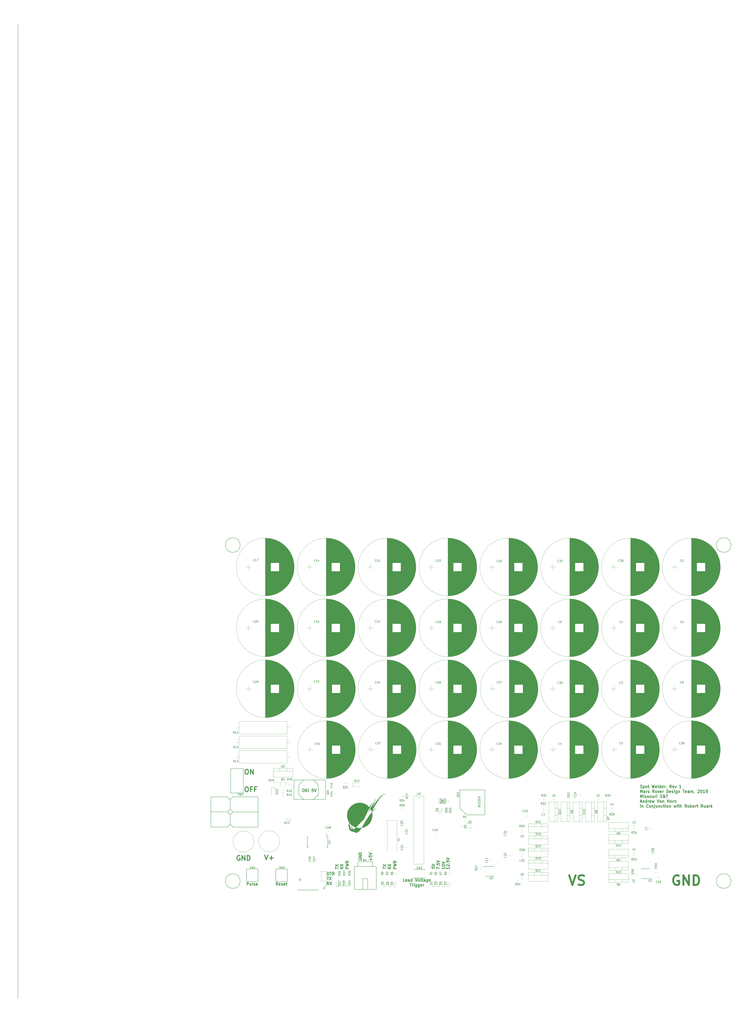
<source format=gbr>
G04 #@! TF.GenerationSoftware,KiCad,Pcbnew,(5.0.0)*
G04 #@! TF.CreationDate,2018-10-03T22:38:32-05:00*
G04 #@! TF.ProjectId,Spot_Welder_Hardware,53706F745F57656C6465725F48617264,rev?*
G04 #@! TF.SameCoordinates,Original*
G04 #@! TF.FileFunction,Legend,Top*
G04 #@! TF.FilePolarity,Positive*
%FSLAX46Y46*%
G04 Gerber Fmt 4.6, Leading zero omitted, Abs format (unit mm)*
G04 Created by KiCad (PCBNEW (5.0.0)) date 10/03/18 22:38:32*
%MOMM*%
%LPD*%
G01*
G04 APERTURE LIST*
%ADD10C,0.200000*%
%ADD11C,0.300000*%
%ADD12C,1.016000*%
%ADD13C,0.508000*%
%ADD14C,0.120000*%
%ADD15C,0.150000*%
%ADD16C,0.010000*%
G04 APERTURE END LIST*
D10*
X24384000Y-192786000D02*
G75*
G03X24384000Y-192786000I-3810000J0D01*
G01*
X24384000Y-17526000D02*
G75*
G03X24384000Y-17526000I-3810000J0D01*
G01*
X280416000Y-192786000D02*
G75*
G03X280416000Y-192786000I-3810000J0D01*
G01*
X280416000Y-17526000D02*
G75*
G03X280416000Y-17526000I-3810000J0D01*
G01*
D11*
X69913714Y-189654571D02*
X69913714Y-188154571D01*
X70270857Y-188154571D01*
X70485142Y-188226000D01*
X70628000Y-188368857D01*
X70699428Y-188511714D01*
X70770857Y-188797428D01*
X70770857Y-189011714D01*
X70699428Y-189297428D01*
X70628000Y-189440285D01*
X70485142Y-189583142D01*
X70270857Y-189654571D01*
X69913714Y-189654571D01*
X71199428Y-188154571D02*
X72056571Y-188154571D01*
X71628000Y-189654571D02*
X71628000Y-188154571D01*
X73413714Y-189654571D02*
X72913714Y-188940285D01*
X72556571Y-189654571D02*
X72556571Y-188154571D01*
X73128000Y-188154571D01*
X73270857Y-188226000D01*
X73342285Y-188297428D01*
X73413714Y-188440285D01*
X73413714Y-188654571D01*
X73342285Y-188797428D01*
X73270857Y-188868857D01*
X73128000Y-188940285D01*
X72556571Y-188940285D01*
X69723142Y-190694571D02*
X70580285Y-190694571D01*
X70151714Y-192194571D02*
X70151714Y-190694571D01*
X70937428Y-190694571D02*
X71937428Y-192194571D01*
X71937428Y-190694571D02*
X70937428Y-192194571D01*
X70616000Y-194734571D02*
X70116000Y-194020285D01*
X69758857Y-194734571D02*
X69758857Y-193234571D01*
X70330285Y-193234571D01*
X70473142Y-193306000D01*
X70544571Y-193377428D01*
X70616000Y-193520285D01*
X70616000Y-193734571D01*
X70544571Y-193877428D01*
X70473142Y-193948857D01*
X70330285Y-194020285D01*
X69758857Y-194020285D01*
X71116000Y-193234571D02*
X72116000Y-194734571D01*
X72116000Y-193234571D02*
X71116000Y-194734571D01*
X233144714Y-144097142D02*
X233359000Y-144168571D01*
X233716142Y-144168571D01*
X233859000Y-144097142D01*
X233930428Y-144025714D01*
X234001857Y-143882857D01*
X234001857Y-143740000D01*
X233930428Y-143597142D01*
X233859000Y-143525714D01*
X233716142Y-143454285D01*
X233430428Y-143382857D01*
X233287571Y-143311428D01*
X233216142Y-143240000D01*
X233144714Y-143097142D01*
X233144714Y-142954285D01*
X233216142Y-142811428D01*
X233287571Y-142740000D01*
X233430428Y-142668571D01*
X233787571Y-142668571D01*
X234001857Y-142740000D01*
X234644714Y-143168571D02*
X234644714Y-144668571D01*
X234644714Y-143240000D02*
X234787571Y-143168571D01*
X235073285Y-143168571D01*
X235216142Y-143240000D01*
X235287571Y-143311428D01*
X235359000Y-143454285D01*
X235359000Y-143882857D01*
X235287571Y-144025714D01*
X235216142Y-144097142D01*
X235073285Y-144168571D01*
X234787571Y-144168571D01*
X234644714Y-144097142D01*
X236216142Y-144168571D02*
X236073285Y-144097142D01*
X236001857Y-144025714D01*
X235930428Y-143882857D01*
X235930428Y-143454285D01*
X236001857Y-143311428D01*
X236073285Y-143240000D01*
X236216142Y-143168571D01*
X236430428Y-143168571D01*
X236573285Y-143240000D01*
X236644714Y-143311428D01*
X236716142Y-143454285D01*
X236716142Y-143882857D01*
X236644714Y-144025714D01*
X236573285Y-144097142D01*
X236430428Y-144168571D01*
X236216142Y-144168571D01*
X237144714Y-143168571D02*
X237716142Y-143168571D01*
X237359000Y-142668571D02*
X237359000Y-143954285D01*
X237430428Y-144097142D01*
X237573285Y-144168571D01*
X237716142Y-144168571D01*
X239216142Y-142668571D02*
X239573285Y-144168571D01*
X239859000Y-143097142D01*
X240144714Y-144168571D01*
X240501857Y-142668571D01*
X241644714Y-144097142D02*
X241501857Y-144168571D01*
X241216142Y-144168571D01*
X241073285Y-144097142D01*
X241001857Y-143954285D01*
X241001857Y-143382857D01*
X241073285Y-143240000D01*
X241216142Y-143168571D01*
X241501857Y-143168571D01*
X241644714Y-143240000D01*
X241716142Y-143382857D01*
X241716142Y-143525714D01*
X241001857Y-143668571D01*
X242573285Y-144168571D02*
X242430428Y-144097142D01*
X242359000Y-143954285D01*
X242359000Y-142668571D01*
X243787571Y-144168571D02*
X243787571Y-142668571D01*
X243787571Y-144097142D02*
X243644714Y-144168571D01*
X243359000Y-144168571D01*
X243216142Y-144097142D01*
X243144714Y-144025714D01*
X243073285Y-143882857D01*
X243073285Y-143454285D01*
X243144714Y-143311428D01*
X243216142Y-143240000D01*
X243359000Y-143168571D01*
X243644714Y-143168571D01*
X243787571Y-143240000D01*
X245073285Y-144097142D02*
X244930428Y-144168571D01*
X244644714Y-144168571D01*
X244501857Y-144097142D01*
X244430428Y-143954285D01*
X244430428Y-143382857D01*
X244501857Y-143240000D01*
X244644714Y-143168571D01*
X244930428Y-143168571D01*
X245073285Y-143240000D01*
X245144714Y-143382857D01*
X245144714Y-143525714D01*
X244430428Y-143668571D01*
X245787571Y-144168571D02*
X245787571Y-143168571D01*
X245787571Y-143454285D02*
X245859000Y-143311428D01*
X245930428Y-143240000D01*
X246073285Y-143168571D01*
X246216142Y-143168571D01*
X246787571Y-144097142D02*
X246787571Y-144168571D01*
X246716142Y-144311428D01*
X246644714Y-144382857D01*
X249430428Y-144168571D02*
X248930428Y-143454285D01*
X248573285Y-144168571D02*
X248573285Y-142668571D01*
X249144714Y-142668571D01*
X249287571Y-142740000D01*
X249359000Y-142811428D01*
X249430428Y-142954285D01*
X249430428Y-143168571D01*
X249359000Y-143311428D01*
X249287571Y-143382857D01*
X249144714Y-143454285D01*
X248573285Y-143454285D01*
X250644714Y-144097142D02*
X250501857Y-144168571D01*
X250216142Y-144168571D01*
X250073285Y-144097142D01*
X250001857Y-143954285D01*
X250001857Y-143382857D01*
X250073285Y-143240000D01*
X250216142Y-143168571D01*
X250501857Y-143168571D01*
X250644714Y-143240000D01*
X250716142Y-143382857D01*
X250716142Y-143525714D01*
X250001857Y-143668571D01*
X251216142Y-143168571D02*
X251573285Y-144168571D01*
X251930428Y-143168571D01*
X254430428Y-144168571D02*
X253573285Y-144168571D01*
X254001857Y-144168571D02*
X254001857Y-142668571D01*
X253859000Y-142882857D01*
X253716142Y-143025714D01*
X253573285Y-143097142D01*
X233216142Y-146718571D02*
X233216142Y-145218571D01*
X233716142Y-146290000D01*
X234216142Y-145218571D01*
X234216142Y-146718571D01*
X235573285Y-146718571D02*
X235573285Y-145932857D01*
X235501857Y-145790000D01*
X235359000Y-145718571D01*
X235073285Y-145718571D01*
X234930428Y-145790000D01*
X235573285Y-146647142D02*
X235430428Y-146718571D01*
X235073285Y-146718571D01*
X234930428Y-146647142D01*
X234859000Y-146504285D01*
X234859000Y-146361428D01*
X234930428Y-146218571D01*
X235073285Y-146147142D01*
X235430428Y-146147142D01*
X235573285Y-146075714D01*
X236287571Y-146718571D02*
X236287571Y-145718571D01*
X236287571Y-146004285D02*
X236359000Y-145861428D01*
X236430428Y-145790000D01*
X236573285Y-145718571D01*
X236716142Y-145718571D01*
X237144714Y-146647142D02*
X237287571Y-146718571D01*
X237573285Y-146718571D01*
X237716142Y-146647142D01*
X237787571Y-146504285D01*
X237787571Y-146432857D01*
X237716142Y-146290000D01*
X237573285Y-146218571D01*
X237359000Y-146218571D01*
X237216142Y-146147142D01*
X237144714Y-146004285D01*
X237144714Y-145932857D01*
X237216142Y-145790000D01*
X237359000Y-145718571D01*
X237573285Y-145718571D01*
X237716142Y-145790000D01*
X240430428Y-146718571D02*
X239930428Y-146004285D01*
X239573285Y-146718571D02*
X239573285Y-145218571D01*
X240144714Y-145218571D01*
X240287571Y-145290000D01*
X240359000Y-145361428D01*
X240430428Y-145504285D01*
X240430428Y-145718571D01*
X240359000Y-145861428D01*
X240287571Y-145932857D01*
X240144714Y-146004285D01*
X239573285Y-146004285D01*
X241287571Y-146718571D02*
X241144714Y-146647142D01*
X241073285Y-146575714D01*
X241001857Y-146432857D01*
X241001857Y-146004285D01*
X241073285Y-145861428D01*
X241144714Y-145790000D01*
X241287571Y-145718571D01*
X241501857Y-145718571D01*
X241644714Y-145790000D01*
X241716142Y-145861428D01*
X241787571Y-146004285D01*
X241787571Y-146432857D01*
X241716142Y-146575714D01*
X241644714Y-146647142D01*
X241501857Y-146718571D01*
X241287571Y-146718571D01*
X242287571Y-145718571D02*
X242644714Y-146718571D01*
X243001857Y-145718571D01*
X244144714Y-146647142D02*
X244001857Y-146718571D01*
X243716142Y-146718571D01*
X243573285Y-146647142D01*
X243501857Y-146504285D01*
X243501857Y-145932857D01*
X243573285Y-145790000D01*
X243716142Y-145718571D01*
X244001857Y-145718571D01*
X244144714Y-145790000D01*
X244216142Y-145932857D01*
X244216142Y-146075714D01*
X243501857Y-146218571D01*
X244859000Y-146718571D02*
X244859000Y-145718571D01*
X244859000Y-146004285D02*
X244930428Y-145861428D01*
X245001857Y-145790000D01*
X245144714Y-145718571D01*
X245287571Y-145718571D01*
X246930428Y-146718571D02*
X246930428Y-145218571D01*
X247287571Y-145218571D01*
X247501857Y-145290000D01*
X247644714Y-145432857D01*
X247716142Y-145575714D01*
X247787571Y-145861428D01*
X247787571Y-146075714D01*
X247716142Y-146361428D01*
X247644714Y-146504285D01*
X247501857Y-146647142D01*
X247287571Y-146718571D01*
X246930428Y-146718571D01*
X249001857Y-146647142D02*
X248859000Y-146718571D01*
X248573285Y-146718571D01*
X248430428Y-146647142D01*
X248359000Y-146504285D01*
X248359000Y-145932857D01*
X248430428Y-145790000D01*
X248573285Y-145718571D01*
X248859000Y-145718571D01*
X249001857Y-145790000D01*
X249073285Y-145932857D01*
X249073285Y-146075714D01*
X248359000Y-146218571D01*
X249644714Y-146647142D02*
X249787571Y-146718571D01*
X250073285Y-146718571D01*
X250216142Y-146647142D01*
X250287571Y-146504285D01*
X250287571Y-146432857D01*
X250216142Y-146290000D01*
X250073285Y-146218571D01*
X249859000Y-146218571D01*
X249716142Y-146147142D01*
X249644714Y-146004285D01*
X249644714Y-145932857D01*
X249716142Y-145790000D01*
X249859000Y-145718571D01*
X250073285Y-145718571D01*
X250216142Y-145790000D01*
X250930428Y-146718571D02*
X250930428Y-145718571D01*
X250930428Y-145218571D02*
X250859000Y-145290000D01*
X250930428Y-145361428D01*
X251001857Y-145290000D01*
X250930428Y-145218571D01*
X250930428Y-145361428D01*
X252287571Y-145718571D02*
X252287571Y-146932857D01*
X252216142Y-147075714D01*
X252144714Y-147147142D01*
X252001857Y-147218571D01*
X251787571Y-147218571D01*
X251644714Y-147147142D01*
X252287571Y-146647142D02*
X252144714Y-146718571D01*
X251859000Y-146718571D01*
X251716142Y-146647142D01*
X251644714Y-146575714D01*
X251573285Y-146432857D01*
X251573285Y-146004285D01*
X251644714Y-145861428D01*
X251716142Y-145790000D01*
X251859000Y-145718571D01*
X252144714Y-145718571D01*
X252287571Y-145790000D01*
X253001857Y-145718571D02*
X253001857Y-146718571D01*
X253001857Y-145861428D02*
X253073285Y-145790000D01*
X253216142Y-145718571D01*
X253430428Y-145718571D01*
X253573285Y-145790000D01*
X253644714Y-145932857D01*
X253644714Y-146718571D01*
X255287571Y-145218571D02*
X256144714Y-145218571D01*
X255716142Y-146718571D02*
X255716142Y-145218571D01*
X257216142Y-146647142D02*
X257073285Y-146718571D01*
X256787571Y-146718571D01*
X256644714Y-146647142D01*
X256573285Y-146504285D01*
X256573285Y-145932857D01*
X256644714Y-145790000D01*
X256787571Y-145718571D01*
X257073285Y-145718571D01*
X257216142Y-145790000D01*
X257287571Y-145932857D01*
X257287571Y-146075714D01*
X256573285Y-146218571D01*
X258573285Y-146718571D02*
X258573285Y-145932857D01*
X258501857Y-145790000D01*
X258359000Y-145718571D01*
X258073285Y-145718571D01*
X257930428Y-145790000D01*
X258573285Y-146647142D02*
X258430428Y-146718571D01*
X258073285Y-146718571D01*
X257930428Y-146647142D01*
X257859000Y-146504285D01*
X257859000Y-146361428D01*
X257930428Y-146218571D01*
X258073285Y-146147142D01*
X258430428Y-146147142D01*
X258573285Y-146075714D01*
X259287571Y-146718571D02*
X259287571Y-145718571D01*
X259287571Y-145861428D02*
X259359000Y-145790000D01*
X259501857Y-145718571D01*
X259716142Y-145718571D01*
X259859000Y-145790000D01*
X259930428Y-145932857D01*
X259930428Y-146718571D01*
X259930428Y-145932857D02*
X260001857Y-145790000D01*
X260144714Y-145718571D01*
X260359000Y-145718571D01*
X260501857Y-145790000D01*
X260573285Y-145932857D01*
X260573285Y-146718571D01*
X261359000Y-146647142D02*
X261359000Y-146718571D01*
X261287571Y-146861428D01*
X261216142Y-146932857D01*
X263073285Y-145361428D02*
X263144714Y-145290000D01*
X263287571Y-145218571D01*
X263644714Y-145218571D01*
X263787571Y-145290000D01*
X263859000Y-145361428D01*
X263930428Y-145504285D01*
X263930428Y-145647142D01*
X263859000Y-145861428D01*
X263001857Y-146718571D01*
X263930428Y-146718571D01*
X264859000Y-145218571D02*
X265001857Y-145218571D01*
X265144714Y-145290000D01*
X265216142Y-145361428D01*
X265287571Y-145504285D01*
X265359000Y-145790000D01*
X265359000Y-146147142D01*
X265287571Y-146432857D01*
X265216142Y-146575714D01*
X265144714Y-146647142D01*
X265001857Y-146718571D01*
X264859000Y-146718571D01*
X264716142Y-146647142D01*
X264644714Y-146575714D01*
X264573285Y-146432857D01*
X264501857Y-146147142D01*
X264501857Y-145790000D01*
X264573285Y-145504285D01*
X264644714Y-145361428D01*
X264716142Y-145290000D01*
X264859000Y-145218571D01*
X266787571Y-146718571D02*
X265930428Y-146718571D01*
X266359000Y-146718571D02*
X266359000Y-145218571D01*
X266216142Y-145432857D01*
X266073285Y-145575714D01*
X265930428Y-145647142D01*
X267501857Y-146718571D02*
X267787571Y-146718571D01*
X267930428Y-146647142D01*
X268001857Y-146575714D01*
X268144714Y-146361428D01*
X268216142Y-146075714D01*
X268216142Y-145504285D01*
X268144714Y-145361428D01*
X268073285Y-145290000D01*
X267930428Y-145218571D01*
X267644714Y-145218571D01*
X267501857Y-145290000D01*
X267430428Y-145361428D01*
X267359000Y-145504285D01*
X267359000Y-145861428D01*
X267430428Y-146004285D01*
X267501857Y-146075714D01*
X267644714Y-146147142D01*
X267930428Y-146147142D01*
X268073285Y-146075714D01*
X268144714Y-146004285D01*
X268216142Y-145861428D01*
X233216142Y-149268571D02*
X233216142Y-147768571D01*
X233716142Y-148840000D01*
X234216142Y-147768571D01*
X234216142Y-149268571D01*
X234930428Y-149268571D02*
X234930428Y-148268571D01*
X234930428Y-147768571D02*
X234859000Y-147840000D01*
X234930428Y-147911428D01*
X235001857Y-147840000D01*
X234930428Y-147768571D01*
X234930428Y-147911428D01*
X235573285Y-149197142D02*
X235716142Y-149268571D01*
X236001857Y-149268571D01*
X236144714Y-149197142D01*
X236216142Y-149054285D01*
X236216142Y-148982857D01*
X236144714Y-148840000D01*
X236001857Y-148768571D01*
X235787571Y-148768571D01*
X235644714Y-148697142D01*
X235573285Y-148554285D01*
X235573285Y-148482857D01*
X235644714Y-148340000D01*
X235787571Y-148268571D01*
X236001857Y-148268571D01*
X236144714Y-148340000D01*
X236787571Y-149197142D02*
X236930428Y-149268571D01*
X237216142Y-149268571D01*
X237359000Y-149197142D01*
X237430428Y-149054285D01*
X237430428Y-148982857D01*
X237359000Y-148840000D01*
X237216142Y-148768571D01*
X237001857Y-148768571D01*
X236859000Y-148697142D01*
X236787571Y-148554285D01*
X236787571Y-148482857D01*
X236859000Y-148340000D01*
X237001857Y-148268571D01*
X237216142Y-148268571D01*
X237359000Y-148340000D01*
X238287571Y-149268571D02*
X238144714Y-149197142D01*
X238073285Y-149125714D01*
X238001857Y-148982857D01*
X238001857Y-148554285D01*
X238073285Y-148411428D01*
X238144714Y-148340000D01*
X238287571Y-148268571D01*
X238501857Y-148268571D01*
X238644714Y-148340000D01*
X238716142Y-148411428D01*
X238787571Y-148554285D01*
X238787571Y-148982857D01*
X238716142Y-149125714D01*
X238644714Y-149197142D01*
X238501857Y-149268571D01*
X238287571Y-149268571D01*
X240073285Y-148268571D02*
X240073285Y-149268571D01*
X239430428Y-148268571D02*
X239430428Y-149054285D01*
X239501857Y-149197142D01*
X239644714Y-149268571D01*
X239859000Y-149268571D01*
X240001857Y-149197142D01*
X240073285Y-149125714D01*
X240787571Y-149268571D02*
X240787571Y-148268571D01*
X240787571Y-148554285D02*
X240859000Y-148411428D01*
X240930428Y-148340000D01*
X241073285Y-148268571D01*
X241216142Y-148268571D01*
X241716142Y-149268571D02*
X241716142Y-148268571D01*
X241716142Y-147768571D02*
X241644714Y-147840000D01*
X241716142Y-147911428D01*
X241787571Y-147840000D01*
X241716142Y-147768571D01*
X241716142Y-147911428D01*
X243501857Y-149197142D02*
X243716142Y-149268571D01*
X244073285Y-149268571D01*
X244216142Y-149197142D01*
X244287571Y-149125714D01*
X244359000Y-148982857D01*
X244359000Y-148840000D01*
X244287571Y-148697142D01*
X244216142Y-148625714D01*
X244073285Y-148554285D01*
X243787571Y-148482857D01*
X243644714Y-148411428D01*
X243573285Y-148340000D01*
X243501857Y-148197142D01*
X243501857Y-148054285D01*
X243573285Y-147911428D01*
X243644714Y-147840000D01*
X243787571Y-147768571D01*
X244144714Y-147768571D01*
X244359000Y-147840000D01*
X246216142Y-149268571D02*
X246144714Y-149268571D01*
X246001857Y-149197142D01*
X245787571Y-148982857D01*
X245430428Y-148554285D01*
X245287571Y-148340000D01*
X245216142Y-148125714D01*
X245216142Y-147982857D01*
X245287571Y-147840000D01*
X245430428Y-147768571D01*
X245501857Y-147768571D01*
X245644714Y-147840000D01*
X245716142Y-147982857D01*
X245716142Y-148054285D01*
X245644714Y-148197142D01*
X245573285Y-148268571D01*
X245144714Y-148554285D01*
X245073285Y-148625714D01*
X245001857Y-148768571D01*
X245001857Y-148982857D01*
X245073285Y-149125714D01*
X245144714Y-149197142D01*
X245287571Y-149268571D01*
X245501857Y-149268571D01*
X245644714Y-149197142D01*
X245716142Y-149125714D01*
X245930428Y-148840000D01*
X246001857Y-148625714D01*
X246001857Y-148482857D01*
X246644714Y-147768571D02*
X247501857Y-147768571D01*
X247073285Y-149268571D02*
X247073285Y-147768571D01*
X233144714Y-151390000D02*
X233859000Y-151390000D01*
X233001857Y-151818571D02*
X233501857Y-150318571D01*
X234001857Y-151818571D01*
X234501857Y-150818571D02*
X234501857Y-151818571D01*
X234501857Y-150961428D02*
X234573285Y-150890000D01*
X234716142Y-150818571D01*
X234930428Y-150818571D01*
X235073285Y-150890000D01*
X235144714Y-151032857D01*
X235144714Y-151818571D01*
X236501857Y-151818571D02*
X236501857Y-150318571D01*
X236501857Y-151747142D02*
X236359000Y-151818571D01*
X236073285Y-151818571D01*
X235930428Y-151747142D01*
X235859000Y-151675714D01*
X235787571Y-151532857D01*
X235787571Y-151104285D01*
X235859000Y-150961428D01*
X235930428Y-150890000D01*
X236073285Y-150818571D01*
X236359000Y-150818571D01*
X236501857Y-150890000D01*
X237216142Y-151818571D02*
X237216142Y-150818571D01*
X237216142Y-151104285D02*
X237287571Y-150961428D01*
X237359000Y-150890000D01*
X237501857Y-150818571D01*
X237644714Y-150818571D01*
X238716142Y-151747142D02*
X238573285Y-151818571D01*
X238287571Y-151818571D01*
X238144714Y-151747142D01*
X238073285Y-151604285D01*
X238073285Y-151032857D01*
X238144714Y-150890000D01*
X238287571Y-150818571D01*
X238573285Y-150818571D01*
X238716142Y-150890000D01*
X238787571Y-151032857D01*
X238787571Y-151175714D01*
X238073285Y-151318571D01*
X239287571Y-150818571D02*
X239573285Y-151818571D01*
X239859000Y-151104285D01*
X240144714Y-151818571D01*
X240430428Y-150818571D01*
X241930428Y-150318571D02*
X242430428Y-151818571D01*
X242930428Y-150318571D01*
X244073285Y-151818571D02*
X244073285Y-151032857D01*
X244001857Y-150890000D01*
X243859000Y-150818571D01*
X243573285Y-150818571D01*
X243430428Y-150890000D01*
X244073285Y-151747142D02*
X243930428Y-151818571D01*
X243573285Y-151818571D01*
X243430428Y-151747142D01*
X243359000Y-151604285D01*
X243359000Y-151461428D01*
X243430428Y-151318571D01*
X243573285Y-151247142D01*
X243930428Y-151247142D01*
X244073285Y-151175714D01*
X244787571Y-150818571D02*
X244787571Y-151818571D01*
X244787571Y-150961428D02*
X244859000Y-150890000D01*
X245001857Y-150818571D01*
X245216142Y-150818571D01*
X245359000Y-150890000D01*
X245430428Y-151032857D01*
X245430428Y-151818571D01*
X247287571Y-151818571D02*
X247287571Y-150318571D01*
X247287571Y-151032857D02*
X248144714Y-151032857D01*
X248144714Y-151818571D02*
X248144714Y-150318571D01*
X249073285Y-151818571D02*
X248930428Y-151747142D01*
X248859000Y-151675714D01*
X248787571Y-151532857D01*
X248787571Y-151104285D01*
X248859000Y-150961428D01*
X248930428Y-150890000D01*
X249073285Y-150818571D01*
X249287571Y-150818571D01*
X249430428Y-150890000D01*
X249501857Y-150961428D01*
X249573285Y-151104285D01*
X249573285Y-151532857D01*
X249501857Y-151675714D01*
X249430428Y-151747142D01*
X249287571Y-151818571D01*
X249073285Y-151818571D01*
X250216142Y-151818571D02*
X250216142Y-150818571D01*
X250216142Y-151104285D02*
X250287571Y-150961428D01*
X250359000Y-150890000D01*
X250501857Y-150818571D01*
X250644714Y-150818571D01*
X251144714Y-150818571D02*
X251144714Y-151818571D01*
X251144714Y-150961428D02*
X251216142Y-150890000D01*
X251359000Y-150818571D01*
X251573285Y-150818571D01*
X251716142Y-150890000D01*
X251787571Y-151032857D01*
X251787571Y-151818571D01*
X233216142Y-154368571D02*
X233216142Y-152868571D01*
X233930428Y-153368571D02*
X233930428Y-154368571D01*
X233930428Y-153511428D02*
X234001857Y-153440000D01*
X234144714Y-153368571D01*
X234359000Y-153368571D01*
X234501857Y-153440000D01*
X234573285Y-153582857D01*
X234573285Y-154368571D01*
X237287571Y-154225714D02*
X237216142Y-154297142D01*
X237001857Y-154368571D01*
X236859000Y-154368571D01*
X236644714Y-154297142D01*
X236501857Y-154154285D01*
X236430428Y-154011428D01*
X236359000Y-153725714D01*
X236359000Y-153511428D01*
X236430428Y-153225714D01*
X236501857Y-153082857D01*
X236644714Y-152940000D01*
X236859000Y-152868571D01*
X237001857Y-152868571D01*
X237216142Y-152940000D01*
X237287571Y-153011428D01*
X238144714Y-154368571D02*
X238001857Y-154297142D01*
X237930428Y-154225714D01*
X237859000Y-154082857D01*
X237859000Y-153654285D01*
X237930428Y-153511428D01*
X238001857Y-153440000D01*
X238144714Y-153368571D01*
X238359000Y-153368571D01*
X238501857Y-153440000D01*
X238573285Y-153511428D01*
X238644714Y-153654285D01*
X238644714Y-154082857D01*
X238573285Y-154225714D01*
X238501857Y-154297142D01*
X238359000Y-154368571D01*
X238144714Y-154368571D01*
X239287571Y-153368571D02*
X239287571Y-154368571D01*
X239287571Y-153511428D02*
X239359000Y-153440000D01*
X239501857Y-153368571D01*
X239716142Y-153368571D01*
X239859000Y-153440000D01*
X239930428Y-153582857D01*
X239930428Y-154368571D01*
X240644714Y-153368571D02*
X240644714Y-154654285D01*
X240573285Y-154797142D01*
X240430428Y-154868571D01*
X240359000Y-154868571D01*
X240644714Y-152868571D02*
X240573285Y-152940000D01*
X240644714Y-153011428D01*
X240716142Y-152940000D01*
X240644714Y-152868571D01*
X240644714Y-153011428D01*
X242001857Y-153368571D02*
X242001857Y-154368571D01*
X241359000Y-153368571D02*
X241359000Y-154154285D01*
X241430428Y-154297142D01*
X241573285Y-154368571D01*
X241787571Y-154368571D01*
X241930428Y-154297142D01*
X242001857Y-154225714D01*
X242716142Y-153368571D02*
X242716142Y-154368571D01*
X242716142Y-153511428D02*
X242787571Y-153440000D01*
X242930428Y-153368571D01*
X243144714Y-153368571D01*
X243287571Y-153440000D01*
X243359000Y-153582857D01*
X243359000Y-154368571D01*
X244716142Y-154297142D02*
X244573285Y-154368571D01*
X244287571Y-154368571D01*
X244144714Y-154297142D01*
X244073285Y-154225714D01*
X244001857Y-154082857D01*
X244001857Y-153654285D01*
X244073285Y-153511428D01*
X244144714Y-153440000D01*
X244287571Y-153368571D01*
X244573285Y-153368571D01*
X244716142Y-153440000D01*
X245144714Y-153368571D02*
X245716142Y-153368571D01*
X245359000Y-152868571D02*
X245359000Y-154154285D01*
X245430428Y-154297142D01*
X245573285Y-154368571D01*
X245716142Y-154368571D01*
X246216142Y-154368571D02*
X246216142Y-153368571D01*
X246216142Y-152868571D02*
X246144714Y-152940000D01*
X246216142Y-153011428D01*
X246287571Y-152940000D01*
X246216142Y-152868571D01*
X246216142Y-153011428D01*
X247144714Y-154368571D02*
X247001857Y-154297142D01*
X246930428Y-154225714D01*
X246859000Y-154082857D01*
X246859000Y-153654285D01*
X246930428Y-153511428D01*
X247001857Y-153440000D01*
X247144714Y-153368571D01*
X247359000Y-153368571D01*
X247501857Y-153440000D01*
X247573285Y-153511428D01*
X247644714Y-153654285D01*
X247644714Y-154082857D01*
X247573285Y-154225714D01*
X247501857Y-154297142D01*
X247359000Y-154368571D01*
X247144714Y-154368571D01*
X248287571Y-153368571D02*
X248287571Y-154368571D01*
X248287571Y-153511428D02*
X248359000Y-153440000D01*
X248501857Y-153368571D01*
X248716142Y-153368571D01*
X248859000Y-153440000D01*
X248930428Y-153582857D01*
X248930428Y-154368571D01*
X250644714Y-153368571D02*
X250930428Y-154368571D01*
X251216142Y-153654285D01*
X251501857Y-154368571D01*
X251787571Y-153368571D01*
X252359000Y-154368571D02*
X252359000Y-153368571D01*
X252359000Y-152868571D02*
X252287571Y-152940000D01*
X252359000Y-153011428D01*
X252430428Y-152940000D01*
X252359000Y-152868571D01*
X252359000Y-153011428D01*
X252859000Y-153368571D02*
X253430428Y-153368571D01*
X253073285Y-152868571D02*
X253073285Y-154154285D01*
X253144714Y-154297142D01*
X253287571Y-154368571D01*
X253430428Y-154368571D01*
X253930428Y-154368571D02*
X253930428Y-152868571D01*
X254573285Y-154368571D02*
X254573285Y-153582857D01*
X254501857Y-153440000D01*
X254359000Y-153368571D01*
X254144714Y-153368571D01*
X254001857Y-153440000D01*
X253930428Y-153511428D01*
X257287571Y-154368571D02*
X256787571Y-153654285D01*
X256430428Y-154368571D02*
X256430428Y-152868571D01*
X257001857Y-152868571D01*
X257144714Y-152940000D01*
X257216142Y-153011428D01*
X257287571Y-153154285D01*
X257287571Y-153368571D01*
X257216142Y-153511428D01*
X257144714Y-153582857D01*
X257001857Y-153654285D01*
X256430428Y-153654285D01*
X258144714Y-154368571D02*
X258001857Y-154297142D01*
X257930428Y-154225714D01*
X257859000Y-154082857D01*
X257859000Y-153654285D01*
X257930428Y-153511428D01*
X258001857Y-153440000D01*
X258144714Y-153368571D01*
X258359000Y-153368571D01*
X258501857Y-153440000D01*
X258573285Y-153511428D01*
X258644714Y-153654285D01*
X258644714Y-154082857D01*
X258573285Y-154225714D01*
X258501857Y-154297142D01*
X258359000Y-154368571D01*
X258144714Y-154368571D01*
X259287571Y-154368571D02*
X259287571Y-152868571D01*
X259287571Y-153440000D02*
X259430428Y-153368571D01*
X259716142Y-153368571D01*
X259859000Y-153440000D01*
X259930428Y-153511428D01*
X260001857Y-153654285D01*
X260001857Y-154082857D01*
X259930428Y-154225714D01*
X259859000Y-154297142D01*
X259716142Y-154368571D01*
X259430428Y-154368571D01*
X259287571Y-154297142D01*
X261216142Y-154297142D02*
X261073285Y-154368571D01*
X260787571Y-154368571D01*
X260644714Y-154297142D01*
X260573285Y-154154285D01*
X260573285Y-153582857D01*
X260644714Y-153440000D01*
X260787571Y-153368571D01*
X261073285Y-153368571D01*
X261216142Y-153440000D01*
X261287571Y-153582857D01*
X261287571Y-153725714D01*
X260573285Y-153868571D01*
X261930428Y-154368571D02*
X261930428Y-153368571D01*
X261930428Y-153654285D02*
X262001857Y-153511428D01*
X262073285Y-153440000D01*
X262216142Y-153368571D01*
X262359000Y-153368571D01*
X262644714Y-153368571D02*
X263216142Y-153368571D01*
X262859000Y-152868571D02*
X262859000Y-154154285D01*
X262930428Y-154297142D01*
X263073285Y-154368571D01*
X263216142Y-154368571D01*
X265716142Y-154368571D02*
X265216142Y-153654285D01*
X264859000Y-154368571D02*
X264859000Y-152868571D01*
X265430428Y-152868571D01*
X265573285Y-152940000D01*
X265644714Y-153011428D01*
X265716142Y-153154285D01*
X265716142Y-153368571D01*
X265644714Y-153511428D01*
X265573285Y-153582857D01*
X265430428Y-153654285D01*
X264859000Y-153654285D01*
X267001857Y-153368571D02*
X267001857Y-154368571D01*
X266359000Y-153368571D02*
X266359000Y-154154285D01*
X266430428Y-154297142D01*
X266573285Y-154368571D01*
X266787571Y-154368571D01*
X266930428Y-154297142D01*
X267001857Y-154225714D01*
X268359000Y-154368571D02*
X268359000Y-153582857D01*
X268287571Y-153440000D01*
X268144714Y-153368571D01*
X267859000Y-153368571D01*
X267716142Y-153440000D01*
X268359000Y-154297142D02*
X268216142Y-154368571D01*
X267859000Y-154368571D01*
X267716142Y-154297142D01*
X267644714Y-154154285D01*
X267644714Y-154011428D01*
X267716142Y-153868571D01*
X267859000Y-153797142D01*
X268216142Y-153797142D01*
X268359000Y-153725714D01*
X269073285Y-154368571D02*
X269073285Y-153368571D01*
X269073285Y-153654285D02*
X269144714Y-153511428D01*
X269216142Y-153440000D01*
X269359000Y-153368571D01*
X269501857Y-153368571D01*
X270001857Y-154368571D02*
X270001857Y-152868571D01*
X270144714Y-153797142D02*
X270573285Y-154368571D01*
X270573285Y-153368571D02*
X270001857Y-153940000D01*
D12*
X253177523Y-189992000D02*
X252693714Y-189750095D01*
X251968000Y-189750095D01*
X251242285Y-189992000D01*
X250758476Y-190475809D01*
X250516571Y-190959619D01*
X250274666Y-191927238D01*
X250274666Y-192652952D01*
X250516571Y-193620571D01*
X250758476Y-194104380D01*
X251242285Y-194588190D01*
X251968000Y-194830095D01*
X252451809Y-194830095D01*
X253177523Y-194588190D01*
X253419428Y-194346285D01*
X253419428Y-192652952D01*
X252451809Y-192652952D01*
X255596571Y-194830095D02*
X255596571Y-189750095D01*
X258499428Y-194830095D01*
X258499428Y-189750095D01*
X260918476Y-194830095D02*
X260918476Y-189750095D01*
X262128000Y-189750095D01*
X262853714Y-189992000D01*
X263337523Y-190475809D01*
X263579428Y-190959619D01*
X263821333Y-191927238D01*
X263821333Y-192652952D01*
X263579428Y-193620571D01*
X263337523Y-194104380D01*
X262853714Y-194588190D01*
X262128000Y-194830095D01*
X260918476Y-194830095D01*
X196039619Y-189750095D02*
X197732952Y-194830095D01*
X199426285Y-189750095D01*
X200877714Y-194588190D02*
X201603428Y-194830095D01*
X202812952Y-194830095D01*
X203296761Y-194588190D01*
X203538666Y-194346285D01*
X203780571Y-193862476D01*
X203780571Y-193378666D01*
X203538666Y-192894857D01*
X203296761Y-192652952D01*
X202812952Y-192411047D01*
X201845333Y-192169142D01*
X201361523Y-191927238D01*
X201119619Y-191685333D01*
X200877714Y-191201523D01*
X200877714Y-190717714D01*
X201119619Y-190233904D01*
X201361523Y-189992000D01*
X201845333Y-189750095D01*
X203054857Y-189750095D01*
X203780571Y-189992000D01*
D11*
X110336000Y-192951571D02*
X109621714Y-192951571D01*
X109621714Y-191451571D01*
X111407428Y-192880142D02*
X111264571Y-192951571D01*
X110978857Y-192951571D01*
X110836000Y-192880142D01*
X110764571Y-192737285D01*
X110764571Y-192165857D01*
X110836000Y-192023000D01*
X110978857Y-191951571D01*
X111264571Y-191951571D01*
X111407428Y-192023000D01*
X111478857Y-192165857D01*
X111478857Y-192308714D01*
X110764571Y-192451571D01*
X112764571Y-192951571D02*
X112764571Y-192165857D01*
X112693142Y-192023000D01*
X112550285Y-191951571D01*
X112264571Y-191951571D01*
X112121714Y-192023000D01*
X112764571Y-192880142D02*
X112621714Y-192951571D01*
X112264571Y-192951571D01*
X112121714Y-192880142D01*
X112050285Y-192737285D01*
X112050285Y-192594428D01*
X112121714Y-192451571D01*
X112264571Y-192380142D01*
X112621714Y-192380142D01*
X112764571Y-192308714D01*
X114121714Y-192951571D02*
X114121714Y-191451571D01*
X114121714Y-192880142D02*
X113978857Y-192951571D01*
X113693142Y-192951571D01*
X113550285Y-192880142D01*
X113478857Y-192808714D01*
X113407428Y-192665857D01*
X113407428Y-192237285D01*
X113478857Y-192094428D01*
X113550285Y-192023000D01*
X113693142Y-191951571D01*
X113978857Y-191951571D01*
X114121714Y-192023000D01*
X115764571Y-191451571D02*
X116264571Y-192951571D01*
X116764571Y-191451571D01*
X117478857Y-192951571D02*
X117336000Y-192880142D01*
X117264571Y-192808714D01*
X117193142Y-192665857D01*
X117193142Y-192237285D01*
X117264571Y-192094428D01*
X117336000Y-192023000D01*
X117478857Y-191951571D01*
X117693142Y-191951571D01*
X117836000Y-192023000D01*
X117907428Y-192094428D01*
X117978857Y-192237285D01*
X117978857Y-192665857D01*
X117907428Y-192808714D01*
X117836000Y-192880142D01*
X117693142Y-192951571D01*
X117478857Y-192951571D01*
X118836000Y-192951571D02*
X118693142Y-192880142D01*
X118621714Y-192737285D01*
X118621714Y-191451571D01*
X119193142Y-191951571D02*
X119764571Y-191951571D01*
X119407428Y-191451571D02*
X119407428Y-192737285D01*
X119478857Y-192880142D01*
X119621714Y-192951571D01*
X119764571Y-192951571D01*
X120907428Y-192951571D02*
X120907428Y-192165857D01*
X120836000Y-192023000D01*
X120693142Y-191951571D01*
X120407428Y-191951571D01*
X120264571Y-192023000D01*
X120907428Y-192880142D02*
X120764571Y-192951571D01*
X120407428Y-192951571D01*
X120264571Y-192880142D01*
X120193142Y-192737285D01*
X120193142Y-192594428D01*
X120264571Y-192451571D01*
X120407428Y-192380142D01*
X120764571Y-192380142D01*
X120907428Y-192308714D01*
X122264571Y-191951571D02*
X122264571Y-193165857D01*
X122193142Y-193308714D01*
X122121714Y-193380142D01*
X121978857Y-193451571D01*
X121764571Y-193451571D01*
X121621714Y-193380142D01*
X122264571Y-192880142D02*
X122121714Y-192951571D01*
X121836000Y-192951571D01*
X121693142Y-192880142D01*
X121621714Y-192808714D01*
X121550285Y-192665857D01*
X121550285Y-192237285D01*
X121621714Y-192094428D01*
X121693142Y-192023000D01*
X121836000Y-191951571D01*
X122121714Y-191951571D01*
X122264571Y-192023000D01*
X123550285Y-192880142D02*
X123407428Y-192951571D01*
X123121714Y-192951571D01*
X122978857Y-192880142D01*
X122907428Y-192737285D01*
X122907428Y-192165857D01*
X122978857Y-192023000D01*
X123121714Y-191951571D01*
X123407428Y-191951571D01*
X123550285Y-192023000D01*
X123621714Y-192165857D01*
X123621714Y-192308714D01*
X122907428Y-192451571D01*
X112871714Y-194001571D02*
X113728857Y-194001571D01*
X113300285Y-195501571D02*
X113300285Y-194001571D01*
X114228857Y-195501571D02*
X114228857Y-194501571D01*
X114228857Y-194787285D02*
X114300285Y-194644428D01*
X114371714Y-194573000D01*
X114514571Y-194501571D01*
X114657428Y-194501571D01*
X115157428Y-195501571D02*
X115157428Y-194501571D01*
X115157428Y-194001571D02*
X115086000Y-194073000D01*
X115157428Y-194144428D01*
X115228857Y-194073000D01*
X115157428Y-194001571D01*
X115157428Y-194144428D01*
X116514571Y-194501571D02*
X116514571Y-195715857D01*
X116443142Y-195858714D01*
X116371714Y-195930142D01*
X116228857Y-196001571D01*
X116014571Y-196001571D01*
X115871714Y-195930142D01*
X116514571Y-195430142D02*
X116371714Y-195501571D01*
X116086000Y-195501571D01*
X115943142Y-195430142D01*
X115871714Y-195358714D01*
X115800285Y-195215857D01*
X115800285Y-194787285D01*
X115871714Y-194644428D01*
X115943142Y-194573000D01*
X116086000Y-194501571D01*
X116371714Y-194501571D01*
X116514571Y-194573000D01*
X117871714Y-194501571D02*
X117871714Y-195715857D01*
X117800285Y-195858714D01*
X117728857Y-195930142D01*
X117586000Y-196001571D01*
X117371714Y-196001571D01*
X117228857Y-195930142D01*
X117871714Y-195430142D02*
X117728857Y-195501571D01*
X117443142Y-195501571D01*
X117300285Y-195430142D01*
X117228857Y-195358714D01*
X117157428Y-195215857D01*
X117157428Y-194787285D01*
X117228857Y-194644428D01*
X117300285Y-194573000D01*
X117443142Y-194501571D01*
X117728857Y-194501571D01*
X117871714Y-194573000D01*
X119157428Y-195430142D02*
X119014571Y-195501571D01*
X118728857Y-195501571D01*
X118586000Y-195430142D01*
X118514571Y-195287285D01*
X118514571Y-194715857D01*
X118586000Y-194573000D01*
X118728857Y-194501571D01*
X119014571Y-194501571D01*
X119157428Y-194573000D01*
X119228857Y-194715857D01*
X119228857Y-194858714D01*
X118514571Y-195001571D01*
X119871714Y-195501571D02*
X119871714Y-194501571D01*
X119871714Y-194787285D02*
X119943142Y-194644428D01*
X120014571Y-194573000D01*
X120157428Y-194501571D01*
X120300285Y-194501571D01*
X133520571Y-185606142D02*
X133520571Y-186463285D01*
X133520571Y-186034714D02*
X132020571Y-186034714D01*
X132234857Y-186177571D01*
X132377714Y-186320428D01*
X132449142Y-186463285D01*
X132163428Y-185034714D02*
X132092000Y-184963285D01*
X132020571Y-184820428D01*
X132020571Y-184463285D01*
X132092000Y-184320428D01*
X132163428Y-184249000D01*
X132306285Y-184177571D01*
X132449142Y-184177571D01*
X132663428Y-184249000D01*
X133520571Y-185106142D01*
X133520571Y-184177571D01*
X133377714Y-183534714D02*
X133449142Y-183463285D01*
X133520571Y-183534714D01*
X133449142Y-183606142D01*
X133377714Y-183534714D01*
X133520571Y-183534714D01*
X132020571Y-182106142D02*
X132020571Y-182820428D01*
X132734857Y-182891857D01*
X132663428Y-182820428D01*
X132592000Y-182677571D01*
X132592000Y-182320428D01*
X132663428Y-182177571D01*
X132734857Y-182106142D01*
X132877714Y-182034714D01*
X133234857Y-182034714D01*
X133377714Y-182106142D01*
X133449142Y-182177571D01*
X133520571Y-182320428D01*
X133520571Y-182677571D01*
X133449142Y-182820428D01*
X133377714Y-182891857D01*
X132020571Y-181606142D02*
X133520571Y-181106142D01*
X132020571Y-180606142D01*
X131234571Y-185606142D02*
X131234571Y-186463285D01*
X131234571Y-186034714D02*
X129734571Y-186034714D01*
X129948857Y-186177571D01*
X130091714Y-186320428D01*
X130163142Y-186463285D01*
X129734571Y-184677571D02*
X129734571Y-184534714D01*
X129806000Y-184391857D01*
X129877428Y-184320428D01*
X130020285Y-184249000D01*
X130306000Y-184177571D01*
X130663142Y-184177571D01*
X130948857Y-184249000D01*
X131091714Y-184320428D01*
X131163142Y-184391857D01*
X131234571Y-184534714D01*
X131234571Y-184677571D01*
X131163142Y-184820428D01*
X131091714Y-184891857D01*
X130948857Y-184963285D01*
X130663142Y-185034714D01*
X130306000Y-185034714D01*
X130020285Y-184963285D01*
X129877428Y-184891857D01*
X129806000Y-184820428D01*
X129734571Y-184677571D01*
X129734571Y-183749000D02*
X131234571Y-183249000D01*
X129734571Y-182749000D01*
X124400571Y-185423571D02*
X124400571Y-186137857D01*
X125114857Y-186209285D01*
X125043428Y-186137857D01*
X124972000Y-185995000D01*
X124972000Y-185637857D01*
X125043428Y-185495000D01*
X125114857Y-185423571D01*
X125257714Y-185352142D01*
X125614857Y-185352142D01*
X125757714Y-185423571D01*
X125829142Y-185495000D01*
X125900571Y-185637857D01*
X125900571Y-185995000D01*
X125829142Y-186137857D01*
X125757714Y-186209285D01*
X124400571Y-184923571D02*
X125900571Y-184423571D01*
X124400571Y-183923571D01*
X126940571Y-186534714D02*
X126940571Y-185534714D01*
X128440571Y-186177571D01*
X128297714Y-184963285D02*
X128369142Y-184891857D01*
X128440571Y-184963285D01*
X128369142Y-185034714D01*
X128297714Y-184963285D01*
X128440571Y-184963285D01*
X126940571Y-183534714D02*
X126940571Y-184249000D01*
X127654857Y-184320428D01*
X127583428Y-184249000D01*
X127512000Y-184106142D01*
X127512000Y-183749000D01*
X127583428Y-183606142D01*
X127654857Y-183534714D01*
X127797714Y-183463285D01*
X128154857Y-183463285D01*
X128297714Y-183534714D01*
X128369142Y-183606142D01*
X128440571Y-183749000D01*
X128440571Y-184106142D01*
X128369142Y-184249000D01*
X128297714Y-184320428D01*
X126940571Y-183034714D02*
X128440571Y-182534714D01*
X126940571Y-182034714D01*
X92563142Y-182073857D02*
X92563142Y-180931000D01*
X93134571Y-181502428D02*
X91991714Y-181502428D01*
X91634571Y-179502428D02*
X91634571Y-180216714D01*
X92348857Y-180288142D01*
X92277428Y-180216714D01*
X92206000Y-180073857D01*
X92206000Y-179716714D01*
X92277428Y-179573857D01*
X92348857Y-179502428D01*
X92491714Y-179431000D01*
X92848857Y-179431000D01*
X92991714Y-179502428D01*
X93063142Y-179573857D01*
X93134571Y-179716714D01*
X93134571Y-180073857D01*
X93063142Y-180216714D01*
X92991714Y-180288142D01*
X91634571Y-179002428D02*
X93134571Y-178502428D01*
X91634571Y-178002428D01*
X86372000Y-181034142D02*
X86300571Y-181177000D01*
X86300571Y-181391285D01*
X86372000Y-181605571D01*
X86514857Y-181748428D01*
X86657714Y-181819857D01*
X86943428Y-181891285D01*
X87157714Y-181891285D01*
X87443428Y-181819857D01*
X87586285Y-181748428D01*
X87729142Y-181605571D01*
X87800571Y-181391285D01*
X87800571Y-181248428D01*
X87729142Y-181034142D01*
X87657714Y-180962714D01*
X87157714Y-180962714D01*
X87157714Y-181248428D01*
X87800571Y-180319857D02*
X86300571Y-180319857D01*
X87800571Y-179462714D01*
X86300571Y-179462714D01*
X87800571Y-178748428D02*
X86300571Y-178748428D01*
X86300571Y-178391285D01*
X86372000Y-178177000D01*
X86514857Y-178034142D01*
X86657714Y-177962714D01*
X86943428Y-177891285D01*
X87157714Y-177891285D01*
X87443428Y-177962714D01*
X87586285Y-178034142D01*
X87729142Y-178177000D01*
X87800571Y-178391285D01*
X87800571Y-178748428D01*
X88840571Y-182288142D02*
X88840571Y-181431000D01*
X90340571Y-181859571D02*
X88840571Y-181859571D01*
X105834571Y-186391857D02*
X104334571Y-186391857D01*
X104334571Y-185820428D01*
X104406000Y-185677571D01*
X104477428Y-185606142D01*
X104620285Y-185534714D01*
X104834571Y-185534714D01*
X104977428Y-185606142D01*
X105048857Y-185677571D01*
X105120285Y-185820428D01*
X105120285Y-186391857D01*
X104334571Y-185034714D02*
X105834571Y-184677571D01*
X104763142Y-184391857D01*
X105834571Y-184106142D01*
X104334571Y-183749000D01*
X105834571Y-182320428D02*
X105120285Y-182820428D01*
X105834571Y-183177571D02*
X104334571Y-183177571D01*
X104334571Y-182606142D01*
X104406000Y-182463285D01*
X104477428Y-182391857D01*
X104620285Y-182320428D01*
X104834571Y-182320428D01*
X104977428Y-182391857D01*
X105048857Y-182463285D01*
X105120285Y-182606142D01*
X105120285Y-183177571D01*
X99000571Y-186352142D02*
X99000571Y-185495000D01*
X100500571Y-185923571D02*
X99000571Y-185923571D01*
X99000571Y-185137857D02*
X100500571Y-184137857D01*
X99000571Y-184137857D02*
X100500571Y-185137857D01*
X103040571Y-185534714D02*
X102326285Y-186034714D01*
X103040571Y-186391857D02*
X101540571Y-186391857D01*
X101540571Y-185820428D01*
X101612000Y-185677571D01*
X101683428Y-185606142D01*
X101826285Y-185534714D01*
X102040571Y-185534714D01*
X102183428Y-185606142D01*
X102254857Y-185677571D01*
X102326285Y-185820428D01*
X102326285Y-186391857D01*
X101540571Y-185034714D02*
X103040571Y-184034714D01*
X101540571Y-184034714D02*
X103040571Y-185034714D01*
X80942571Y-186391857D02*
X79442571Y-186391857D01*
X79442571Y-185820428D01*
X79514000Y-185677571D01*
X79585428Y-185606142D01*
X79728285Y-185534714D01*
X79942571Y-185534714D01*
X80085428Y-185606142D01*
X80156857Y-185677571D01*
X80228285Y-185820428D01*
X80228285Y-186391857D01*
X79442571Y-185034714D02*
X80942571Y-184677571D01*
X79871142Y-184391857D01*
X80942571Y-184106142D01*
X79442571Y-183749000D01*
X80942571Y-182320428D02*
X80228285Y-182820428D01*
X80942571Y-183177571D02*
X79442571Y-183177571D01*
X79442571Y-182606142D01*
X79514000Y-182463285D01*
X79585428Y-182391857D01*
X79728285Y-182320428D01*
X79942571Y-182320428D01*
X80085428Y-182391857D01*
X80156857Y-182463285D01*
X80228285Y-182606142D01*
X80228285Y-183177571D01*
X78148571Y-185534714D02*
X77434285Y-186034714D01*
X78148571Y-186391857D02*
X76648571Y-186391857D01*
X76648571Y-185820428D01*
X76720000Y-185677571D01*
X76791428Y-185606142D01*
X76934285Y-185534714D01*
X77148571Y-185534714D01*
X77291428Y-185606142D01*
X77362857Y-185677571D01*
X77434285Y-185820428D01*
X77434285Y-186391857D01*
X76648571Y-185034714D02*
X78148571Y-184034714D01*
X76648571Y-184034714D02*
X78148571Y-185034714D01*
X74108571Y-186352142D02*
X74108571Y-185495000D01*
X75608571Y-185923571D02*
X74108571Y-185923571D01*
X74108571Y-185137857D02*
X75608571Y-184137857D01*
X74108571Y-184137857D02*
X75608571Y-185137857D01*
X28019714Y-194988571D02*
X28019714Y-193488571D01*
X28591142Y-193488571D01*
X28734000Y-193560000D01*
X28805428Y-193631428D01*
X28876857Y-193774285D01*
X28876857Y-193988571D01*
X28805428Y-194131428D01*
X28734000Y-194202857D01*
X28591142Y-194274285D01*
X28019714Y-194274285D01*
X30162571Y-193988571D02*
X30162571Y-194988571D01*
X29519714Y-193988571D02*
X29519714Y-194774285D01*
X29591142Y-194917142D01*
X29734000Y-194988571D01*
X29948285Y-194988571D01*
X30091142Y-194917142D01*
X30162571Y-194845714D01*
X31091142Y-194988571D02*
X30948285Y-194917142D01*
X30876857Y-194774285D01*
X30876857Y-193488571D01*
X31591142Y-194917142D02*
X31734000Y-194988571D01*
X32019714Y-194988571D01*
X32162571Y-194917142D01*
X32234000Y-194774285D01*
X32234000Y-194702857D01*
X32162571Y-194560000D01*
X32019714Y-194488571D01*
X31805428Y-194488571D01*
X31662571Y-194417142D01*
X31591142Y-194274285D01*
X31591142Y-194202857D01*
X31662571Y-194060000D01*
X31805428Y-193988571D01*
X32019714Y-193988571D01*
X32162571Y-194060000D01*
X33448285Y-194917142D02*
X33305428Y-194988571D01*
X33019714Y-194988571D01*
X32876857Y-194917142D01*
X32805428Y-194774285D01*
X32805428Y-194202857D01*
X32876857Y-194060000D01*
X33019714Y-193988571D01*
X33305428Y-193988571D01*
X33448285Y-194060000D01*
X33519714Y-194202857D01*
X33519714Y-194345714D01*
X32805428Y-194488571D01*
X44116857Y-194988571D02*
X43616857Y-194274285D01*
X43259714Y-194988571D02*
X43259714Y-193488571D01*
X43831142Y-193488571D01*
X43974000Y-193560000D01*
X44045428Y-193631428D01*
X44116857Y-193774285D01*
X44116857Y-193988571D01*
X44045428Y-194131428D01*
X43974000Y-194202857D01*
X43831142Y-194274285D01*
X43259714Y-194274285D01*
X45331142Y-194917142D02*
X45188285Y-194988571D01*
X44902571Y-194988571D01*
X44759714Y-194917142D01*
X44688285Y-194774285D01*
X44688285Y-194202857D01*
X44759714Y-194060000D01*
X44902571Y-193988571D01*
X45188285Y-193988571D01*
X45331142Y-194060000D01*
X45402571Y-194202857D01*
X45402571Y-194345714D01*
X44688285Y-194488571D01*
X45974000Y-194917142D02*
X46116857Y-194988571D01*
X46402571Y-194988571D01*
X46545428Y-194917142D01*
X46616857Y-194774285D01*
X46616857Y-194702857D01*
X46545428Y-194560000D01*
X46402571Y-194488571D01*
X46188285Y-194488571D01*
X46045428Y-194417142D01*
X45974000Y-194274285D01*
X45974000Y-194202857D01*
X46045428Y-194060000D01*
X46188285Y-193988571D01*
X46402571Y-193988571D01*
X46545428Y-194060000D01*
X47831142Y-194917142D02*
X47688285Y-194988571D01*
X47402571Y-194988571D01*
X47259714Y-194917142D01*
X47188285Y-194774285D01*
X47188285Y-194202857D01*
X47259714Y-194060000D01*
X47402571Y-193988571D01*
X47688285Y-193988571D01*
X47831142Y-194060000D01*
X47902571Y-194202857D01*
X47902571Y-194345714D01*
X47188285Y-194488571D01*
X48331142Y-193988571D02*
X48902571Y-193988571D01*
X48545428Y-193488571D02*
X48545428Y-194774285D01*
X48616857Y-194917142D01*
X48759714Y-194988571D01*
X48902571Y-194988571D01*
D13*
X24226761Y-179578000D02*
X23984857Y-179457047D01*
X23622000Y-179457047D01*
X23259142Y-179578000D01*
X23017238Y-179819904D01*
X22896285Y-180061809D01*
X22775333Y-180545619D01*
X22775333Y-180908476D01*
X22896285Y-181392285D01*
X23017238Y-181634190D01*
X23259142Y-181876095D01*
X23622000Y-181997047D01*
X23863904Y-181997047D01*
X24226761Y-181876095D01*
X24347714Y-181755142D01*
X24347714Y-180908476D01*
X23863904Y-180908476D01*
X25436285Y-181997047D02*
X25436285Y-179457047D01*
X26887714Y-181997047D01*
X26887714Y-179457047D01*
X28097238Y-181997047D02*
X28097238Y-179457047D01*
X28702000Y-179457047D01*
X29064857Y-179578000D01*
X29306761Y-179819904D01*
X29427714Y-180061809D01*
X29548666Y-180545619D01*
X29548666Y-180908476D01*
X29427714Y-181392285D01*
X29306761Y-181634190D01*
X29064857Y-181876095D01*
X28702000Y-181997047D01*
X28097238Y-181997047D01*
X37204952Y-179203047D02*
X38051619Y-181743047D01*
X38898285Y-179203047D01*
X39744952Y-180775428D02*
X41680190Y-180775428D01*
X40712571Y-181743047D02*
X40712571Y-179807809D01*
D11*
X57273428Y-144720571D02*
X57559142Y-144720571D01*
X57702000Y-144792000D01*
X57844857Y-144934857D01*
X57916285Y-145220571D01*
X57916285Y-145720571D01*
X57844857Y-146006285D01*
X57702000Y-146149142D01*
X57559142Y-146220571D01*
X57273428Y-146220571D01*
X57130571Y-146149142D01*
X56987714Y-146006285D01*
X56916285Y-145720571D01*
X56916285Y-145220571D01*
X56987714Y-144934857D01*
X57130571Y-144792000D01*
X57273428Y-144720571D01*
X58559142Y-146220571D02*
X58559142Y-144720571D01*
X59416285Y-146220571D02*
X58773428Y-145363428D01*
X59416285Y-144720571D02*
X58559142Y-145577714D01*
X60059142Y-146220571D02*
X60059142Y-144720571D01*
X62630571Y-144720571D02*
X61916285Y-144720571D01*
X61844857Y-145434857D01*
X61916285Y-145363428D01*
X62059142Y-145292000D01*
X62416285Y-145292000D01*
X62559142Y-145363428D01*
X62630571Y-145434857D01*
X62701999Y-145577714D01*
X62701999Y-145934857D01*
X62630571Y-146077714D01*
X62559142Y-146149142D01*
X62416285Y-146220571D01*
X62059142Y-146220571D01*
X61916285Y-146149142D01*
X61844857Y-146077714D01*
X63130571Y-144720571D02*
X63630571Y-146220571D01*
X64130571Y-144720571D01*
D13*
X27580771Y-143643047D02*
X28064580Y-143643047D01*
X28306485Y-143764000D01*
X28548390Y-144005904D01*
X28669342Y-144489714D01*
X28669342Y-145336380D01*
X28548390Y-145820190D01*
X28306485Y-146062095D01*
X28064580Y-146183047D01*
X27580771Y-146183047D01*
X27338866Y-146062095D01*
X27096961Y-145820190D01*
X26976009Y-145336380D01*
X26976009Y-144489714D01*
X27096961Y-144005904D01*
X27338866Y-143764000D01*
X27580771Y-143643047D01*
X30604580Y-144852571D02*
X29757914Y-144852571D01*
X29757914Y-146183047D02*
X29757914Y-143643047D01*
X30967438Y-143643047D01*
X32781723Y-144852571D02*
X31935057Y-144852571D01*
X31935057Y-146183047D02*
X31935057Y-143643047D01*
X33144580Y-143643047D01*
X27580771Y-134499047D02*
X28064580Y-134499047D01*
X28306485Y-134620000D01*
X28548390Y-134861904D01*
X28669342Y-135345714D01*
X28669342Y-136192380D01*
X28548390Y-136676190D01*
X28306485Y-136918095D01*
X28064580Y-137039047D01*
X27580771Y-137039047D01*
X27338866Y-136918095D01*
X27096961Y-136676190D01*
X26976009Y-136192380D01*
X26976009Y-135345714D01*
X27096961Y-134861904D01*
X27338866Y-134620000D01*
X27580771Y-134499047D01*
X29757914Y-137039047D02*
X29757914Y-134499047D01*
X31209342Y-137039047D01*
X31209342Y-134499047D01*
D10*
X-91440000Y-254000000D02*
X-91440000Y254000000D01*
D14*
G04 #@! TO.C,R20*
X46193000Y-145243000D02*
X47193000Y-145243000D01*
X47193000Y-146603000D02*
X46193000Y-146603000D01*
G04 #@! TO.C,R19*
X46193000Y-147148000D02*
X47193000Y-147148000D01*
X47193000Y-148508000D02*
X46193000Y-148508000D01*
D15*
G04 #@! TO.C,BZ1*
X139042000Y-154756000D02*
X142542000Y-158256000D01*
X152042000Y-145256000D02*
X152042000Y-158256000D01*
X139042000Y-145256000D02*
X152042000Y-145256000D01*
X142542000Y-158256000D02*
X152042000Y-158256000D01*
X139042000Y-145256000D02*
X139042000Y-154756000D01*
D14*
G04 #@! TO.C,C1*
X243102000Y-60706000D02*
G75*
G03X243102000Y-60706000I-15090000J0D01*
G01*
X228012000Y-45656000D02*
X228012000Y-75756000D01*
X228052000Y-45656000D02*
X228052000Y-75756000D01*
X228092000Y-45656000D02*
X228092000Y-75756000D01*
X228132000Y-45656000D02*
X228132000Y-75756000D01*
X228172000Y-45656000D02*
X228172000Y-75756000D01*
X228212000Y-45657000D02*
X228212000Y-75755000D01*
X228252000Y-45657000D02*
X228252000Y-75755000D01*
X228292000Y-45658000D02*
X228292000Y-75754000D01*
X228332000Y-45659000D02*
X228332000Y-75753000D01*
X228372000Y-45660000D02*
X228372000Y-75752000D01*
X228412000Y-45661000D02*
X228412000Y-75751000D01*
X228452000Y-45662000D02*
X228452000Y-75750000D01*
X228492000Y-45663000D02*
X228492000Y-75749000D01*
X228532000Y-45664000D02*
X228532000Y-75748000D01*
X228572000Y-45666000D02*
X228572000Y-75746000D01*
X228612000Y-45667000D02*
X228612000Y-75745000D01*
X228652000Y-45669000D02*
X228652000Y-75743000D01*
X228692000Y-45671000D02*
X228692000Y-75741000D01*
X228733000Y-45673000D02*
X228733000Y-75739000D01*
X228773000Y-45675000D02*
X228773000Y-75737000D01*
X228813000Y-45677000D02*
X228813000Y-75735000D01*
X228853000Y-45679000D02*
X228853000Y-75733000D01*
X228893000Y-45681000D02*
X228893000Y-75731000D01*
X228933000Y-45684000D02*
X228933000Y-75728000D01*
X228973000Y-45686000D02*
X228973000Y-75726000D01*
X229013000Y-45689000D02*
X229013000Y-75723000D01*
X229053000Y-45691000D02*
X229053000Y-75721000D01*
X229093000Y-45694000D02*
X229093000Y-75718000D01*
X229133000Y-45697000D02*
X229133000Y-75715000D01*
X229173000Y-45700000D02*
X229173000Y-75712000D01*
X229213000Y-45703000D02*
X229213000Y-75709000D01*
X229253000Y-45707000D02*
X229253000Y-75705000D01*
X229293000Y-45710000D02*
X229293000Y-75702000D01*
X229333000Y-45713000D02*
X229333000Y-75699000D01*
X229373000Y-45717000D02*
X229373000Y-75695000D01*
X229413000Y-45721000D02*
X229413000Y-75691000D01*
X229453000Y-45724000D02*
X229453000Y-75688000D01*
X229493000Y-45728000D02*
X229493000Y-75684000D01*
X229533000Y-45732000D02*
X229533000Y-75680000D01*
X229573000Y-45736000D02*
X229573000Y-75676000D01*
X229613000Y-45741000D02*
X229613000Y-75671000D01*
X229653000Y-45745000D02*
X229653000Y-75667000D01*
X229693000Y-45749000D02*
X229693000Y-75663000D01*
X229733000Y-45754000D02*
X229733000Y-75658000D01*
X229773000Y-45758000D02*
X229773000Y-75654000D01*
X229813000Y-45763000D02*
X229813000Y-75649000D01*
X229853000Y-45768000D02*
X229853000Y-75644000D01*
X229893000Y-45773000D02*
X229893000Y-75639000D01*
X229933000Y-45778000D02*
X229933000Y-75634000D01*
X229973000Y-45783000D02*
X229973000Y-75629000D01*
X230013000Y-45789000D02*
X230013000Y-75623000D01*
X230053000Y-45794000D02*
X230053000Y-75618000D01*
X230093000Y-45800000D02*
X230093000Y-75612000D01*
X230133000Y-45805000D02*
X230133000Y-75607000D01*
X230173000Y-45811000D02*
X230173000Y-75601000D01*
X230213000Y-45817000D02*
X230213000Y-75595000D01*
X230253000Y-45823000D02*
X230253000Y-75589000D01*
X230293000Y-45829000D02*
X230293000Y-75583000D01*
X230333000Y-45835000D02*
X230333000Y-75577000D01*
X230373000Y-45841000D02*
X230373000Y-75571000D01*
X230413000Y-45848000D02*
X230413000Y-75564000D01*
X230453000Y-45854000D02*
X230453000Y-75558000D01*
X230493000Y-45861000D02*
X230493000Y-75551000D01*
X230533000Y-45867000D02*
X230533000Y-75545000D01*
X230573000Y-45874000D02*
X230573000Y-75538000D01*
X230613000Y-45881000D02*
X230613000Y-75531000D01*
X230653000Y-45888000D02*
X230653000Y-75524000D01*
X230693000Y-45895000D02*
X230693000Y-75517000D01*
X230733000Y-45903000D02*
X230733000Y-75509000D01*
X230773000Y-45910000D02*
X230773000Y-75502000D01*
X230813000Y-45918000D02*
X230813000Y-75494000D01*
X230853000Y-45925000D02*
X230853000Y-58526000D01*
X230853000Y-62886000D02*
X230853000Y-75487000D01*
X230893000Y-45933000D02*
X230893000Y-58526000D01*
X230893000Y-62886000D02*
X230893000Y-75479000D01*
X230933000Y-45941000D02*
X230933000Y-58526000D01*
X230933000Y-62886000D02*
X230933000Y-75471000D01*
X230973000Y-45949000D02*
X230973000Y-58526000D01*
X230973000Y-62886000D02*
X230973000Y-75463000D01*
X231013000Y-45957000D02*
X231013000Y-58526000D01*
X231013000Y-62886000D02*
X231013000Y-75455000D01*
X231053000Y-45965000D02*
X231053000Y-58526000D01*
X231053000Y-62886000D02*
X231053000Y-75447000D01*
X231093000Y-45973000D02*
X231093000Y-58526000D01*
X231093000Y-62886000D02*
X231093000Y-75439000D01*
X231133000Y-45982000D02*
X231133000Y-58526000D01*
X231133000Y-62886000D02*
X231133000Y-75430000D01*
X231173000Y-45990000D02*
X231173000Y-58526000D01*
X231173000Y-62886000D02*
X231173000Y-75422000D01*
X231213000Y-45999000D02*
X231213000Y-58526000D01*
X231213000Y-62886000D02*
X231213000Y-75413000D01*
X231253000Y-46007000D02*
X231253000Y-58526000D01*
X231253000Y-62886000D02*
X231253000Y-75405000D01*
X231293000Y-46016000D02*
X231293000Y-58526000D01*
X231293000Y-62886000D02*
X231293000Y-75396000D01*
X231333000Y-46025000D02*
X231333000Y-58526000D01*
X231333000Y-62886000D02*
X231333000Y-75387000D01*
X231373000Y-46034000D02*
X231373000Y-58526000D01*
X231373000Y-62886000D02*
X231373000Y-75378000D01*
X231413000Y-46044000D02*
X231413000Y-58526000D01*
X231413000Y-62886000D02*
X231413000Y-75368000D01*
X231453000Y-46053000D02*
X231453000Y-58526000D01*
X231453000Y-62886000D02*
X231453000Y-75359000D01*
X231493000Y-46062000D02*
X231493000Y-58526000D01*
X231493000Y-62886000D02*
X231493000Y-75350000D01*
X231533000Y-46072000D02*
X231533000Y-58526000D01*
X231533000Y-62886000D02*
X231533000Y-75340000D01*
X231573000Y-46081000D02*
X231573000Y-58526000D01*
X231573000Y-62886000D02*
X231573000Y-75331000D01*
X231613000Y-46091000D02*
X231613000Y-58526000D01*
X231613000Y-62886000D02*
X231613000Y-75321000D01*
X231653000Y-46101000D02*
X231653000Y-58526000D01*
X231653000Y-62886000D02*
X231653000Y-75311000D01*
X231693000Y-46111000D02*
X231693000Y-58526000D01*
X231693000Y-62886000D02*
X231693000Y-75301000D01*
X231733000Y-46121000D02*
X231733000Y-58526000D01*
X231733000Y-62886000D02*
X231733000Y-75291000D01*
X231773000Y-46131000D02*
X231773000Y-58526000D01*
X231773000Y-62886000D02*
X231773000Y-75281000D01*
X231813000Y-46142000D02*
X231813000Y-58526000D01*
X231813000Y-62886000D02*
X231813000Y-75270000D01*
X231853000Y-46152000D02*
X231853000Y-58526000D01*
X231853000Y-62886000D02*
X231853000Y-75260000D01*
X231893000Y-46163000D02*
X231893000Y-58526000D01*
X231893000Y-62886000D02*
X231893000Y-75249000D01*
X231933000Y-46174000D02*
X231933000Y-58526000D01*
X231933000Y-62886000D02*
X231933000Y-75238000D01*
X231973000Y-46184000D02*
X231973000Y-58526000D01*
X231973000Y-62886000D02*
X231973000Y-75228000D01*
X232013000Y-46195000D02*
X232013000Y-58526000D01*
X232013000Y-62886000D02*
X232013000Y-75217000D01*
X232053000Y-46206000D02*
X232053000Y-58526000D01*
X232053000Y-62886000D02*
X232053000Y-75206000D01*
X232093000Y-46218000D02*
X232093000Y-58526000D01*
X232093000Y-62886000D02*
X232093000Y-75194000D01*
X232133000Y-46229000D02*
X232133000Y-58526000D01*
X232133000Y-62886000D02*
X232133000Y-75183000D01*
X232173000Y-46240000D02*
X232173000Y-58526000D01*
X232173000Y-62886000D02*
X232173000Y-75172000D01*
X232213000Y-46252000D02*
X232213000Y-58526000D01*
X232213000Y-62886000D02*
X232213000Y-75160000D01*
X232253000Y-46263000D02*
X232253000Y-58526000D01*
X232253000Y-62886000D02*
X232253000Y-75149000D01*
X232293000Y-46275000D02*
X232293000Y-58526000D01*
X232293000Y-62886000D02*
X232293000Y-75137000D01*
X232333000Y-46287000D02*
X232333000Y-58526000D01*
X232333000Y-62886000D02*
X232333000Y-75125000D01*
X232373000Y-46299000D02*
X232373000Y-58526000D01*
X232373000Y-62886000D02*
X232373000Y-75113000D01*
X232413000Y-46311000D02*
X232413000Y-58526000D01*
X232413000Y-62886000D02*
X232413000Y-75101000D01*
X232453000Y-46323000D02*
X232453000Y-58526000D01*
X232453000Y-62886000D02*
X232453000Y-75089000D01*
X232493000Y-46336000D02*
X232493000Y-58526000D01*
X232493000Y-62886000D02*
X232493000Y-75076000D01*
X232533000Y-46348000D02*
X232533000Y-58526000D01*
X232533000Y-62886000D02*
X232533000Y-75064000D01*
X232573000Y-46361000D02*
X232573000Y-58526000D01*
X232573000Y-62886000D02*
X232573000Y-75051000D01*
X232613000Y-46374000D02*
X232613000Y-58526000D01*
X232613000Y-62886000D02*
X232613000Y-75038000D01*
X232653000Y-46387000D02*
X232653000Y-58526000D01*
X232653000Y-62886000D02*
X232653000Y-75025000D01*
X232693000Y-46400000D02*
X232693000Y-58526000D01*
X232693000Y-62886000D02*
X232693000Y-75012000D01*
X232733000Y-46413000D02*
X232733000Y-58526000D01*
X232733000Y-62886000D02*
X232733000Y-74999000D01*
X232773000Y-46426000D02*
X232773000Y-58526000D01*
X232773000Y-62886000D02*
X232773000Y-74986000D01*
X232813000Y-46439000D02*
X232813000Y-58526000D01*
X232813000Y-62886000D02*
X232813000Y-74973000D01*
X232853000Y-46453000D02*
X232853000Y-58526000D01*
X232853000Y-62886000D02*
X232853000Y-74959000D01*
X232893000Y-46466000D02*
X232893000Y-58526000D01*
X232893000Y-62886000D02*
X232893000Y-74946000D01*
X232933000Y-46480000D02*
X232933000Y-58526000D01*
X232933000Y-62886000D02*
X232933000Y-74932000D01*
X232973000Y-46494000D02*
X232973000Y-58526000D01*
X232973000Y-62886000D02*
X232973000Y-74918000D01*
X233013000Y-46508000D02*
X233013000Y-58526000D01*
X233013000Y-62886000D02*
X233013000Y-74904000D01*
X233053000Y-46522000D02*
X233053000Y-58526000D01*
X233053000Y-62886000D02*
X233053000Y-74890000D01*
X233093000Y-46536000D02*
X233093000Y-58526000D01*
X233093000Y-62886000D02*
X233093000Y-74876000D01*
X233133000Y-46551000D02*
X233133000Y-58526000D01*
X233133000Y-62886000D02*
X233133000Y-74861000D01*
X233173000Y-46565000D02*
X233173000Y-58526000D01*
X233173000Y-62886000D02*
X233173000Y-74847000D01*
X233213000Y-46580000D02*
X233213000Y-58526000D01*
X233213000Y-62886000D02*
X233213000Y-74832000D01*
X233253000Y-46595000D02*
X233253000Y-58526000D01*
X233253000Y-62886000D02*
X233253000Y-74817000D01*
X233293000Y-46609000D02*
X233293000Y-58526000D01*
X233293000Y-62886000D02*
X233293000Y-74803000D01*
X233333000Y-46624000D02*
X233333000Y-58526000D01*
X233333000Y-62886000D02*
X233333000Y-74788000D01*
X233373000Y-46640000D02*
X233373000Y-58526000D01*
X233373000Y-62886000D02*
X233373000Y-74772000D01*
X233413000Y-46655000D02*
X233413000Y-58526000D01*
X233413000Y-62886000D02*
X233413000Y-74757000D01*
X233453000Y-46670000D02*
X233453000Y-58526000D01*
X233453000Y-62886000D02*
X233453000Y-74742000D01*
X233493000Y-46686000D02*
X233493000Y-58526000D01*
X233493000Y-62886000D02*
X233493000Y-74726000D01*
X233533000Y-46701000D02*
X233533000Y-58526000D01*
X233533000Y-62886000D02*
X233533000Y-74711000D01*
X233573000Y-46717000D02*
X233573000Y-58526000D01*
X233573000Y-62886000D02*
X233573000Y-74695000D01*
X233613000Y-46733000D02*
X233613000Y-58526000D01*
X233613000Y-62886000D02*
X233613000Y-74679000D01*
X233653000Y-46749000D02*
X233653000Y-58526000D01*
X233653000Y-62886000D02*
X233653000Y-74663000D01*
X233693000Y-46765000D02*
X233693000Y-58526000D01*
X233693000Y-62886000D02*
X233693000Y-74647000D01*
X233733000Y-46782000D02*
X233733000Y-58526000D01*
X233733000Y-62886000D02*
X233733000Y-74630000D01*
X233773000Y-46798000D02*
X233773000Y-58526000D01*
X233773000Y-62886000D02*
X233773000Y-74614000D01*
X233813000Y-46815000D02*
X233813000Y-58526000D01*
X233813000Y-62886000D02*
X233813000Y-74597000D01*
X233853000Y-46831000D02*
X233853000Y-58526000D01*
X233853000Y-62886000D02*
X233853000Y-74581000D01*
X233893000Y-46848000D02*
X233893000Y-58526000D01*
X233893000Y-62886000D02*
X233893000Y-74564000D01*
X233933000Y-46865000D02*
X233933000Y-58526000D01*
X233933000Y-62886000D02*
X233933000Y-74547000D01*
X233973000Y-46882000D02*
X233973000Y-58526000D01*
X233973000Y-62886000D02*
X233973000Y-74530000D01*
X234013000Y-46900000D02*
X234013000Y-58526000D01*
X234013000Y-62886000D02*
X234013000Y-74512000D01*
X234053000Y-46917000D02*
X234053000Y-58526000D01*
X234053000Y-62886000D02*
X234053000Y-74495000D01*
X234093000Y-46935000D02*
X234093000Y-58526000D01*
X234093000Y-62886000D02*
X234093000Y-74477000D01*
X234133000Y-46952000D02*
X234133000Y-58526000D01*
X234133000Y-62886000D02*
X234133000Y-74460000D01*
X234173000Y-46970000D02*
X234173000Y-58526000D01*
X234173000Y-62886000D02*
X234173000Y-74442000D01*
X234213000Y-46988000D02*
X234213000Y-58526000D01*
X234213000Y-62886000D02*
X234213000Y-74424000D01*
X234253000Y-47006000D02*
X234253000Y-58526000D01*
X234253000Y-62886000D02*
X234253000Y-74406000D01*
X234293000Y-47024000D02*
X234293000Y-58526000D01*
X234293000Y-62886000D02*
X234293000Y-74388000D01*
X234333000Y-47043000D02*
X234333000Y-58526000D01*
X234333000Y-62886000D02*
X234333000Y-74369000D01*
X234373000Y-47061000D02*
X234373000Y-58526000D01*
X234373000Y-62886000D02*
X234373000Y-74351000D01*
X234413000Y-47080000D02*
X234413000Y-58526000D01*
X234413000Y-62886000D02*
X234413000Y-74332000D01*
X234453000Y-47099000D02*
X234453000Y-58526000D01*
X234453000Y-62886000D02*
X234453000Y-74313000D01*
X234493000Y-47118000D02*
X234493000Y-58526000D01*
X234493000Y-62886000D02*
X234493000Y-74294000D01*
X234533000Y-47137000D02*
X234533000Y-58526000D01*
X234533000Y-62886000D02*
X234533000Y-74275000D01*
X234573000Y-47156000D02*
X234573000Y-58526000D01*
X234573000Y-62886000D02*
X234573000Y-74256000D01*
X234613000Y-47175000D02*
X234613000Y-58526000D01*
X234613000Y-62886000D02*
X234613000Y-74237000D01*
X234653000Y-47195000D02*
X234653000Y-58526000D01*
X234653000Y-62886000D02*
X234653000Y-74217000D01*
X234693000Y-47215000D02*
X234693000Y-58526000D01*
X234693000Y-62886000D02*
X234693000Y-74197000D01*
X234733000Y-47234000D02*
X234733000Y-58526000D01*
X234733000Y-62886000D02*
X234733000Y-74178000D01*
X234773000Y-47254000D02*
X234773000Y-58526000D01*
X234773000Y-62886000D02*
X234773000Y-74158000D01*
X234813000Y-47274000D02*
X234813000Y-58526000D01*
X234813000Y-62886000D02*
X234813000Y-74138000D01*
X234853000Y-47295000D02*
X234853000Y-58526000D01*
X234853000Y-62886000D02*
X234853000Y-74117000D01*
X234893000Y-47315000D02*
X234893000Y-58526000D01*
X234893000Y-62886000D02*
X234893000Y-74097000D01*
X234933000Y-47336000D02*
X234933000Y-58526000D01*
X234933000Y-62886000D02*
X234933000Y-74076000D01*
X234973000Y-47356000D02*
X234973000Y-58526000D01*
X234973000Y-62886000D02*
X234973000Y-74056000D01*
X235013000Y-47377000D02*
X235013000Y-58526000D01*
X235013000Y-62886000D02*
X235013000Y-74035000D01*
X235053000Y-47398000D02*
X235053000Y-58526000D01*
X235053000Y-62886000D02*
X235053000Y-74014000D01*
X235093000Y-47420000D02*
X235093000Y-58526000D01*
X235093000Y-62886000D02*
X235093000Y-73992000D01*
X235133000Y-47441000D02*
X235133000Y-58526000D01*
X235133000Y-62886000D02*
X235133000Y-73971000D01*
X235173000Y-47462000D02*
X235173000Y-58526000D01*
X235173000Y-62886000D02*
X235173000Y-73950000D01*
X235213000Y-47484000D02*
X235213000Y-73928000D01*
X235253000Y-47506000D02*
X235253000Y-73906000D01*
X235293000Y-47528000D02*
X235293000Y-73884000D01*
X235333000Y-47550000D02*
X235333000Y-73862000D01*
X235373000Y-47572000D02*
X235373000Y-73840000D01*
X235413000Y-47595000D02*
X235413000Y-73817000D01*
X235453000Y-47617000D02*
X235453000Y-73795000D01*
X235493000Y-47640000D02*
X235493000Y-73772000D01*
X235533000Y-47663000D02*
X235533000Y-73749000D01*
X235573000Y-47686000D02*
X235573000Y-73726000D01*
X235613000Y-47709000D02*
X235613000Y-73703000D01*
X235653000Y-47732000D02*
X235653000Y-73680000D01*
X235693000Y-47756000D02*
X235693000Y-73656000D01*
X235733000Y-47780000D02*
X235733000Y-73632000D01*
X235773000Y-47804000D02*
X235773000Y-73608000D01*
X235813000Y-47828000D02*
X235813000Y-73584000D01*
X235853000Y-47852000D02*
X235853000Y-73560000D01*
X235893000Y-47876000D02*
X235893000Y-73536000D01*
X235933000Y-47901000D02*
X235933000Y-73511000D01*
X235973000Y-47926000D02*
X235973000Y-73486000D01*
X236013000Y-47951000D02*
X236013000Y-73461000D01*
X236053000Y-47976000D02*
X236053000Y-73436000D01*
X236093000Y-48001000D02*
X236093000Y-73411000D01*
X236133000Y-48026000D02*
X236133000Y-73386000D01*
X236173000Y-48052000D02*
X236173000Y-73360000D01*
X236212000Y-48078000D02*
X236212000Y-73334000D01*
X236252000Y-48104000D02*
X236252000Y-73308000D01*
X236292000Y-48130000D02*
X236292000Y-73282000D01*
X236332000Y-48156000D02*
X236332000Y-73256000D01*
X236372000Y-48183000D02*
X236372000Y-73229000D01*
X236412000Y-48210000D02*
X236412000Y-73202000D01*
X236452000Y-48237000D02*
X236452000Y-73175000D01*
X236492000Y-48264000D02*
X236492000Y-73148000D01*
X236532000Y-48291000D02*
X236532000Y-73121000D01*
X236572000Y-48318000D02*
X236572000Y-73094000D01*
X236612000Y-48346000D02*
X236612000Y-73066000D01*
X236652000Y-48374000D02*
X236652000Y-73038000D01*
X236692000Y-48402000D02*
X236692000Y-73010000D01*
X236732000Y-48430000D02*
X236732000Y-72982000D01*
X236772000Y-48458000D02*
X236772000Y-72954000D01*
X236812000Y-48487000D02*
X236812000Y-72925000D01*
X236852000Y-48516000D02*
X236852000Y-72896000D01*
X236892000Y-48545000D02*
X236892000Y-72867000D01*
X236932000Y-48574000D02*
X236932000Y-72838000D01*
X236972000Y-48604000D02*
X236972000Y-72808000D01*
X237012000Y-48633000D02*
X237012000Y-72779000D01*
X237052000Y-48663000D02*
X237052000Y-72749000D01*
X237092000Y-48693000D02*
X237092000Y-72719000D01*
X237132000Y-48723000D02*
X237132000Y-72689000D01*
X237172000Y-48754000D02*
X237172000Y-72658000D01*
X237212000Y-48784000D02*
X237212000Y-72628000D01*
X237252000Y-48815000D02*
X237252000Y-72597000D01*
X237292000Y-48846000D02*
X237292000Y-72566000D01*
X237332000Y-48878000D02*
X237332000Y-72534000D01*
X237372000Y-48909000D02*
X237372000Y-72503000D01*
X237412000Y-48941000D02*
X237412000Y-72471000D01*
X237452000Y-48973000D02*
X237452000Y-72439000D01*
X237492000Y-49005000D02*
X237492000Y-72407000D01*
X237532000Y-49037000D02*
X237532000Y-72375000D01*
X237572000Y-49070000D02*
X237572000Y-72342000D01*
X237612000Y-49103000D02*
X237612000Y-72309000D01*
X237652000Y-49136000D02*
X237652000Y-72276000D01*
X237692000Y-49169000D02*
X237692000Y-72243000D01*
X237732000Y-49203000D02*
X237732000Y-72209000D01*
X237772000Y-49237000D02*
X237772000Y-72175000D01*
X237812000Y-49271000D02*
X237812000Y-72141000D01*
X237852000Y-49305000D02*
X237852000Y-72107000D01*
X237892000Y-49340000D02*
X237892000Y-72072000D01*
X237932000Y-49374000D02*
X237932000Y-72038000D01*
X237972000Y-49409000D02*
X237972000Y-72003000D01*
X238012000Y-49445000D02*
X238012000Y-71967000D01*
X238052000Y-49480000D02*
X238052000Y-71932000D01*
X238092000Y-49516000D02*
X238092000Y-71896000D01*
X238132000Y-49552000D02*
X238132000Y-71860000D01*
X238172000Y-49588000D02*
X238172000Y-71824000D01*
X238212000Y-49625000D02*
X238212000Y-71787000D01*
X238252000Y-49662000D02*
X238252000Y-71750000D01*
X238292000Y-49699000D02*
X238292000Y-71713000D01*
X238332000Y-49736000D02*
X238332000Y-71676000D01*
X238372000Y-49774000D02*
X238372000Y-71638000D01*
X238412000Y-49812000D02*
X238412000Y-71600000D01*
X238452000Y-49850000D02*
X238452000Y-71562000D01*
X238492000Y-49888000D02*
X238492000Y-71524000D01*
X238532000Y-49927000D02*
X238532000Y-71485000D01*
X238572000Y-49966000D02*
X238572000Y-71446000D01*
X238612000Y-50005000D02*
X238612000Y-71407000D01*
X238652000Y-50045000D02*
X238652000Y-71367000D01*
X238692000Y-50085000D02*
X238692000Y-71327000D01*
X238732000Y-50125000D02*
X238732000Y-71287000D01*
X238772000Y-50166000D02*
X238772000Y-71246000D01*
X238812000Y-50207000D02*
X238812000Y-71205000D01*
X238852000Y-50248000D02*
X238852000Y-71164000D01*
X238892000Y-50289000D02*
X238892000Y-71123000D01*
X238932000Y-50331000D02*
X238932000Y-71081000D01*
X238972000Y-50373000D02*
X238972000Y-71039000D01*
X239012000Y-50416000D02*
X239012000Y-70996000D01*
X239052000Y-50458000D02*
X239052000Y-70954000D01*
X239092000Y-50501000D02*
X239092000Y-70911000D01*
X239132000Y-50545000D02*
X239132000Y-70867000D01*
X239172000Y-50589000D02*
X239172000Y-70823000D01*
X239212000Y-50633000D02*
X239212000Y-70779000D01*
X239252000Y-50677000D02*
X239252000Y-70735000D01*
X239292000Y-50722000D02*
X239292000Y-70690000D01*
X239332000Y-50767000D02*
X239332000Y-70645000D01*
X239372000Y-50813000D02*
X239372000Y-70599000D01*
X239412000Y-50859000D02*
X239412000Y-70553000D01*
X239452000Y-50905000D02*
X239452000Y-70507000D01*
X239492000Y-50952000D02*
X239492000Y-70460000D01*
X239532000Y-50999000D02*
X239532000Y-70413000D01*
X239572000Y-51046000D02*
X239572000Y-70366000D01*
X239612000Y-51094000D02*
X239612000Y-70318000D01*
X239652000Y-51142000D02*
X239652000Y-70270000D01*
X239692000Y-51191000D02*
X239692000Y-70221000D01*
X239732000Y-51240000D02*
X239732000Y-70172000D01*
X239772000Y-51290000D02*
X239772000Y-70122000D01*
X239812000Y-51340000D02*
X239812000Y-70072000D01*
X239852000Y-51390000D02*
X239852000Y-70022000D01*
X239892000Y-51441000D02*
X239892000Y-69971000D01*
X239932000Y-51492000D02*
X239932000Y-69920000D01*
X239972000Y-51544000D02*
X239972000Y-69868000D01*
X240012000Y-51596000D02*
X240012000Y-69816000D01*
X240052000Y-51649000D02*
X240052000Y-69763000D01*
X240092000Y-51702000D02*
X240092000Y-69710000D01*
X240132000Y-51756000D02*
X240132000Y-69656000D01*
X240172000Y-51810000D02*
X240172000Y-69602000D01*
X240212000Y-51865000D02*
X240212000Y-69547000D01*
X240252000Y-51920000D02*
X240252000Y-69492000D01*
X240292000Y-51976000D02*
X240292000Y-69436000D01*
X240332000Y-52032000D02*
X240332000Y-69380000D01*
X240372000Y-52089000D02*
X240372000Y-69323000D01*
X240412000Y-52146000D02*
X240412000Y-69266000D01*
X240452000Y-52204000D02*
X240452000Y-69208000D01*
X240492000Y-52263000D02*
X240492000Y-69149000D01*
X240532000Y-52322000D02*
X240532000Y-69090000D01*
X240572000Y-52382000D02*
X240572000Y-69030000D01*
X240612000Y-52442000D02*
X240612000Y-68970000D01*
X240652000Y-52503000D02*
X240652000Y-68909000D01*
X240692000Y-52565000D02*
X240692000Y-68847000D01*
X240732000Y-52627000D02*
X240732000Y-68785000D01*
X240772000Y-52690000D02*
X240772000Y-68722000D01*
X240812000Y-52754000D02*
X240812000Y-68658000D01*
X240852000Y-52818000D02*
X240852000Y-68594000D01*
X240892000Y-52883000D02*
X240892000Y-68529000D01*
X240932000Y-52949000D02*
X240932000Y-68463000D01*
X240972000Y-53016000D02*
X240972000Y-68396000D01*
X241012000Y-53083000D02*
X241012000Y-68329000D01*
X241052000Y-53152000D02*
X241052000Y-68260000D01*
X241092000Y-53221000D02*
X241092000Y-68191000D01*
X241132000Y-53291000D02*
X241132000Y-68121000D01*
X241172000Y-53362000D02*
X241172000Y-68050000D01*
X241212000Y-53433000D02*
X241212000Y-67979000D01*
X241252000Y-53506000D02*
X241252000Y-67906000D01*
X241292000Y-53580000D02*
X241292000Y-67832000D01*
X241332000Y-53654000D02*
X241332000Y-67758000D01*
X241372000Y-53730000D02*
X241372000Y-67682000D01*
X241412000Y-53807000D02*
X241412000Y-67605000D01*
X241452000Y-53884000D02*
X241452000Y-67528000D01*
X241492000Y-53963000D02*
X241492000Y-67449000D01*
X241532000Y-54043000D02*
X241532000Y-67369000D01*
X241572000Y-54125000D02*
X241572000Y-67287000D01*
X241612000Y-54207000D02*
X241612000Y-67205000D01*
X241652000Y-54291000D02*
X241652000Y-67121000D01*
X241692000Y-54376000D02*
X241692000Y-67036000D01*
X241732000Y-54463000D02*
X241732000Y-66949000D01*
X241772000Y-54551000D02*
X241772000Y-66861000D01*
X241812000Y-54641000D02*
X241812000Y-66771000D01*
X241852000Y-54732000D02*
X241852000Y-66680000D01*
X241892000Y-54825000D02*
X241892000Y-66587000D01*
X241932000Y-54920000D02*
X241932000Y-66492000D01*
X241972000Y-55016000D02*
X241972000Y-66396000D01*
X242012000Y-55115000D02*
X242012000Y-66297000D01*
X242052000Y-55215000D02*
X242052000Y-66197000D01*
X242092000Y-55318000D02*
X242092000Y-66094000D01*
X242132000Y-55423000D02*
X242132000Y-65989000D01*
X242172000Y-55530000D02*
X242172000Y-65882000D01*
X242212000Y-55640000D02*
X242212000Y-65772000D01*
X242252000Y-55752000D02*
X242252000Y-65660000D01*
X242292000Y-55868000D02*
X242292000Y-65544000D01*
X242332000Y-55987000D02*
X242332000Y-65425000D01*
X242372000Y-56109000D02*
X242372000Y-65303000D01*
X242412000Y-56235000D02*
X242412000Y-65177000D01*
X242452000Y-56364000D02*
X242452000Y-65048000D01*
X242492000Y-56498000D02*
X242492000Y-64914000D01*
X242532000Y-56637000D02*
X242532000Y-64775000D01*
X242572000Y-56781000D02*
X242572000Y-64631000D01*
X242612000Y-56931000D02*
X242612000Y-64481000D01*
X242652000Y-57088000D02*
X242652000Y-64324000D01*
X242692000Y-57252000D02*
X242692000Y-64160000D01*
X242732000Y-57424000D02*
X242732000Y-63988000D01*
X242772000Y-57607000D02*
X242772000Y-63805000D01*
X242812000Y-57801000D02*
X242812000Y-63611000D01*
X242852000Y-58010000D02*
X242852000Y-63402000D01*
X242892000Y-58237000D02*
X242892000Y-63175000D01*
X242932000Y-58487000D02*
X242932000Y-62925000D01*
X242972000Y-58769000D02*
X242972000Y-62643000D01*
X243012000Y-59100000D02*
X243012000Y-62312000D01*
X243052000Y-59518000D02*
X243052000Y-61894000D01*
X243092000Y-60196000D02*
X243092000Y-61216000D01*
X217812000Y-60706000D02*
X220812000Y-60706000D01*
X219312000Y-59206000D02*
X219312000Y-62206000D01*
G04 #@! TO.C,C2*
X274852000Y-28956000D02*
G75*
G03X274852000Y-28956000I-15090000J0D01*
G01*
X259762000Y-13906000D02*
X259762000Y-44006000D01*
X259802000Y-13906000D02*
X259802000Y-44006000D01*
X259842000Y-13906000D02*
X259842000Y-44006000D01*
X259882000Y-13906000D02*
X259882000Y-44006000D01*
X259922000Y-13906000D02*
X259922000Y-44006000D01*
X259962000Y-13907000D02*
X259962000Y-44005000D01*
X260002000Y-13907000D02*
X260002000Y-44005000D01*
X260042000Y-13908000D02*
X260042000Y-44004000D01*
X260082000Y-13909000D02*
X260082000Y-44003000D01*
X260122000Y-13910000D02*
X260122000Y-44002000D01*
X260162000Y-13911000D02*
X260162000Y-44001000D01*
X260202000Y-13912000D02*
X260202000Y-44000000D01*
X260242000Y-13913000D02*
X260242000Y-43999000D01*
X260282000Y-13914000D02*
X260282000Y-43998000D01*
X260322000Y-13916000D02*
X260322000Y-43996000D01*
X260362000Y-13917000D02*
X260362000Y-43995000D01*
X260402000Y-13919000D02*
X260402000Y-43993000D01*
X260442000Y-13921000D02*
X260442000Y-43991000D01*
X260483000Y-13923000D02*
X260483000Y-43989000D01*
X260523000Y-13925000D02*
X260523000Y-43987000D01*
X260563000Y-13927000D02*
X260563000Y-43985000D01*
X260603000Y-13929000D02*
X260603000Y-43983000D01*
X260643000Y-13931000D02*
X260643000Y-43981000D01*
X260683000Y-13934000D02*
X260683000Y-43978000D01*
X260723000Y-13936000D02*
X260723000Y-43976000D01*
X260763000Y-13939000D02*
X260763000Y-43973000D01*
X260803000Y-13941000D02*
X260803000Y-43971000D01*
X260843000Y-13944000D02*
X260843000Y-43968000D01*
X260883000Y-13947000D02*
X260883000Y-43965000D01*
X260923000Y-13950000D02*
X260923000Y-43962000D01*
X260963000Y-13953000D02*
X260963000Y-43959000D01*
X261003000Y-13957000D02*
X261003000Y-43955000D01*
X261043000Y-13960000D02*
X261043000Y-43952000D01*
X261083000Y-13963000D02*
X261083000Y-43949000D01*
X261123000Y-13967000D02*
X261123000Y-43945000D01*
X261163000Y-13971000D02*
X261163000Y-43941000D01*
X261203000Y-13974000D02*
X261203000Y-43938000D01*
X261243000Y-13978000D02*
X261243000Y-43934000D01*
X261283000Y-13982000D02*
X261283000Y-43930000D01*
X261323000Y-13986000D02*
X261323000Y-43926000D01*
X261363000Y-13991000D02*
X261363000Y-43921000D01*
X261403000Y-13995000D02*
X261403000Y-43917000D01*
X261443000Y-13999000D02*
X261443000Y-43913000D01*
X261483000Y-14004000D02*
X261483000Y-43908000D01*
X261523000Y-14008000D02*
X261523000Y-43904000D01*
X261563000Y-14013000D02*
X261563000Y-43899000D01*
X261603000Y-14018000D02*
X261603000Y-43894000D01*
X261643000Y-14023000D02*
X261643000Y-43889000D01*
X261683000Y-14028000D02*
X261683000Y-43884000D01*
X261723000Y-14033000D02*
X261723000Y-43879000D01*
X261763000Y-14039000D02*
X261763000Y-43873000D01*
X261803000Y-14044000D02*
X261803000Y-43868000D01*
X261843000Y-14050000D02*
X261843000Y-43862000D01*
X261883000Y-14055000D02*
X261883000Y-43857000D01*
X261923000Y-14061000D02*
X261923000Y-43851000D01*
X261963000Y-14067000D02*
X261963000Y-43845000D01*
X262003000Y-14073000D02*
X262003000Y-43839000D01*
X262043000Y-14079000D02*
X262043000Y-43833000D01*
X262083000Y-14085000D02*
X262083000Y-43827000D01*
X262123000Y-14091000D02*
X262123000Y-43821000D01*
X262163000Y-14098000D02*
X262163000Y-43814000D01*
X262203000Y-14104000D02*
X262203000Y-43808000D01*
X262243000Y-14111000D02*
X262243000Y-43801000D01*
X262283000Y-14117000D02*
X262283000Y-43795000D01*
X262323000Y-14124000D02*
X262323000Y-43788000D01*
X262363000Y-14131000D02*
X262363000Y-43781000D01*
X262403000Y-14138000D02*
X262403000Y-43774000D01*
X262443000Y-14145000D02*
X262443000Y-43767000D01*
X262483000Y-14153000D02*
X262483000Y-43759000D01*
X262523000Y-14160000D02*
X262523000Y-43752000D01*
X262563000Y-14168000D02*
X262563000Y-43744000D01*
X262603000Y-14175000D02*
X262603000Y-26776000D01*
X262603000Y-31136000D02*
X262603000Y-43737000D01*
X262643000Y-14183000D02*
X262643000Y-26776000D01*
X262643000Y-31136000D02*
X262643000Y-43729000D01*
X262683000Y-14191000D02*
X262683000Y-26776000D01*
X262683000Y-31136000D02*
X262683000Y-43721000D01*
X262723000Y-14199000D02*
X262723000Y-26776000D01*
X262723000Y-31136000D02*
X262723000Y-43713000D01*
X262763000Y-14207000D02*
X262763000Y-26776000D01*
X262763000Y-31136000D02*
X262763000Y-43705000D01*
X262803000Y-14215000D02*
X262803000Y-26776000D01*
X262803000Y-31136000D02*
X262803000Y-43697000D01*
X262843000Y-14223000D02*
X262843000Y-26776000D01*
X262843000Y-31136000D02*
X262843000Y-43689000D01*
X262883000Y-14232000D02*
X262883000Y-26776000D01*
X262883000Y-31136000D02*
X262883000Y-43680000D01*
X262923000Y-14240000D02*
X262923000Y-26776000D01*
X262923000Y-31136000D02*
X262923000Y-43672000D01*
X262963000Y-14249000D02*
X262963000Y-26776000D01*
X262963000Y-31136000D02*
X262963000Y-43663000D01*
X263003000Y-14257000D02*
X263003000Y-26776000D01*
X263003000Y-31136000D02*
X263003000Y-43655000D01*
X263043000Y-14266000D02*
X263043000Y-26776000D01*
X263043000Y-31136000D02*
X263043000Y-43646000D01*
X263083000Y-14275000D02*
X263083000Y-26776000D01*
X263083000Y-31136000D02*
X263083000Y-43637000D01*
X263123000Y-14284000D02*
X263123000Y-26776000D01*
X263123000Y-31136000D02*
X263123000Y-43628000D01*
X263163000Y-14294000D02*
X263163000Y-26776000D01*
X263163000Y-31136000D02*
X263163000Y-43618000D01*
X263203000Y-14303000D02*
X263203000Y-26776000D01*
X263203000Y-31136000D02*
X263203000Y-43609000D01*
X263243000Y-14312000D02*
X263243000Y-26776000D01*
X263243000Y-31136000D02*
X263243000Y-43600000D01*
X263283000Y-14322000D02*
X263283000Y-26776000D01*
X263283000Y-31136000D02*
X263283000Y-43590000D01*
X263323000Y-14331000D02*
X263323000Y-26776000D01*
X263323000Y-31136000D02*
X263323000Y-43581000D01*
X263363000Y-14341000D02*
X263363000Y-26776000D01*
X263363000Y-31136000D02*
X263363000Y-43571000D01*
X263403000Y-14351000D02*
X263403000Y-26776000D01*
X263403000Y-31136000D02*
X263403000Y-43561000D01*
X263443000Y-14361000D02*
X263443000Y-26776000D01*
X263443000Y-31136000D02*
X263443000Y-43551000D01*
X263483000Y-14371000D02*
X263483000Y-26776000D01*
X263483000Y-31136000D02*
X263483000Y-43541000D01*
X263523000Y-14381000D02*
X263523000Y-26776000D01*
X263523000Y-31136000D02*
X263523000Y-43531000D01*
X263563000Y-14392000D02*
X263563000Y-26776000D01*
X263563000Y-31136000D02*
X263563000Y-43520000D01*
X263603000Y-14402000D02*
X263603000Y-26776000D01*
X263603000Y-31136000D02*
X263603000Y-43510000D01*
X263643000Y-14413000D02*
X263643000Y-26776000D01*
X263643000Y-31136000D02*
X263643000Y-43499000D01*
X263683000Y-14424000D02*
X263683000Y-26776000D01*
X263683000Y-31136000D02*
X263683000Y-43488000D01*
X263723000Y-14434000D02*
X263723000Y-26776000D01*
X263723000Y-31136000D02*
X263723000Y-43478000D01*
X263763000Y-14445000D02*
X263763000Y-26776000D01*
X263763000Y-31136000D02*
X263763000Y-43467000D01*
X263803000Y-14456000D02*
X263803000Y-26776000D01*
X263803000Y-31136000D02*
X263803000Y-43456000D01*
X263843000Y-14468000D02*
X263843000Y-26776000D01*
X263843000Y-31136000D02*
X263843000Y-43444000D01*
X263883000Y-14479000D02*
X263883000Y-26776000D01*
X263883000Y-31136000D02*
X263883000Y-43433000D01*
X263923000Y-14490000D02*
X263923000Y-26776000D01*
X263923000Y-31136000D02*
X263923000Y-43422000D01*
X263963000Y-14502000D02*
X263963000Y-26776000D01*
X263963000Y-31136000D02*
X263963000Y-43410000D01*
X264003000Y-14513000D02*
X264003000Y-26776000D01*
X264003000Y-31136000D02*
X264003000Y-43399000D01*
X264043000Y-14525000D02*
X264043000Y-26776000D01*
X264043000Y-31136000D02*
X264043000Y-43387000D01*
X264083000Y-14537000D02*
X264083000Y-26776000D01*
X264083000Y-31136000D02*
X264083000Y-43375000D01*
X264123000Y-14549000D02*
X264123000Y-26776000D01*
X264123000Y-31136000D02*
X264123000Y-43363000D01*
X264163000Y-14561000D02*
X264163000Y-26776000D01*
X264163000Y-31136000D02*
X264163000Y-43351000D01*
X264203000Y-14573000D02*
X264203000Y-26776000D01*
X264203000Y-31136000D02*
X264203000Y-43339000D01*
X264243000Y-14586000D02*
X264243000Y-26776000D01*
X264243000Y-31136000D02*
X264243000Y-43326000D01*
X264283000Y-14598000D02*
X264283000Y-26776000D01*
X264283000Y-31136000D02*
X264283000Y-43314000D01*
X264323000Y-14611000D02*
X264323000Y-26776000D01*
X264323000Y-31136000D02*
X264323000Y-43301000D01*
X264363000Y-14624000D02*
X264363000Y-26776000D01*
X264363000Y-31136000D02*
X264363000Y-43288000D01*
X264403000Y-14637000D02*
X264403000Y-26776000D01*
X264403000Y-31136000D02*
X264403000Y-43275000D01*
X264443000Y-14650000D02*
X264443000Y-26776000D01*
X264443000Y-31136000D02*
X264443000Y-43262000D01*
X264483000Y-14663000D02*
X264483000Y-26776000D01*
X264483000Y-31136000D02*
X264483000Y-43249000D01*
X264523000Y-14676000D02*
X264523000Y-26776000D01*
X264523000Y-31136000D02*
X264523000Y-43236000D01*
X264563000Y-14689000D02*
X264563000Y-26776000D01*
X264563000Y-31136000D02*
X264563000Y-43223000D01*
X264603000Y-14703000D02*
X264603000Y-26776000D01*
X264603000Y-31136000D02*
X264603000Y-43209000D01*
X264643000Y-14716000D02*
X264643000Y-26776000D01*
X264643000Y-31136000D02*
X264643000Y-43196000D01*
X264683000Y-14730000D02*
X264683000Y-26776000D01*
X264683000Y-31136000D02*
X264683000Y-43182000D01*
X264723000Y-14744000D02*
X264723000Y-26776000D01*
X264723000Y-31136000D02*
X264723000Y-43168000D01*
X264763000Y-14758000D02*
X264763000Y-26776000D01*
X264763000Y-31136000D02*
X264763000Y-43154000D01*
X264803000Y-14772000D02*
X264803000Y-26776000D01*
X264803000Y-31136000D02*
X264803000Y-43140000D01*
X264843000Y-14786000D02*
X264843000Y-26776000D01*
X264843000Y-31136000D02*
X264843000Y-43126000D01*
X264883000Y-14801000D02*
X264883000Y-26776000D01*
X264883000Y-31136000D02*
X264883000Y-43111000D01*
X264923000Y-14815000D02*
X264923000Y-26776000D01*
X264923000Y-31136000D02*
X264923000Y-43097000D01*
X264963000Y-14830000D02*
X264963000Y-26776000D01*
X264963000Y-31136000D02*
X264963000Y-43082000D01*
X265003000Y-14845000D02*
X265003000Y-26776000D01*
X265003000Y-31136000D02*
X265003000Y-43067000D01*
X265043000Y-14859000D02*
X265043000Y-26776000D01*
X265043000Y-31136000D02*
X265043000Y-43053000D01*
X265083000Y-14874000D02*
X265083000Y-26776000D01*
X265083000Y-31136000D02*
X265083000Y-43038000D01*
X265123000Y-14890000D02*
X265123000Y-26776000D01*
X265123000Y-31136000D02*
X265123000Y-43022000D01*
X265163000Y-14905000D02*
X265163000Y-26776000D01*
X265163000Y-31136000D02*
X265163000Y-43007000D01*
X265203000Y-14920000D02*
X265203000Y-26776000D01*
X265203000Y-31136000D02*
X265203000Y-42992000D01*
X265243000Y-14936000D02*
X265243000Y-26776000D01*
X265243000Y-31136000D02*
X265243000Y-42976000D01*
X265283000Y-14951000D02*
X265283000Y-26776000D01*
X265283000Y-31136000D02*
X265283000Y-42961000D01*
X265323000Y-14967000D02*
X265323000Y-26776000D01*
X265323000Y-31136000D02*
X265323000Y-42945000D01*
X265363000Y-14983000D02*
X265363000Y-26776000D01*
X265363000Y-31136000D02*
X265363000Y-42929000D01*
X265403000Y-14999000D02*
X265403000Y-26776000D01*
X265403000Y-31136000D02*
X265403000Y-42913000D01*
X265443000Y-15015000D02*
X265443000Y-26776000D01*
X265443000Y-31136000D02*
X265443000Y-42897000D01*
X265483000Y-15032000D02*
X265483000Y-26776000D01*
X265483000Y-31136000D02*
X265483000Y-42880000D01*
X265523000Y-15048000D02*
X265523000Y-26776000D01*
X265523000Y-31136000D02*
X265523000Y-42864000D01*
X265563000Y-15065000D02*
X265563000Y-26776000D01*
X265563000Y-31136000D02*
X265563000Y-42847000D01*
X265603000Y-15081000D02*
X265603000Y-26776000D01*
X265603000Y-31136000D02*
X265603000Y-42831000D01*
X265643000Y-15098000D02*
X265643000Y-26776000D01*
X265643000Y-31136000D02*
X265643000Y-42814000D01*
X265683000Y-15115000D02*
X265683000Y-26776000D01*
X265683000Y-31136000D02*
X265683000Y-42797000D01*
X265723000Y-15132000D02*
X265723000Y-26776000D01*
X265723000Y-31136000D02*
X265723000Y-42780000D01*
X265763000Y-15150000D02*
X265763000Y-26776000D01*
X265763000Y-31136000D02*
X265763000Y-42762000D01*
X265803000Y-15167000D02*
X265803000Y-26776000D01*
X265803000Y-31136000D02*
X265803000Y-42745000D01*
X265843000Y-15185000D02*
X265843000Y-26776000D01*
X265843000Y-31136000D02*
X265843000Y-42727000D01*
X265883000Y-15202000D02*
X265883000Y-26776000D01*
X265883000Y-31136000D02*
X265883000Y-42710000D01*
X265923000Y-15220000D02*
X265923000Y-26776000D01*
X265923000Y-31136000D02*
X265923000Y-42692000D01*
X265963000Y-15238000D02*
X265963000Y-26776000D01*
X265963000Y-31136000D02*
X265963000Y-42674000D01*
X266003000Y-15256000D02*
X266003000Y-26776000D01*
X266003000Y-31136000D02*
X266003000Y-42656000D01*
X266043000Y-15274000D02*
X266043000Y-26776000D01*
X266043000Y-31136000D02*
X266043000Y-42638000D01*
X266083000Y-15293000D02*
X266083000Y-26776000D01*
X266083000Y-31136000D02*
X266083000Y-42619000D01*
X266123000Y-15311000D02*
X266123000Y-26776000D01*
X266123000Y-31136000D02*
X266123000Y-42601000D01*
X266163000Y-15330000D02*
X266163000Y-26776000D01*
X266163000Y-31136000D02*
X266163000Y-42582000D01*
X266203000Y-15349000D02*
X266203000Y-26776000D01*
X266203000Y-31136000D02*
X266203000Y-42563000D01*
X266243000Y-15368000D02*
X266243000Y-26776000D01*
X266243000Y-31136000D02*
X266243000Y-42544000D01*
X266283000Y-15387000D02*
X266283000Y-26776000D01*
X266283000Y-31136000D02*
X266283000Y-42525000D01*
X266323000Y-15406000D02*
X266323000Y-26776000D01*
X266323000Y-31136000D02*
X266323000Y-42506000D01*
X266363000Y-15425000D02*
X266363000Y-26776000D01*
X266363000Y-31136000D02*
X266363000Y-42487000D01*
X266403000Y-15445000D02*
X266403000Y-26776000D01*
X266403000Y-31136000D02*
X266403000Y-42467000D01*
X266443000Y-15465000D02*
X266443000Y-26776000D01*
X266443000Y-31136000D02*
X266443000Y-42447000D01*
X266483000Y-15484000D02*
X266483000Y-26776000D01*
X266483000Y-31136000D02*
X266483000Y-42428000D01*
X266523000Y-15504000D02*
X266523000Y-26776000D01*
X266523000Y-31136000D02*
X266523000Y-42408000D01*
X266563000Y-15524000D02*
X266563000Y-26776000D01*
X266563000Y-31136000D02*
X266563000Y-42388000D01*
X266603000Y-15545000D02*
X266603000Y-26776000D01*
X266603000Y-31136000D02*
X266603000Y-42367000D01*
X266643000Y-15565000D02*
X266643000Y-26776000D01*
X266643000Y-31136000D02*
X266643000Y-42347000D01*
X266683000Y-15586000D02*
X266683000Y-26776000D01*
X266683000Y-31136000D02*
X266683000Y-42326000D01*
X266723000Y-15606000D02*
X266723000Y-26776000D01*
X266723000Y-31136000D02*
X266723000Y-42306000D01*
X266763000Y-15627000D02*
X266763000Y-26776000D01*
X266763000Y-31136000D02*
X266763000Y-42285000D01*
X266803000Y-15648000D02*
X266803000Y-26776000D01*
X266803000Y-31136000D02*
X266803000Y-42264000D01*
X266843000Y-15670000D02*
X266843000Y-26776000D01*
X266843000Y-31136000D02*
X266843000Y-42242000D01*
X266883000Y-15691000D02*
X266883000Y-26776000D01*
X266883000Y-31136000D02*
X266883000Y-42221000D01*
X266923000Y-15712000D02*
X266923000Y-26776000D01*
X266923000Y-31136000D02*
X266923000Y-42200000D01*
X266963000Y-15734000D02*
X266963000Y-42178000D01*
X267003000Y-15756000D02*
X267003000Y-42156000D01*
X267043000Y-15778000D02*
X267043000Y-42134000D01*
X267083000Y-15800000D02*
X267083000Y-42112000D01*
X267123000Y-15822000D02*
X267123000Y-42090000D01*
X267163000Y-15845000D02*
X267163000Y-42067000D01*
X267203000Y-15867000D02*
X267203000Y-42045000D01*
X267243000Y-15890000D02*
X267243000Y-42022000D01*
X267283000Y-15913000D02*
X267283000Y-41999000D01*
X267323000Y-15936000D02*
X267323000Y-41976000D01*
X267363000Y-15959000D02*
X267363000Y-41953000D01*
X267403000Y-15982000D02*
X267403000Y-41930000D01*
X267443000Y-16006000D02*
X267443000Y-41906000D01*
X267483000Y-16030000D02*
X267483000Y-41882000D01*
X267523000Y-16054000D02*
X267523000Y-41858000D01*
X267563000Y-16078000D02*
X267563000Y-41834000D01*
X267603000Y-16102000D02*
X267603000Y-41810000D01*
X267643000Y-16126000D02*
X267643000Y-41786000D01*
X267683000Y-16151000D02*
X267683000Y-41761000D01*
X267723000Y-16176000D02*
X267723000Y-41736000D01*
X267763000Y-16201000D02*
X267763000Y-41711000D01*
X267803000Y-16226000D02*
X267803000Y-41686000D01*
X267843000Y-16251000D02*
X267843000Y-41661000D01*
X267883000Y-16276000D02*
X267883000Y-41636000D01*
X267923000Y-16302000D02*
X267923000Y-41610000D01*
X267962000Y-16328000D02*
X267962000Y-41584000D01*
X268002000Y-16354000D02*
X268002000Y-41558000D01*
X268042000Y-16380000D02*
X268042000Y-41532000D01*
X268082000Y-16406000D02*
X268082000Y-41506000D01*
X268122000Y-16433000D02*
X268122000Y-41479000D01*
X268162000Y-16460000D02*
X268162000Y-41452000D01*
X268202000Y-16487000D02*
X268202000Y-41425000D01*
X268242000Y-16514000D02*
X268242000Y-41398000D01*
X268282000Y-16541000D02*
X268282000Y-41371000D01*
X268322000Y-16568000D02*
X268322000Y-41344000D01*
X268362000Y-16596000D02*
X268362000Y-41316000D01*
X268402000Y-16624000D02*
X268402000Y-41288000D01*
X268442000Y-16652000D02*
X268442000Y-41260000D01*
X268482000Y-16680000D02*
X268482000Y-41232000D01*
X268522000Y-16708000D02*
X268522000Y-41204000D01*
X268562000Y-16737000D02*
X268562000Y-41175000D01*
X268602000Y-16766000D02*
X268602000Y-41146000D01*
X268642000Y-16795000D02*
X268642000Y-41117000D01*
X268682000Y-16824000D02*
X268682000Y-41088000D01*
X268722000Y-16854000D02*
X268722000Y-41058000D01*
X268762000Y-16883000D02*
X268762000Y-41029000D01*
X268802000Y-16913000D02*
X268802000Y-40999000D01*
X268842000Y-16943000D02*
X268842000Y-40969000D01*
X268882000Y-16973000D02*
X268882000Y-40939000D01*
X268922000Y-17004000D02*
X268922000Y-40908000D01*
X268962000Y-17034000D02*
X268962000Y-40878000D01*
X269002000Y-17065000D02*
X269002000Y-40847000D01*
X269042000Y-17096000D02*
X269042000Y-40816000D01*
X269082000Y-17128000D02*
X269082000Y-40784000D01*
X269122000Y-17159000D02*
X269122000Y-40753000D01*
X269162000Y-17191000D02*
X269162000Y-40721000D01*
X269202000Y-17223000D02*
X269202000Y-40689000D01*
X269242000Y-17255000D02*
X269242000Y-40657000D01*
X269282000Y-17287000D02*
X269282000Y-40625000D01*
X269322000Y-17320000D02*
X269322000Y-40592000D01*
X269362000Y-17353000D02*
X269362000Y-40559000D01*
X269402000Y-17386000D02*
X269402000Y-40526000D01*
X269442000Y-17419000D02*
X269442000Y-40493000D01*
X269482000Y-17453000D02*
X269482000Y-40459000D01*
X269522000Y-17487000D02*
X269522000Y-40425000D01*
X269562000Y-17521000D02*
X269562000Y-40391000D01*
X269602000Y-17555000D02*
X269602000Y-40357000D01*
X269642000Y-17590000D02*
X269642000Y-40322000D01*
X269682000Y-17624000D02*
X269682000Y-40288000D01*
X269722000Y-17659000D02*
X269722000Y-40253000D01*
X269762000Y-17695000D02*
X269762000Y-40217000D01*
X269802000Y-17730000D02*
X269802000Y-40182000D01*
X269842000Y-17766000D02*
X269842000Y-40146000D01*
X269882000Y-17802000D02*
X269882000Y-40110000D01*
X269922000Y-17838000D02*
X269922000Y-40074000D01*
X269962000Y-17875000D02*
X269962000Y-40037000D01*
X270002000Y-17912000D02*
X270002000Y-40000000D01*
X270042000Y-17949000D02*
X270042000Y-39963000D01*
X270082000Y-17986000D02*
X270082000Y-39926000D01*
X270122000Y-18024000D02*
X270122000Y-39888000D01*
X270162000Y-18062000D02*
X270162000Y-39850000D01*
X270202000Y-18100000D02*
X270202000Y-39812000D01*
X270242000Y-18138000D02*
X270242000Y-39774000D01*
X270282000Y-18177000D02*
X270282000Y-39735000D01*
X270322000Y-18216000D02*
X270322000Y-39696000D01*
X270362000Y-18255000D02*
X270362000Y-39657000D01*
X270402000Y-18295000D02*
X270402000Y-39617000D01*
X270442000Y-18335000D02*
X270442000Y-39577000D01*
X270482000Y-18375000D02*
X270482000Y-39537000D01*
X270522000Y-18416000D02*
X270522000Y-39496000D01*
X270562000Y-18457000D02*
X270562000Y-39455000D01*
X270602000Y-18498000D02*
X270602000Y-39414000D01*
X270642000Y-18539000D02*
X270642000Y-39373000D01*
X270682000Y-18581000D02*
X270682000Y-39331000D01*
X270722000Y-18623000D02*
X270722000Y-39289000D01*
X270762000Y-18666000D02*
X270762000Y-39246000D01*
X270802000Y-18708000D02*
X270802000Y-39204000D01*
X270842000Y-18751000D02*
X270842000Y-39161000D01*
X270882000Y-18795000D02*
X270882000Y-39117000D01*
X270922000Y-18839000D02*
X270922000Y-39073000D01*
X270962000Y-18883000D02*
X270962000Y-39029000D01*
X271002000Y-18927000D02*
X271002000Y-38985000D01*
X271042000Y-18972000D02*
X271042000Y-38940000D01*
X271082000Y-19017000D02*
X271082000Y-38895000D01*
X271122000Y-19063000D02*
X271122000Y-38849000D01*
X271162000Y-19109000D02*
X271162000Y-38803000D01*
X271202000Y-19155000D02*
X271202000Y-38757000D01*
X271242000Y-19202000D02*
X271242000Y-38710000D01*
X271282000Y-19249000D02*
X271282000Y-38663000D01*
X271322000Y-19296000D02*
X271322000Y-38616000D01*
X271362000Y-19344000D02*
X271362000Y-38568000D01*
X271402000Y-19392000D02*
X271402000Y-38520000D01*
X271442000Y-19441000D02*
X271442000Y-38471000D01*
X271482000Y-19490000D02*
X271482000Y-38422000D01*
X271522000Y-19540000D02*
X271522000Y-38372000D01*
X271562000Y-19590000D02*
X271562000Y-38322000D01*
X271602000Y-19640000D02*
X271602000Y-38272000D01*
X271642000Y-19691000D02*
X271642000Y-38221000D01*
X271682000Y-19742000D02*
X271682000Y-38170000D01*
X271722000Y-19794000D02*
X271722000Y-38118000D01*
X271762000Y-19846000D02*
X271762000Y-38066000D01*
X271802000Y-19899000D02*
X271802000Y-38013000D01*
X271842000Y-19952000D02*
X271842000Y-37960000D01*
X271882000Y-20006000D02*
X271882000Y-37906000D01*
X271922000Y-20060000D02*
X271922000Y-37852000D01*
X271962000Y-20115000D02*
X271962000Y-37797000D01*
X272002000Y-20170000D02*
X272002000Y-37742000D01*
X272042000Y-20226000D02*
X272042000Y-37686000D01*
X272082000Y-20282000D02*
X272082000Y-37630000D01*
X272122000Y-20339000D02*
X272122000Y-37573000D01*
X272162000Y-20396000D02*
X272162000Y-37516000D01*
X272202000Y-20454000D02*
X272202000Y-37458000D01*
X272242000Y-20513000D02*
X272242000Y-37399000D01*
X272282000Y-20572000D02*
X272282000Y-37340000D01*
X272322000Y-20632000D02*
X272322000Y-37280000D01*
X272362000Y-20692000D02*
X272362000Y-37220000D01*
X272402000Y-20753000D02*
X272402000Y-37159000D01*
X272442000Y-20815000D02*
X272442000Y-37097000D01*
X272482000Y-20877000D02*
X272482000Y-37035000D01*
X272522000Y-20940000D02*
X272522000Y-36972000D01*
X272562000Y-21004000D02*
X272562000Y-36908000D01*
X272602000Y-21068000D02*
X272602000Y-36844000D01*
X272642000Y-21133000D02*
X272642000Y-36779000D01*
X272682000Y-21199000D02*
X272682000Y-36713000D01*
X272722000Y-21266000D02*
X272722000Y-36646000D01*
X272762000Y-21333000D02*
X272762000Y-36579000D01*
X272802000Y-21402000D02*
X272802000Y-36510000D01*
X272842000Y-21471000D02*
X272842000Y-36441000D01*
X272882000Y-21541000D02*
X272882000Y-36371000D01*
X272922000Y-21612000D02*
X272922000Y-36300000D01*
X272962000Y-21683000D02*
X272962000Y-36229000D01*
X273002000Y-21756000D02*
X273002000Y-36156000D01*
X273042000Y-21830000D02*
X273042000Y-36082000D01*
X273082000Y-21904000D02*
X273082000Y-36008000D01*
X273122000Y-21980000D02*
X273122000Y-35932000D01*
X273162000Y-22057000D02*
X273162000Y-35855000D01*
X273202000Y-22134000D02*
X273202000Y-35778000D01*
X273242000Y-22213000D02*
X273242000Y-35699000D01*
X273282000Y-22293000D02*
X273282000Y-35619000D01*
X273322000Y-22375000D02*
X273322000Y-35537000D01*
X273362000Y-22457000D02*
X273362000Y-35455000D01*
X273402000Y-22541000D02*
X273402000Y-35371000D01*
X273442000Y-22626000D02*
X273442000Y-35286000D01*
X273482000Y-22713000D02*
X273482000Y-35199000D01*
X273522000Y-22801000D02*
X273522000Y-35111000D01*
X273562000Y-22891000D02*
X273562000Y-35021000D01*
X273602000Y-22982000D02*
X273602000Y-34930000D01*
X273642000Y-23075000D02*
X273642000Y-34837000D01*
X273682000Y-23170000D02*
X273682000Y-34742000D01*
X273722000Y-23266000D02*
X273722000Y-34646000D01*
X273762000Y-23365000D02*
X273762000Y-34547000D01*
X273802000Y-23465000D02*
X273802000Y-34447000D01*
X273842000Y-23568000D02*
X273842000Y-34344000D01*
X273882000Y-23673000D02*
X273882000Y-34239000D01*
X273922000Y-23780000D02*
X273922000Y-34132000D01*
X273962000Y-23890000D02*
X273962000Y-34022000D01*
X274002000Y-24002000D02*
X274002000Y-33910000D01*
X274042000Y-24118000D02*
X274042000Y-33794000D01*
X274082000Y-24237000D02*
X274082000Y-33675000D01*
X274122000Y-24359000D02*
X274122000Y-33553000D01*
X274162000Y-24485000D02*
X274162000Y-33427000D01*
X274202000Y-24614000D02*
X274202000Y-33298000D01*
X274242000Y-24748000D02*
X274242000Y-33164000D01*
X274282000Y-24887000D02*
X274282000Y-33025000D01*
X274322000Y-25031000D02*
X274322000Y-32881000D01*
X274362000Y-25181000D02*
X274362000Y-32731000D01*
X274402000Y-25338000D02*
X274402000Y-32574000D01*
X274442000Y-25502000D02*
X274442000Y-32410000D01*
X274482000Y-25674000D02*
X274482000Y-32238000D01*
X274522000Y-25857000D02*
X274522000Y-32055000D01*
X274562000Y-26051000D02*
X274562000Y-31861000D01*
X274602000Y-26260000D02*
X274602000Y-31652000D01*
X274642000Y-26487000D02*
X274642000Y-31425000D01*
X274682000Y-26737000D02*
X274682000Y-31175000D01*
X274722000Y-27019000D02*
X274722000Y-30893000D01*
X274762000Y-27350000D02*
X274762000Y-30562000D01*
X274802000Y-27768000D02*
X274802000Y-30144000D01*
X274842000Y-28446000D02*
X274842000Y-29466000D01*
X249562000Y-28956000D02*
X252562000Y-28956000D01*
X251062000Y-27456000D02*
X251062000Y-30456000D01*
G04 #@! TO.C,C3*
X243102000Y-92456000D02*
G75*
G03X243102000Y-92456000I-15090000J0D01*
G01*
X228012000Y-77406000D02*
X228012000Y-107506000D01*
X228052000Y-77406000D02*
X228052000Y-107506000D01*
X228092000Y-77406000D02*
X228092000Y-107506000D01*
X228132000Y-77406000D02*
X228132000Y-107506000D01*
X228172000Y-77406000D02*
X228172000Y-107506000D01*
X228212000Y-77407000D02*
X228212000Y-107505000D01*
X228252000Y-77407000D02*
X228252000Y-107505000D01*
X228292000Y-77408000D02*
X228292000Y-107504000D01*
X228332000Y-77409000D02*
X228332000Y-107503000D01*
X228372000Y-77410000D02*
X228372000Y-107502000D01*
X228412000Y-77411000D02*
X228412000Y-107501000D01*
X228452000Y-77412000D02*
X228452000Y-107500000D01*
X228492000Y-77413000D02*
X228492000Y-107499000D01*
X228532000Y-77414000D02*
X228532000Y-107498000D01*
X228572000Y-77416000D02*
X228572000Y-107496000D01*
X228612000Y-77417000D02*
X228612000Y-107495000D01*
X228652000Y-77419000D02*
X228652000Y-107493000D01*
X228692000Y-77421000D02*
X228692000Y-107491000D01*
X228733000Y-77423000D02*
X228733000Y-107489000D01*
X228773000Y-77425000D02*
X228773000Y-107487000D01*
X228813000Y-77427000D02*
X228813000Y-107485000D01*
X228853000Y-77429000D02*
X228853000Y-107483000D01*
X228893000Y-77431000D02*
X228893000Y-107481000D01*
X228933000Y-77434000D02*
X228933000Y-107478000D01*
X228973000Y-77436000D02*
X228973000Y-107476000D01*
X229013000Y-77439000D02*
X229013000Y-107473000D01*
X229053000Y-77441000D02*
X229053000Y-107471000D01*
X229093000Y-77444000D02*
X229093000Y-107468000D01*
X229133000Y-77447000D02*
X229133000Y-107465000D01*
X229173000Y-77450000D02*
X229173000Y-107462000D01*
X229213000Y-77453000D02*
X229213000Y-107459000D01*
X229253000Y-77457000D02*
X229253000Y-107455000D01*
X229293000Y-77460000D02*
X229293000Y-107452000D01*
X229333000Y-77463000D02*
X229333000Y-107449000D01*
X229373000Y-77467000D02*
X229373000Y-107445000D01*
X229413000Y-77471000D02*
X229413000Y-107441000D01*
X229453000Y-77474000D02*
X229453000Y-107438000D01*
X229493000Y-77478000D02*
X229493000Y-107434000D01*
X229533000Y-77482000D02*
X229533000Y-107430000D01*
X229573000Y-77486000D02*
X229573000Y-107426000D01*
X229613000Y-77491000D02*
X229613000Y-107421000D01*
X229653000Y-77495000D02*
X229653000Y-107417000D01*
X229693000Y-77499000D02*
X229693000Y-107413000D01*
X229733000Y-77504000D02*
X229733000Y-107408000D01*
X229773000Y-77508000D02*
X229773000Y-107404000D01*
X229813000Y-77513000D02*
X229813000Y-107399000D01*
X229853000Y-77518000D02*
X229853000Y-107394000D01*
X229893000Y-77523000D02*
X229893000Y-107389000D01*
X229933000Y-77528000D02*
X229933000Y-107384000D01*
X229973000Y-77533000D02*
X229973000Y-107379000D01*
X230013000Y-77539000D02*
X230013000Y-107373000D01*
X230053000Y-77544000D02*
X230053000Y-107368000D01*
X230093000Y-77550000D02*
X230093000Y-107362000D01*
X230133000Y-77555000D02*
X230133000Y-107357000D01*
X230173000Y-77561000D02*
X230173000Y-107351000D01*
X230213000Y-77567000D02*
X230213000Y-107345000D01*
X230253000Y-77573000D02*
X230253000Y-107339000D01*
X230293000Y-77579000D02*
X230293000Y-107333000D01*
X230333000Y-77585000D02*
X230333000Y-107327000D01*
X230373000Y-77591000D02*
X230373000Y-107321000D01*
X230413000Y-77598000D02*
X230413000Y-107314000D01*
X230453000Y-77604000D02*
X230453000Y-107308000D01*
X230493000Y-77611000D02*
X230493000Y-107301000D01*
X230533000Y-77617000D02*
X230533000Y-107295000D01*
X230573000Y-77624000D02*
X230573000Y-107288000D01*
X230613000Y-77631000D02*
X230613000Y-107281000D01*
X230653000Y-77638000D02*
X230653000Y-107274000D01*
X230693000Y-77645000D02*
X230693000Y-107267000D01*
X230733000Y-77653000D02*
X230733000Y-107259000D01*
X230773000Y-77660000D02*
X230773000Y-107252000D01*
X230813000Y-77668000D02*
X230813000Y-107244000D01*
X230853000Y-77675000D02*
X230853000Y-90276000D01*
X230853000Y-94636000D02*
X230853000Y-107237000D01*
X230893000Y-77683000D02*
X230893000Y-90276000D01*
X230893000Y-94636000D02*
X230893000Y-107229000D01*
X230933000Y-77691000D02*
X230933000Y-90276000D01*
X230933000Y-94636000D02*
X230933000Y-107221000D01*
X230973000Y-77699000D02*
X230973000Y-90276000D01*
X230973000Y-94636000D02*
X230973000Y-107213000D01*
X231013000Y-77707000D02*
X231013000Y-90276000D01*
X231013000Y-94636000D02*
X231013000Y-107205000D01*
X231053000Y-77715000D02*
X231053000Y-90276000D01*
X231053000Y-94636000D02*
X231053000Y-107197000D01*
X231093000Y-77723000D02*
X231093000Y-90276000D01*
X231093000Y-94636000D02*
X231093000Y-107189000D01*
X231133000Y-77732000D02*
X231133000Y-90276000D01*
X231133000Y-94636000D02*
X231133000Y-107180000D01*
X231173000Y-77740000D02*
X231173000Y-90276000D01*
X231173000Y-94636000D02*
X231173000Y-107172000D01*
X231213000Y-77749000D02*
X231213000Y-90276000D01*
X231213000Y-94636000D02*
X231213000Y-107163000D01*
X231253000Y-77757000D02*
X231253000Y-90276000D01*
X231253000Y-94636000D02*
X231253000Y-107155000D01*
X231293000Y-77766000D02*
X231293000Y-90276000D01*
X231293000Y-94636000D02*
X231293000Y-107146000D01*
X231333000Y-77775000D02*
X231333000Y-90276000D01*
X231333000Y-94636000D02*
X231333000Y-107137000D01*
X231373000Y-77784000D02*
X231373000Y-90276000D01*
X231373000Y-94636000D02*
X231373000Y-107128000D01*
X231413000Y-77794000D02*
X231413000Y-90276000D01*
X231413000Y-94636000D02*
X231413000Y-107118000D01*
X231453000Y-77803000D02*
X231453000Y-90276000D01*
X231453000Y-94636000D02*
X231453000Y-107109000D01*
X231493000Y-77812000D02*
X231493000Y-90276000D01*
X231493000Y-94636000D02*
X231493000Y-107100000D01*
X231533000Y-77822000D02*
X231533000Y-90276000D01*
X231533000Y-94636000D02*
X231533000Y-107090000D01*
X231573000Y-77831000D02*
X231573000Y-90276000D01*
X231573000Y-94636000D02*
X231573000Y-107081000D01*
X231613000Y-77841000D02*
X231613000Y-90276000D01*
X231613000Y-94636000D02*
X231613000Y-107071000D01*
X231653000Y-77851000D02*
X231653000Y-90276000D01*
X231653000Y-94636000D02*
X231653000Y-107061000D01*
X231693000Y-77861000D02*
X231693000Y-90276000D01*
X231693000Y-94636000D02*
X231693000Y-107051000D01*
X231733000Y-77871000D02*
X231733000Y-90276000D01*
X231733000Y-94636000D02*
X231733000Y-107041000D01*
X231773000Y-77881000D02*
X231773000Y-90276000D01*
X231773000Y-94636000D02*
X231773000Y-107031000D01*
X231813000Y-77892000D02*
X231813000Y-90276000D01*
X231813000Y-94636000D02*
X231813000Y-107020000D01*
X231853000Y-77902000D02*
X231853000Y-90276000D01*
X231853000Y-94636000D02*
X231853000Y-107010000D01*
X231893000Y-77913000D02*
X231893000Y-90276000D01*
X231893000Y-94636000D02*
X231893000Y-106999000D01*
X231933000Y-77924000D02*
X231933000Y-90276000D01*
X231933000Y-94636000D02*
X231933000Y-106988000D01*
X231973000Y-77934000D02*
X231973000Y-90276000D01*
X231973000Y-94636000D02*
X231973000Y-106978000D01*
X232013000Y-77945000D02*
X232013000Y-90276000D01*
X232013000Y-94636000D02*
X232013000Y-106967000D01*
X232053000Y-77956000D02*
X232053000Y-90276000D01*
X232053000Y-94636000D02*
X232053000Y-106956000D01*
X232093000Y-77968000D02*
X232093000Y-90276000D01*
X232093000Y-94636000D02*
X232093000Y-106944000D01*
X232133000Y-77979000D02*
X232133000Y-90276000D01*
X232133000Y-94636000D02*
X232133000Y-106933000D01*
X232173000Y-77990000D02*
X232173000Y-90276000D01*
X232173000Y-94636000D02*
X232173000Y-106922000D01*
X232213000Y-78002000D02*
X232213000Y-90276000D01*
X232213000Y-94636000D02*
X232213000Y-106910000D01*
X232253000Y-78013000D02*
X232253000Y-90276000D01*
X232253000Y-94636000D02*
X232253000Y-106899000D01*
X232293000Y-78025000D02*
X232293000Y-90276000D01*
X232293000Y-94636000D02*
X232293000Y-106887000D01*
X232333000Y-78037000D02*
X232333000Y-90276000D01*
X232333000Y-94636000D02*
X232333000Y-106875000D01*
X232373000Y-78049000D02*
X232373000Y-90276000D01*
X232373000Y-94636000D02*
X232373000Y-106863000D01*
X232413000Y-78061000D02*
X232413000Y-90276000D01*
X232413000Y-94636000D02*
X232413000Y-106851000D01*
X232453000Y-78073000D02*
X232453000Y-90276000D01*
X232453000Y-94636000D02*
X232453000Y-106839000D01*
X232493000Y-78086000D02*
X232493000Y-90276000D01*
X232493000Y-94636000D02*
X232493000Y-106826000D01*
X232533000Y-78098000D02*
X232533000Y-90276000D01*
X232533000Y-94636000D02*
X232533000Y-106814000D01*
X232573000Y-78111000D02*
X232573000Y-90276000D01*
X232573000Y-94636000D02*
X232573000Y-106801000D01*
X232613000Y-78124000D02*
X232613000Y-90276000D01*
X232613000Y-94636000D02*
X232613000Y-106788000D01*
X232653000Y-78137000D02*
X232653000Y-90276000D01*
X232653000Y-94636000D02*
X232653000Y-106775000D01*
X232693000Y-78150000D02*
X232693000Y-90276000D01*
X232693000Y-94636000D02*
X232693000Y-106762000D01*
X232733000Y-78163000D02*
X232733000Y-90276000D01*
X232733000Y-94636000D02*
X232733000Y-106749000D01*
X232773000Y-78176000D02*
X232773000Y-90276000D01*
X232773000Y-94636000D02*
X232773000Y-106736000D01*
X232813000Y-78189000D02*
X232813000Y-90276000D01*
X232813000Y-94636000D02*
X232813000Y-106723000D01*
X232853000Y-78203000D02*
X232853000Y-90276000D01*
X232853000Y-94636000D02*
X232853000Y-106709000D01*
X232893000Y-78216000D02*
X232893000Y-90276000D01*
X232893000Y-94636000D02*
X232893000Y-106696000D01*
X232933000Y-78230000D02*
X232933000Y-90276000D01*
X232933000Y-94636000D02*
X232933000Y-106682000D01*
X232973000Y-78244000D02*
X232973000Y-90276000D01*
X232973000Y-94636000D02*
X232973000Y-106668000D01*
X233013000Y-78258000D02*
X233013000Y-90276000D01*
X233013000Y-94636000D02*
X233013000Y-106654000D01*
X233053000Y-78272000D02*
X233053000Y-90276000D01*
X233053000Y-94636000D02*
X233053000Y-106640000D01*
X233093000Y-78286000D02*
X233093000Y-90276000D01*
X233093000Y-94636000D02*
X233093000Y-106626000D01*
X233133000Y-78301000D02*
X233133000Y-90276000D01*
X233133000Y-94636000D02*
X233133000Y-106611000D01*
X233173000Y-78315000D02*
X233173000Y-90276000D01*
X233173000Y-94636000D02*
X233173000Y-106597000D01*
X233213000Y-78330000D02*
X233213000Y-90276000D01*
X233213000Y-94636000D02*
X233213000Y-106582000D01*
X233253000Y-78345000D02*
X233253000Y-90276000D01*
X233253000Y-94636000D02*
X233253000Y-106567000D01*
X233293000Y-78359000D02*
X233293000Y-90276000D01*
X233293000Y-94636000D02*
X233293000Y-106553000D01*
X233333000Y-78374000D02*
X233333000Y-90276000D01*
X233333000Y-94636000D02*
X233333000Y-106538000D01*
X233373000Y-78390000D02*
X233373000Y-90276000D01*
X233373000Y-94636000D02*
X233373000Y-106522000D01*
X233413000Y-78405000D02*
X233413000Y-90276000D01*
X233413000Y-94636000D02*
X233413000Y-106507000D01*
X233453000Y-78420000D02*
X233453000Y-90276000D01*
X233453000Y-94636000D02*
X233453000Y-106492000D01*
X233493000Y-78436000D02*
X233493000Y-90276000D01*
X233493000Y-94636000D02*
X233493000Y-106476000D01*
X233533000Y-78451000D02*
X233533000Y-90276000D01*
X233533000Y-94636000D02*
X233533000Y-106461000D01*
X233573000Y-78467000D02*
X233573000Y-90276000D01*
X233573000Y-94636000D02*
X233573000Y-106445000D01*
X233613000Y-78483000D02*
X233613000Y-90276000D01*
X233613000Y-94636000D02*
X233613000Y-106429000D01*
X233653000Y-78499000D02*
X233653000Y-90276000D01*
X233653000Y-94636000D02*
X233653000Y-106413000D01*
X233693000Y-78515000D02*
X233693000Y-90276000D01*
X233693000Y-94636000D02*
X233693000Y-106397000D01*
X233733000Y-78532000D02*
X233733000Y-90276000D01*
X233733000Y-94636000D02*
X233733000Y-106380000D01*
X233773000Y-78548000D02*
X233773000Y-90276000D01*
X233773000Y-94636000D02*
X233773000Y-106364000D01*
X233813000Y-78565000D02*
X233813000Y-90276000D01*
X233813000Y-94636000D02*
X233813000Y-106347000D01*
X233853000Y-78581000D02*
X233853000Y-90276000D01*
X233853000Y-94636000D02*
X233853000Y-106331000D01*
X233893000Y-78598000D02*
X233893000Y-90276000D01*
X233893000Y-94636000D02*
X233893000Y-106314000D01*
X233933000Y-78615000D02*
X233933000Y-90276000D01*
X233933000Y-94636000D02*
X233933000Y-106297000D01*
X233973000Y-78632000D02*
X233973000Y-90276000D01*
X233973000Y-94636000D02*
X233973000Y-106280000D01*
X234013000Y-78650000D02*
X234013000Y-90276000D01*
X234013000Y-94636000D02*
X234013000Y-106262000D01*
X234053000Y-78667000D02*
X234053000Y-90276000D01*
X234053000Y-94636000D02*
X234053000Y-106245000D01*
X234093000Y-78685000D02*
X234093000Y-90276000D01*
X234093000Y-94636000D02*
X234093000Y-106227000D01*
X234133000Y-78702000D02*
X234133000Y-90276000D01*
X234133000Y-94636000D02*
X234133000Y-106210000D01*
X234173000Y-78720000D02*
X234173000Y-90276000D01*
X234173000Y-94636000D02*
X234173000Y-106192000D01*
X234213000Y-78738000D02*
X234213000Y-90276000D01*
X234213000Y-94636000D02*
X234213000Y-106174000D01*
X234253000Y-78756000D02*
X234253000Y-90276000D01*
X234253000Y-94636000D02*
X234253000Y-106156000D01*
X234293000Y-78774000D02*
X234293000Y-90276000D01*
X234293000Y-94636000D02*
X234293000Y-106138000D01*
X234333000Y-78793000D02*
X234333000Y-90276000D01*
X234333000Y-94636000D02*
X234333000Y-106119000D01*
X234373000Y-78811000D02*
X234373000Y-90276000D01*
X234373000Y-94636000D02*
X234373000Y-106101000D01*
X234413000Y-78830000D02*
X234413000Y-90276000D01*
X234413000Y-94636000D02*
X234413000Y-106082000D01*
X234453000Y-78849000D02*
X234453000Y-90276000D01*
X234453000Y-94636000D02*
X234453000Y-106063000D01*
X234493000Y-78868000D02*
X234493000Y-90276000D01*
X234493000Y-94636000D02*
X234493000Y-106044000D01*
X234533000Y-78887000D02*
X234533000Y-90276000D01*
X234533000Y-94636000D02*
X234533000Y-106025000D01*
X234573000Y-78906000D02*
X234573000Y-90276000D01*
X234573000Y-94636000D02*
X234573000Y-106006000D01*
X234613000Y-78925000D02*
X234613000Y-90276000D01*
X234613000Y-94636000D02*
X234613000Y-105987000D01*
X234653000Y-78945000D02*
X234653000Y-90276000D01*
X234653000Y-94636000D02*
X234653000Y-105967000D01*
X234693000Y-78965000D02*
X234693000Y-90276000D01*
X234693000Y-94636000D02*
X234693000Y-105947000D01*
X234733000Y-78984000D02*
X234733000Y-90276000D01*
X234733000Y-94636000D02*
X234733000Y-105928000D01*
X234773000Y-79004000D02*
X234773000Y-90276000D01*
X234773000Y-94636000D02*
X234773000Y-105908000D01*
X234813000Y-79024000D02*
X234813000Y-90276000D01*
X234813000Y-94636000D02*
X234813000Y-105888000D01*
X234853000Y-79045000D02*
X234853000Y-90276000D01*
X234853000Y-94636000D02*
X234853000Y-105867000D01*
X234893000Y-79065000D02*
X234893000Y-90276000D01*
X234893000Y-94636000D02*
X234893000Y-105847000D01*
X234933000Y-79086000D02*
X234933000Y-90276000D01*
X234933000Y-94636000D02*
X234933000Y-105826000D01*
X234973000Y-79106000D02*
X234973000Y-90276000D01*
X234973000Y-94636000D02*
X234973000Y-105806000D01*
X235013000Y-79127000D02*
X235013000Y-90276000D01*
X235013000Y-94636000D02*
X235013000Y-105785000D01*
X235053000Y-79148000D02*
X235053000Y-90276000D01*
X235053000Y-94636000D02*
X235053000Y-105764000D01*
X235093000Y-79170000D02*
X235093000Y-90276000D01*
X235093000Y-94636000D02*
X235093000Y-105742000D01*
X235133000Y-79191000D02*
X235133000Y-90276000D01*
X235133000Y-94636000D02*
X235133000Y-105721000D01*
X235173000Y-79212000D02*
X235173000Y-90276000D01*
X235173000Y-94636000D02*
X235173000Y-105700000D01*
X235213000Y-79234000D02*
X235213000Y-105678000D01*
X235253000Y-79256000D02*
X235253000Y-105656000D01*
X235293000Y-79278000D02*
X235293000Y-105634000D01*
X235333000Y-79300000D02*
X235333000Y-105612000D01*
X235373000Y-79322000D02*
X235373000Y-105590000D01*
X235413000Y-79345000D02*
X235413000Y-105567000D01*
X235453000Y-79367000D02*
X235453000Y-105545000D01*
X235493000Y-79390000D02*
X235493000Y-105522000D01*
X235533000Y-79413000D02*
X235533000Y-105499000D01*
X235573000Y-79436000D02*
X235573000Y-105476000D01*
X235613000Y-79459000D02*
X235613000Y-105453000D01*
X235653000Y-79482000D02*
X235653000Y-105430000D01*
X235693000Y-79506000D02*
X235693000Y-105406000D01*
X235733000Y-79530000D02*
X235733000Y-105382000D01*
X235773000Y-79554000D02*
X235773000Y-105358000D01*
X235813000Y-79578000D02*
X235813000Y-105334000D01*
X235853000Y-79602000D02*
X235853000Y-105310000D01*
X235893000Y-79626000D02*
X235893000Y-105286000D01*
X235933000Y-79651000D02*
X235933000Y-105261000D01*
X235973000Y-79676000D02*
X235973000Y-105236000D01*
X236013000Y-79701000D02*
X236013000Y-105211000D01*
X236053000Y-79726000D02*
X236053000Y-105186000D01*
X236093000Y-79751000D02*
X236093000Y-105161000D01*
X236133000Y-79776000D02*
X236133000Y-105136000D01*
X236173000Y-79802000D02*
X236173000Y-105110000D01*
X236212000Y-79828000D02*
X236212000Y-105084000D01*
X236252000Y-79854000D02*
X236252000Y-105058000D01*
X236292000Y-79880000D02*
X236292000Y-105032000D01*
X236332000Y-79906000D02*
X236332000Y-105006000D01*
X236372000Y-79933000D02*
X236372000Y-104979000D01*
X236412000Y-79960000D02*
X236412000Y-104952000D01*
X236452000Y-79987000D02*
X236452000Y-104925000D01*
X236492000Y-80014000D02*
X236492000Y-104898000D01*
X236532000Y-80041000D02*
X236532000Y-104871000D01*
X236572000Y-80068000D02*
X236572000Y-104844000D01*
X236612000Y-80096000D02*
X236612000Y-104816000D01*
X236652000Y-80124000D02*
X236652000Y-104788000D01*
X236692000Y-80152000D02*
X236692000Y-104760000D01*
X236732000Y-80180000D02*
X236732000Y-104732000D01*
X236772000Y-80208000D02*
X236772000Y-104704000D01*
X236812000Y-80237000D02*
X236812000Y-104675000D01*
X236852000Y-80266000D02*
X236852000Y-104646000D01*
X236892000Y-80295000D02*
X236892000Y-104617000D01*
X236932000Y-80324000D02*
X236932000Y-104588000D01*
X236972000Y-80354000D02*
X236972000Y-104558000D01*
X237012000Y-80383000D02*
X237012000Y-104529000D01*
X237052000Y-80413000D02*
X237052000Y-104499000D01*
X237092000Y-80443000D02*
X237092000Y-104469000D01*
X237132000Y-80473000D02*
X237132000Y-104439000D01*
X237172000Y-80504000D02*
X237172000Y-104408000D01*
X237212000Y-80534000D02*
X237212000Y-104378000D01*
X237252000Y-80565000D02*
X237252000Y-104347000D01*
X237292000Y-80596000D02*
X237292000Y-104316000D01*
X237332000Y-80628000D02*
X237332000Y-104284000D01*
X237372000Y-80659000D02*
X237372000Y-104253000D01*
X237412000Y-80691000D02*
X237412000Y-104221000D01*
X237452000Y-80723000D02*
X237452000Y-104189000D01*
X237492000Y-80755000D02*
X237492000Y-104157000D01*
X237532000Y-80787000D02*
X237532000Y-104125000D01*
X237572000Y-80820000D02*
X237572000Y-104092000D01*
X237612000Y-80853000D02*
X237612000Y-104059000D01*
X237652000Y-80886000D02*
X237652000Y-104026000D01*
X237692000Y-80919000D02*
X237692000Y-103993000D01*
X237732000Y-80953000D02*
X237732000Y-103959000D01*
X237772000Y-80987000D02*
X237772000Y-103925000D01*
X237812000Y-81021000D02*
X237812000Y-103891000D01*
X237852000Y-81055000D02*
X237852000Y-103857000D01*
X237892000Y-81090000D02*
X237892000Y-103822000D01*
X237932000Y-81124000D02*
X237932000Y-103788000D01*
X237972000Y-81159000D02*
X237972000Y-103753000D01*
X238012000Y-81195000D02*
X238012000Y-103717000D01*
X238052000Y-81230000D02*
X238052000Y-103682000D01*
X238092000Y-81266000D02*
X238092000Y-103646000D01*
X238132000Y-81302000D02*
X238132000Y-103610000D01*
X238172000Y-81338000D02*
X238172000Y-103574000D01*
X238212000Y-81375000D02*
X238212000Y-103537000D01*
X238252000Y-81412000D02*
X238252000Y-103500000D01*
X238292000Y-81449000D02*
X238292000Y-103463000D01*
X238332000Y-81486000D02*
X238332000Y-103426000D01*
X238372000Y-81524000D02*
X238372000Y-103388000D01*
X238412000Y-81562000D02*
X238412000Y-103350000D01*
X238452000Y-81600000D02*
X238452000Y-103312000D01*
X238492000Y-81638000D02*
X238492000Y-103274000D01*
X238532000Y-81677000D02*
X238532000Y-103235000D01*
X238572000Y-81716000D02*
X238572000Y-103196000D01*
X238612000Y-81755000D02*
X238612000Y-103157000D01*
X238652000Y-81795000D02*
X238652000Y-103117000D01*
X238692000Y-81835000D02*
X238692000Y-103077000D01*
X238732000Y-81875000D02*
X238732000Y-103037000D01*
X238772000Y-81916000D02*
X238772000Y-102996000D01*
X238812000Y-81957000D02*
X238812000Y-102955000D01*
X238852000Y-81998000D02*
X238852000Y-102914000D01*
X238892000Y-82039000D02*
X238892000Y-102873000D01*
X238932000Y-82081000D02*
X238932000Y-102831000D01*
X238972000Y-82123000D02*
X238972000Y-102789000D01*
X239012000Y-82166000D02*
X239012000Y-102746000D01*
X239052000Y-82208000D02*
X239052000Y-102704000D01*
X239092000Y-82251000D02*
X239092000Y-102661000D01*
X239132000Y-82295000D02*
X239132000Y-102617000D01*
X239172000Y-82339000D02*
X239172000Y-102573000D01*
X239212000Y-82383000D02*
X239212000Y-102529000D01*
X239252000Y-82427000D02*
X239252000Y-102485000D01*
X239292000Y-82472000D02*
X239292000Y-102440000D01*
X239332000Y-82517000D02*
X239332000Y-102395000D01*
X239372000Y-82563000D02*
X239372000Y-102349000D01*
X239412000Y-82609000D02*
X239412000Y-102303000D01*
X239452000Y-82655000D02*
X239452000Y-102257000D01*
X239492000Y-82702000D02*
X239492000Y-102210000D01*
X239532000Y-82749000D02*
X239532000Y-102163000D01*
X239572000Y-82796000D02*
X239572000Y-102116000D01*
X239612000Y-82844000D02*
X239612000Y-102068000D01*
X239652000Y-82892000D02*
X239652000Y-102020000D01*
X239692000Y-82941000D02*
X239692000Y-101971000D01*
X239732000Y-82990000D02*
X239732000Y-101922000D01*
X239772000Y-83040000D02*
X239772000Y-101872000D01*
X239812000Y-83090000D02*
X239812000Y-101822000D01*
X239852000Y-83140000D02*
X239852000Y-101772000D01*
X239892000Y-83191000D02*
X239892000Y-101721000D01*
X239932000Y-83242000D02*
X239932000Y-101670000D01*
X239972000Y-83294000D02*
X239972000Y-101618000D01*
X240012000Y-83346000D02*
X240012000Y-101566000D01*
X240052000Y-83399000D02*
X240052000Y-101513000D01*
X240092000Y-83452000D02*
X240092000Y-101460000D01*
X240132000Y-83506000D02*
X240132000Y-101406000D01*
X240172000Y-83560000D02*
X240172000Y-101352000D01*
X240212000Y-83615000D02*
X240212000Y-101297000D01*
X240252000Y-83670000D02*
X240252000Y-101242000D01*
X240292000Y-83726000D02*
X240292000Y-101186000D01*
X240332000Y-83782000D02*
X240332000Y-101130000D01*
X240372000Y-83839000D02*
X240372000Y-101073000D01*
X240412000Y-83896000D02*
X240412000Y-101016000D01*
X240452000Y-83954000D02*
X240452000Y-100958000D01*
X240492000Y-84013000D02*
X240492000Y-100899000D01*
X240532000Y-84072000D02*
X240532000Y-100840000D01*
X240572000Y-84132000D02*
X240572000Y-100780000D01*
X240612000Y-84192000D02*
X240612000Y-100720000D01*
X240652000Y-84253000D02*
X240652000Y-100659000D01*
X240692000Y-84315000D02*
X240692000Y-100597000D01*
X240732000Y-84377000D02*
X240732000Y-100535000D01*
X240772000Y-84440000D02*
X240772000Y-100472000D01*
X240812000Y-84504000D02*
X240812000Y-100408000D01*
X240852000Y-84568000D02*
X240852000Y-100344000D01*
X240892000Y-84633000D02*
X240892000Y-100279000D01*
X240932000Y-84699000D02*
X240932000Y-100213000D01*
X240972000Y-84766000D02*
X240972000Y-100146000D01*
X241012000Y-84833000D02*
X241012000Y-100079000D01*
X241052000Y-84902000D02*
X241052000Y-100010000D01*
X241092000Y-84971000D02*
X241092000Y-99941000D01*
X241132000Y-85041000D02*
X241132000Y-99871000D01*
X241172000Y-85112000D02*
X241172000Y-99800000D01*
X241212000Y-85183000D02*
X241212000Y-99729000D01*
X241252000Y-85256000D02*
X241252000Y-99656000D01*
X241292000Y-85330000D02*
X241292000Y-99582000D01*
X241332000Y-85404000D02*
X241332000Y-99508000D01*
X241372000Y-85480000D02*
X241372000Y-99432000D01*
X241412000Y-85557000D02*
X241412000Y-99355000D01*
X241452000Y-85634000D02*
X241452000Y-99278000D01*
X241492000Y-85713000D02*
X241492000Y-99199000D01*
X241532000Y-85793000D02*
X241532000Y-99119000D01*
X241572000Y-85875000D02*
X241572000Y-99037000D01*
X241612000Y-85957000D02*
X241612000Y-98955000D01*
X241652000Y-86041000D02*
X241652000Y-98871000D01*
X241692000Y-86126000D02*
X241692000Y-98786000D01*
X241732000Y-86213000D02*
X241732000Y-98699000D01*
X241772000Y-86301000D02*
X241772000Y-98611000D01*
X241812000Y-86391000D02*
X241812000Y-98521000D01*
X241852000Y-86482000D02*
X241852000Y-98430000D01*
X241892000Y-86575000D02*
X241892000Y-98337000D01*
X241932000Y-86670000D02*
X241932000Y-98242000D01*
X241972000Y-86766000D02*
X241972000Y-98146000D01*
X242012000Y-86865000D02*
X242012000Y-98047000D01*
X242052000Y-86965000D02*
X242052000Y-97947000D01*
X242092000Y-87068000D02*
X242092000Y-97844000D01*
X242132000Y-87173000D02*
X242132000Y-97739000D01*
X242172000Y-87280000D02*
X242172000Y-97632000D01*
X242212000Y-87390000D02*
X242212000Y-97522000D01*
X242252000Y-87502000D02*
X242252000Y-97410000D01*
X242292000Y-87618000D02*
X242292000Y-97294000D01*
X242332000Y-87737000D02*
X242332000Y-97175000D01*
X242372000Y-87859000D02*
X242372000Y-97053000D01*
X242412000Y-87985000D02*
X242412000Y-96927000D01*
X242452000Y-88114000D02*
X242452000Y-96798000D01*
X242492000Y-88248000D02*
X242492000Y-96664000D01*
X242532000Y-88387000D02*
X242532000Y-96525000D01*
X242572000Y-88531000D02*
X242572000Y-96381000D01*
X242612000Y-88681000D02*
X242612000Y-96231000D01*
X242652000Y-88838000D02*
X242652000Y-96074000D01*
X242692000Y-89002000D02*
X242692000Y-95910000D01*
X242732000Y-89174000D02*
X242732000Y-95738000D01*
X242772000Y-89357000D02*
X242772000Y-95555000D01*
X242812000Y-89551000D02*
X242812000Y-95361000D01*
X242852000Y-89760000D02*
X242852000Y-95152000D01*
X242892000Y-89987000D02*
X242892000Y-94925000D01*
X242932000Y-90237000D02*
X242932000Y-94675000D01*
X242972000Y-90519000D02*
X242972000Y-94393000D01*
X243012000Y-90850000D02*
X243012000Y-94062000D01*
X243052000Y-91268000D02*
X243052000Y-93644000D01*
X243092000Y-91946000D02*
X243092000Y-92966000D01*
X217812000Y-92456000D02*
X220812000Y-92456000D01*
X219312000Y-90956000D02*
X219312000Y-93956000D01*
G04 #@! TO.C,C4*
X211352000Y-124206000D02*
G75*
G03X211352000Y-124206000I-15090000J0D01*
G01*
X196262000Y-109156000D02*
X196262000Y-139256000D01*
X196302000Y-109156000D02*
X196302000Y-139256000D01*
X196342000Y-109156000D02*
X196342000Y-139256000D01*
X196382000Y-109156000D02*
X196382000Y-139256000D01*
X196422000Y-109156000D02*
X196422000Y-139256000D01*
X196462000Y-109157000D02*
X196462000Y-139255000D01*
X196502000Y-109157000D02*
X196502000Y-139255000D01*
X196542000Y-109158000D02*
X196542000Y-139254000D01*
X196582000Y-109159000D02*
X196582000Y-139253000D01*
X196622000Y-109160000D02*
X196622000Y-139252000D01*
X196662000Y-109161000D02*
X196662000Y-139251000D01*
X196702000Y-109162000D02*
X196702000Y-139250000D01*
X196742000Y-109163000D02*
X196742000Y-139249000D01*
X196782000Y-109164000D02*
X196782000Y-139248000D01*
X196822000Y-109166000D02*
X196822000Y-139246000D01*
X196862000Y-109167000D02*
X196862000Y-139245000D01*
X196902000Y-109169000D02*
X196902000Y-139243000D01*
X196942000Y-109171000D02*
X196942000Y-139241000D01*
X196983000Y-109173000D02*
X196983000Y-139239000D01*
X197023000Y-109175000D02*
X197023000Y-139237000D01*
X197063000Y-109177000D02*
X197063000Y-139235000D01*
X197103000Y-109179000D02*
X197103000Y-139233000D01*
X197143000Y-109181000D02*
X197143000Y-139231000D01*
X197183000Y-109184000D02*
X197183000Y-139228000D01*
X197223000Y-109186000D02*
X197223000Y-139226000D01*
X197263000Y-109189000D02*
X197263000Y-139223000D01*
X197303000Y-109191000D02*
X197303000Y-139221000D01*
X197343000Y-109194000D02*
X197343000Y-139218000D01*
X197383000Y-109197000D02*
X197383000Y-139215000D01*
X197423000Y-109200000D02*
X197423000Y-139212000D01*
X197463000Y-109203000D02*
X197463000Y-139209000D01*
X197503000Y-109207000D02*
X197503000Y-139205000D01*
X197543000Y-109210000D02*
X197543000Y-139202000D01*
X197583000Y-109213000D02*
X197583000Y-139199000D01*
X197623000Y-109217000D02*
X197623000Y-139195000D01*
X197663000Y-109221000D02*
X197663000Y-139191000D01*
X197703000Y-109224000D02*
X197703000Y-139188000D01*
X197743000Y-109228000D02*
X197743000Y-139184000D01*
X197783000Y-109232000D02*
X197783000Y-139180000D01*
X197823000Y-109236000D02*
X197823000Y-139176000D01*
X197863000Y-109241000D02*
X197863000Y-139171000D01*
X197903000Y-109245000D02*
X197903000Y-139167000D01*
X197943000Y-109249000D02*
X197943000Y-139163000D01*
X197983000Y-109254000D02*
X197983000Y-139158000D01*
X198023000Y-109258000D02*
X198023000Y-139154000D01*
X198063000Y-109263000D02*
X198063000Y-139149000D01*
X198103000Y-109268000D02*
X198103000Y-139144000D01*
X198143000Y-109273000D02*
X198143000Y-139139000D01*
X198183000Y-109278000D02*
X198183000Y-139134000D01*
X198223000Y-109283000D02*
X198223000Y-139129000D01*
X198263000Y-109289000D02*
X198263000Y-139123000D01*
X198303000Y-109294000D02*
X198303000Y-139118000D01*
X198343000Y-109300000D02*
X198343000Y-139112000D01*
X198383000Y-109305000D02*
X198383000Y-139107000D01*
X198423000Y-109311000D02*
X198423000Y-139101000D01*
X198463000Y-109317000D02*
X198463000Y-139095000D01*
X198503000Y-109323000D02*
X198503000Y-139089000D01*
X198543000Y-109329000D02*
X198543000Y-139083000D01*
X198583000Y-109335000D02*
X198583000Y-139077000D01*
X198623000Y-109341000D02*
X198623000Y-139071000D01*
X198663000Y-109348000D02*
X198663000Y-139064000D01*
X198703000Y-109354000D02*
X198703000Y-139058000D01*
X198743000Y-109361000D02*
X198743000Y-139051000D01*
X198783000Y-109367000D02*
X198783000Y-139045000D01*
X198823000Y-109374000D02*
X198823000Y-139038000D01*
X198863000Y-109381000D02*
X198863000Y-139031000D01*
X198903000Y-109388000D02*
X198903000Y-139024000D01*
X198943000Y-109395000D02*
X198943000Y-139017000D01*
X198983000Y-109403000D02*
X198983000Y-139009000D01*
X199023000Y-109410000D02*
X199023000Y-139002000D01*
X199063000Y-109418000D02*
X199063000Y-138994000D01*
X199103000Y-109425000D02*
X199103000Y-122026000D01*
X199103000Y-126386000D02*
X199103000Y-138987000D01*
X199143000Y-109433000D02*
X199143000Y-122026000D01*
X199143000Y-126386000D02*
X199143000Y-138979000D01*
X199183000Y-109441000D02*
X199183000Y-122026000D01*
X199183000Y-126386000D02*
X199183000Y-138971000D01*
X199223000Y-109449000D02*
X199223000Y-122026000D01*
X199223000Y-126386000D02*
X199223000Y-138963000D01*
X199263000Y-109457000D02*
X199263000Y-122026000D01*
X199263000Y-126386000D02*
X199263000Y-138955000D01*
X199303000Y-109465000D02*
X199303000Y-122026000D01*
X199303000Y-126386000D02*
X199303000Y-138947000D01*
X199343000Y-109473000D02*
X199343000Y-122026000D01*
X199343000Y-126386000D02*
X199343000Y-138939000D01*
X199383000Y-109482000D02*
X199383000Y-122026000D01*
X199383000Y-126386000D02*
X199383000Y-138930000D01*
X199423000Y-109490000D02*
X199423000Y-122026000D01*
X199423000Y-126386000D02*
X199423000Y-138922000D01*
X199463000Y-109499000D02*
X199463000Y-122026000D01*
X199463000Y-126386000D02*
X199463000Y-138913000D01*
X199503000Y-109507000D02*
X199503000Y-122026000D01*
X199503000Y-126386000D02*
X199503000Y-138905000D01*
X199543000Y-109516000D02*
X199543000Y-122026000D01*
X199543000Y-126386000D02*
X199543000Y-138896000D01*
X199583000Y-109525000D02*
X199583000Y-122026000D01*
X199583000Y-126386000D02*
X199583000Y-138887000D01*
X199623000Y-109534000D02*
X199623000Y-122026000D01*
X199623000Y-126386000D02*
X199623000Y-138878000D01*
X199663000Y-109544000D02*
X199663000Y-122026000D01*
X199663000Y-126386000D02*
X199663000Y-138868000D01*
X199703000Y-109553000D02*
X199703000Y-122026000D01*
X199703000Y-126386000D02*
X199703000Y-138859000D01*
X199743000Y-109562000D02*
X199743000Y-122026000D01*
X199743000Y-126386000D02*
X199743000Y-138850000D01*
X199783000Y-109572000D02*
X199783000Y-122026000D01*
X199783000Y-126386000D02*
X199783000Y-138840000D01*
X199823000Y-109581000D02*
X199823000Y-122026000D01*
X199823000Y-126386000D02*
X199823000Y-138831000D01*
X199863000Y-109591000D02*
X199863000Y-122026000D01*
X199863000Y-126386000D02*
X199863000Y-138821000D01*
X199903000Y-109601000D02*
X199903000Y-122026000D01*
X199903000Y-126386000D02*
X199903000Y-138811000D01*
X199943000Y-109611000D02*
X199943000Y-122026000D01*
X199943000Y-126386000D02*
X199943000Y-138801000D01*
X199983000Y-109621000D02*
X199983000Y-122026000D01*
X199983000Y-126386000D02*
X199983000Y-138791000D01*
X200023000Y-109631000D02*
X200023000Y-122026000D01*
X200023000Y-126386000D02*
X200023000Y-138781000D01*
X200063000Y-109642000D02*
X200063000Y-122026000D01*
X200063000Y-126386000D02*
X200063000Y-138770000D01*
X200103000Y-109652000D02*
X200103000Y-122026000D01*
X200103000Y-126386000D02*
X200103000Y-138760000D01*
X200143000Y-109663000D02*
X200143000Y-122026000D01*
X200143000Y-126386000D02*
X200143000Y-138749000D01*
X200183000Y-109674000D02*
X200183000Y-122026000D01*
X200183000Y-126386000D02*
X200183000Y-138738000D01*
X200223000Y-109684000D02*
X200223000Y-122026000D01*
X200223000Y-126386000D02*
X200223000Y-138728000D01*
X200263000Y-109695000D02*
X200263000Y-122026000D01*
X200263000Y-126386000D02*
X200263000Y-138717000D01*
X200303000Y-109706000D02*
X200303000Y-122026000D01*
X200303000Y-126386000D02*
X200303000Y-138706000D01*
X200343000Y-109718000D02*
X200343000Y-122026000D01*
X200343000Y-126386000D02*
X200343000Y-138694000D01*
X200383000Y-109729000D02*
X200383000Y-122026000D01*
X200383000Y-126386000D02*
X200383000Y-138683000D01*
X200423000Y-109740000D02*
X200423000Y-122026000D01*
X200423000Y-126386000D02*
X200423000Y-138672000D01*
X200463000Y-109752000D02*
X200463000Y-122026000D01*
X200463000Y-126386000D02*
X200463000Y-138660000D01*
X200503000Y-109763000D02*
X200503000Y-122026000D01*
X200503000Y-126386000D02*
X200503000Y-138649000D01*
X200543000Y-109775000D02*
X200543000Y-122026000D01*
X200543000Y-126386000D02*
X200543000Y-138637000D01*
X200583000Y-109787000D02*
X200583000Y-122026000D01*
X200583000Y-126386000D02*
X200583000Y-138625000D01*
X200623000Y-109799000D02*
X200623000Y-122026000D01*
X200623000Y-126386000D02*
X200623000Y-138613000D01*
X200663000Y-109811000D02*
X200663000Y-122026000D01*
X200663000Y-126386000D02*
X200663000Y-138601000D01*
X200703000Y-109823000D02*
X200703000Y-122026000D01*
X200703000Y-126386000D02*
X200703000Y-138589000D01*
X200743000Y-109836000D02*
X200743000Y-122026000D01*
X200743000Y-126386000D02*
X200743000Y-138576000D01*
X200783000Y-109848000D02*
X200783000Y-122026000D01*
X200783000Y-126386000D02*
X200783000Y-138564000D01*
X200823000Y-109861000D02*
X200823000Y-122026000D01*
X200823000Y-126386000D02*
X200823000Y-138551000D01*
X200863000Y-109874000D02*
X200863000Y-122026000D01*
X200863000Y-126386000D02*
X200863000Y-138538000D01*
X200903000Y-109887000D02*
X200903000Y-122026000D01*
X200903000Y-126386000D02*
X200903000Y-138525000D01*
X200943000Y-109900000D02*
X200943000Y-122026000D01*
X200943000Y-126386000D02*
X200943000Y-138512000D01*
X200983000Y-109913000D02*
X200983000Y-122026000D01*
X200983000Y-126386000D02*
X200983000Y-138499000D01*
X201023000Y-109926000D02*
X201023000Y-122026000D01*
X201023000Y-126386000D02*
X201023000Y-138486000D01*
X201063000Y-109939000D02*
X201063000Y-122026000D01*
X201063000Y-126386000D02*
X201063000Y-138473000D01*
X201103000Y-109953000D02*
X201103000Y-122026000D01*
X201103000Y-126386000D02*
X201103000Y-138459000D01*
X201143000Y-109966000D02*
X201143000Y-122026000D01*
X201143000Y-126386000D02*
X201143000Y-138446000D01*
X201183000Y-109980000D02*
X201183000Y-122026000D01*
X201183000Y-126386000D02*
X201183000Y-138432000D01*
X201223000Y-109994000D02*
X201223000Y-122026000D01*
X201223000Y-126386000D02*
X201223000Y-138418000D01*
X201263000Y-110008000D02*
X201263000Y-122026000D01*
X201263000Y-126386000D02*
X201263000Y-138404000D01*
X201303000Y-110022000D02*
X201303000Y-122026000D01*
X201303000Y-126386000D02*
X201303000Y-138390000D01*
X201343000Y-110036000D02*
X201343000Y-122026000D01*
X201343000Y-126386000D02*
X201343000Y-138376000D01*
X201383000Y-110051000D02*
X201383000Y-122026000D01*
X201383000Y-126386000D02*
X201383000Y-138361000D01*
X201423000Y-110065000D02*
X201423000Y-122026000D01*
X201423000Y-126386000D02*
X201423000Y-138347000D01*
X201463000Y-110080000D02*
X201463000Y-122026000D01*
X201463000Y-126386000D02*
X201463000Y-138332000D01*
X201503000Y-110095000D02*
X201503000Y-122026000D01*
X201503000Y-126386000D02*
X201503000Y-138317000D01*
X201543000Y-110109000D02*
X201543000Y-122026000D01*
X201543000Y-126386000D02*
X201543000Y-138303000D01*
X201583000Y-110124000D02*
X201583000Y-122026000D01*
X201583000Y-126386000D02*
X201583000Y-138288000D01*
X201623000Y-110140000D02*
X201623000Y-122026000D01*
X201623000Y-126386000D02*
X201623000Y-138272000D01*
X201663000Y-110155000D02*
X201663000Y-122026000D01*
X201663000Y-126386000D02*
X201663000Y-138257000D01*
X201703000Y-110170000D02*
X201703000Y-122026000D01*
X201703000Y-126386000D02*
X201703000Y-138242000D01*
X201743000Y-110186000D02*
X201743000Y-122026000D01*
X201743000Y-126386000D02*
X201743000Y-138226000D01*
X201783000Y-110201000D02*
X201783000Y-122026000D01*
X201783000Y-126386000D02*
X201783000Y-138211000D01*
X201823000Y-110217000D02*
X201823000Y-122026000D01*
X201823000Y-126386000D02*
X201823000Y-138195000D01*
X201863000Y-110233000D02*
X201863000Y-122026000D01*
X201863000Y-126386000D02*
X201863000Y-138179000D01*
X201903000Y-110249000D02*
X201903000Y-122026000D01*
X201903000Y-126386000D02*
X201903000Y-138163000D01*
X201943000Y-110265000D02*
X201943000Y-122026000D01*
X201943000Y-126386000D02*
X201943000Y-138147000D01*
X201983000Y-110282000D02*
X201983000Y-122026000D01*
X201983000Y-126386000D02*
X201983000Y-138130000D01*
X202023000Y-110298000D02*
X202023000Y-122026000D01*
X202023000Y-126386000D02*
X202023000Y-138114000D01*
X202063000Y-110315000D02*
X202063000Y-122026000D01*
X202063000Y-126386000D02*
X202063000Y-138097000D01*
X202103000Y-110331000D02*
X202103000Y-122026000D01*
X202103000Y-126386000D02*
X202103000Y-138081000D01*
X202143000Y-110348000D02*
X202143000Y-122026000D01*
X202143000Y-126386000D02*
X202143000Y-138064000D01*
X202183000Y-110365000D02*
X202183000Y-122026000D01*
X202183000Y-126386000D02*
X202183000Y-138047000D01*
X202223000Y-110382000D02*
X202223000Y-122026000D01*
X202223000Y-126386000D02*
X202223000Y-138030000D01*
X202263000Y-110400000D02*
X202263000Y-122026000D01*
X202263000Y-126386000D02*
X202263000Y-138012000D01*
X202303000Y-110417000D02*
X202303000Y-122026000D01*
X202303000Y-126386000D02*
X202303000Y-137995000D01*
X202343000Y-110435000D02*
X202343000Y-122026000D01*
X202343000Y-126386000D02*
X202343000Y-137977000D01*
X202383000Y-110452000D02*
X202383000Y-122026000D01*
X202383000Y-126386000D02*
X202383000Y-137960000D01*
X202423000Y-110470000D02*
X202423000Y-122026000D01*
X202423000Y-126386000D02*
X202423000Y-137942000D01*
X202463000Y-110488000D02*
X202463000Y-122026000D01*
X202463000Y-126386000D02*
X202463000Y-137924000D01*
X202503000Y-110506000D02*
X202503000Y-122026000D01*
X202503000Y-126386000D02*
X202503000Y-137906000D01*
X202543000Y-110524000D02*
X202543000Y-122026000D01*
X202543000Y-126386000D02*
X202543000Y-137888000D01*
X202583000Y-110543000D02*
X202583000Y-122026000D01*
X202583000Y-126386000D02*
X202583000Y-137869000D01*
X202623000Y-110561000D02*
X202623000Y-122026000D01*
X202623000Y-126386000D02*
X202623000Y-137851000D01*
X202663000Y-110580000D02*
X202663000Y-122026000D01*
X202663000Y-126386000D02*
X202663000Y-137832000D01*
X202703000Y-110599000D02*
X202703000Y-122026000D01*
X202703000Y-126386000D02*
X202703000Y-137813000D01*
X202743000Y-110618000D02*
X202743000Y-122026000D01*
X202743000Y-126386000D02*
X202743000Y-137794000D01*
X202783000Y-110637000D02*
X202783000Y-122026000D01*
X202783000Y-126386000D02*
X202783000Y-137775000D01*
X202823000Y-110656000D02*
X202823000Y-122026000D01*
X202823000Y-126386000D02*
X202823000Y-137756000D01*
X202863000Y-110675000D02*
X202863000Y-122026000D01*
X202863000Y-126386000D02*
X202863000Y-137737000D01*
X202903000Y-110695000D02*
X202903000Y-122026000D01*
X202903000Y-126386000D02*
X202903000Y-137717000D01*
X202943000Y-110715000D02*
X202943000Y-122026000D01*
X202943000Y-126386000D02*
X202943000Y-137697000D01*
X202983000Y-110734000D02*
X202983000Y-122026000D01*
X202983000Y-126386000D02*
X202983000Y-137678000D01*
X203023000Y-110754000D02*
X203023000Y-122026000D01*
X203023000Y-126386000D02*
X203023000Y-137658000D01*
X203063000Y-110774000D02*
X203063000Y-122026000D01*
X203063000Y-126386000D02*
X203063000Y-137638000D01*
X203103000Y-110795000D02*
X203103000Y-122026000D01*
X203103000Y-126386000D02*
X203103000Y-137617000D01*
X203143000Y-110815000D02*
X203143000Y-122026000D01*
X203143000Y-126386000D02*
X203143000Y-137597000D01*
X203183000Y-110836000D02*
X203183000Y-122026000D01*
X203183000Y-126386000D02*
X203183000Y-137576000D01*
X203223000Y-110856000D02*
X203223000Y-122026000D01*
X203223000Y-126386000D02*
X203223000Y-137556000D01*
X203263000Y-110877000D02*
X203263000Y-122026000D01*
X203263000Y-126386000D02*
X203263000Y-137535000D01*
X203303000Y-110898000D02*
X203303000Y-122026000D01*
X203303000Y-126386000D02*
X203303000Y-137514000D01*
X203343000Y-110920000D02*
X203343000Y-122026000D01*
X203343000Y-126386000D02*
X203343000Y-137492000D01*
X203383000Y-110941000D02*
X203383000Y-122026000D01*
X203383000Y-126386000D02*
X203383000Y-137471000D01*
X203423000Y-110962000D02*
X203423000Y-122026000D01*
X203423000Y-126386000D02*
X203423000Y-137450000D01*
X203463000Y-110984000D02*
X203463000Y-137428000D01*
X203503000Y-111006000D02*
X203503000Y-137406000D01*
X203543000Y-111028000D02*
X203543000Y-137384000D01*
X203583000Y-111050000D02*
X203583000Y-137362000D01*
X203623000Y-111072000D02*
X203623000Y-137340000D01*
X203663000Y-111095000D02*
X203663000Y-137317000D01*
X203703000Y-111117000D02*
X203703000Y-137295000D01*
X203743000Y-111140000D02*
X203743000Y-137272000D01*
X203783000Y-111163000D02*
X203783000Y-137249000D01*
X203823000Y-111186000D02*
X203823000Y-137226000D01*
X203863000Y-111209000D02*
X203863000Y-137203000D01*
X203903000Y-111232000D02*
X203903000Y-137180000D01*
X203943000Y-111256000D02*
X203943000Y-137156000D01*
X203983000Y-111280000D02*
X203983000Y-137132000D01*
X204023000Y-111304000D02*
X204023000Y-137108000D01*
X204063000Y-111328000D02*
X204063000Y-137084000D01*
X204103000Y-111352000D02*
X204103000Y-137060000D01*
X204143000Y-111376000D02*
X204143000Y-137036000D01*
X204183000Y-111401000D02*
X204183000Y-137011000D01*
X204223000Y-111426000D02*
X204223000Y-136986000D01*
X204263000Y-111451000D02*
X204263000Y-136961000D01*
X204303000Y-111476000D02*
X204303000Y-136936000D01*
X204343000Y-111501000D02*
X204343000Y-136911000D01*
X204383000Y-111526000D02*
X204383000Y-136886000D01*
X204423000Y-111552000D02*
X204423000Y-136860000D01*
X204462000Y-111578000D02*
X204462000Y-136834000D01*
X204502000Y-111604000D02*
X204502000Y-136808000D01*
X204542000Y-111630000D02*
X204542000Y-136782000D01*
X204582000Y-111656000D02*
X204582000Y-136756000D01*
X204622000Y-111683000D02*
X204622000Y-136729000D01*
X204662000Y-111710000D02*
X204662000Y-136702000D01*
X204702000Y-111737000D02*
X204702000Y-136675000D01*
X204742000Y-111764000D02*
X204742000Y-136648000D01*
X204782000Y-111791000D02*
X204782000Y-136621000D01*
X204822000Y-111818000D02*
X204822000Y-136594000D01*
X204862000Y-111846000D02*
X204862000Y-136566000D01*
X204902000Y-111874000D02*
X204902000Y-136538000D01*
X204942000Y-111902000D02*
X204942000Y-136510000D01*
X204982000Y-111930000D02*
X204982000Y-136482000D01*
X205022000Y-111958000D02*
X205022000Y-136454000D01*
X205062000Y-111987000D02*
X205062000Y-136425000D01*
X205102000Y-112016000D02*
X205102000Y-136396000D01*
X205142000Y-112045000D02*
X205142000Y-136367000D01*
X205182000Y-112074000D02*
X205182000Y-136338000D01*
X205222000Y-112104000D02*
X205222000Y-136308000D01*
X205262000Y-112133000D02*
X205262000Y-136279000D01*
X205302000Y-112163000D02*
X205302000Y-136249000D01*
X205342000Y-112193000D02*
X205342000Y-136219000D01*
X205382000Y-112223000D02*
X205382000Y-136189000D01*
X205422000Y-112254000D02*
X205422000Y-136158000D01*
X205462000Y-112284000D02*
X205462000Y-136128000D01*
X205502000Y-112315000D02*
X205502000Y-136097000D01*
X205542000Y-112346000D02*
X205542000Y-136066000D01*
X205582000Y-112378000D02*
X205582000Y-136034000D01*
X205622000Y-112409000D02*
X205622000Y-136003000D01*
X205662000Y-112441000D02*
X205662000Y-135971000D01*
X205702000Y-112473000D02*
X205702000Y-135939000D01*
X205742000Y-112505000D02*
X205742000Y-135907000D01*
X205782000Y-112537000D02*
X205782000Y-135875000D01*
X205822000Y-112570000D02*
X205822000Y-135842000D01*
X205862000Y-112603000D02*
X205862000Y-135809000D01*
X205902000Y-112636000D02*
X205902000Y-135776000D01*
X205942000Y-112669000D02*
X205942000Y-135743000D01*
X205982000Y-112703000D02*
X205982000Y-135709000D01*
X206022000Y-112737000D02*
X206022000Y-135675000D01*
X206062000Y-112771000D02*
X206062000Y-135641000D01*
X206102000Y-112805000D02*
X206102000Y-135607000D01*
X206142000Y-112840000D02*
X206142000Y-135572000D01*
X206182000Y-112874000D02*
X206182000Y-135538000D01*
X206222000Y-112909000D02*
X206222000Y-135503000D01*
X206262000Y-112945000D02*
X206262000Y-135467000D01*
X206302000Y-112980000D02*
X206302000Y-135432000D01*
X206342000Y-113016000D02*
X206342000Y-135396000D01*
X206382000Y-113052000D02*
X206382000Y-135360000D01*
X206422000Y-113088000D02*
X206422000Y-135324000D01*
X206462000Y-113125000D02*
X206462000Y-135287000D01*
X206502000Y-113162000D02*
X206502000Y-135250000D01*
X206542000Y-113199000D02*
X206542000Y-135213000D01*
X206582000Y-113236000D02*
X206582000Y-135176000D01*
X206622000Y-113274000D02*
X206622000Y-135138000D01*
X206662000Y-113312000D02*
X206662000Y-135100000D01*
X206702000Y-113350000D02*
X206702000Y-135062000D01*
X206742000Y-113388000D02*
X206742000Y-135024000D01*
X206782000Y-113427000D02*
X206782000Y-134985000D01*
X206822000Y-113466000D02*
X206822000Y-134946000D01*
X206862000Y-113505000D02*
X206862000Y-134907000D01*
X206902000Y-113545000D02*
X206902000Y-134867000D01*
X206942000Y-113585000D02*
X206942000Y-134827000D01*
X206982000Y-113625000D02*
X206982000Y-134787000D01*
X207022000Y-113666000D02*
X207022000Y-134746000D01*
X207062000Y-113707000D02*
X207062000Y-134705000D01*
X207102000Y-113748000D02*
X207102000Y-134664000D01*
X207142000Y-113789000D02*
X207142000Y-134623000D01*
X207182000Y-113831000D02*
X207182000Y-134581000D01*
X207222000Y-113873000D02*
X207222000Y-134539000D01*
X207262000Y-113916000D02*
X207262000Y-134496000D01*
X207302000Y-113958000D02*
X207302000Y-134454000D01*
X207342000Y-114001000D02*
X207342000Y-134411000D01*
X207382000Y-114045000D02*
X207382000Y-134367000D01*
X207422000Y-114089000D02*
X207422000Y-134323000D01*
X207462000Y-114133000D02*
X207462000Y-134279000D01*
X207502000Y-114177000D02*
X207502000Y-134235000D01*
X207542000Y-114222000D02*
X207542000Y-134190000D01*
X207582000Y-114267000D02*
X207582000Y-134145000D01*
X207622000Y-114313000D02*
X207622000Y-134099000D01*
X207662000Y-114359000D02*
X207662000Y-134053000D01*
X207702000Y-114405000D02*
X207702000Y-134007000D01*
X207742000Y-114452000D02*
X207742000Y-133960000D01*
X207782000Y-114499000D02*
X207782000Y-133913000D01*
X207822000Y-114546000D02*
X207822000Y-133866000D01*
X207862000Y-114594000D02*
X207862000Y-133818000D01*
X207902000Y-114642000D02*
X207902000Y-133770000D01*
X207942000Y-114691000D02*
X207942000Y-133721000D01*
X207982000Y-114740000D02*
X207982000Y-133672000D01*
X208022000Y-114790000D02*
X208022000Y-133622000D01*
X208062000Y-114840000D02*
X208062000Y-133572000D01*
X208102000Y-114890000D02*
X208102000Y-133522000D01*
X208142000Y-114941000D02*
X208142000Y-133471000D01*
X208182000Y-114992000D02*
X208182000Y-133420000D01*
X208222000Y-115044000D02*
X208222000Y-133368000D01*
X208262000Y-115096000D02*
X208262000Y-133316000D01*
X208302000Y-115149000D02*
X208302000Y-133263000D01*
X208342000Y-115202000D02*
X208342000Y-133210000D01*
X208382000Y-115256000D02*
X208382000Y-133156000D01*
X208422000Y-115310000D02*
X208422000Y-133102000D01*
X208462000Y-115365000D02*
X208462000Y-133047000D01*
X208502000Y-115420000D02*
X208502000Y-132992000D01*
X208542000Y-115476000D02*
X208542000Y-132936000D01*
X208582000Y-115532000D02*
X208582000Y-132880000D01*
X208622000Y-115589000D02*
X208622000Y-132823000D01*
X208662000Y-115646000D02*
X208662000Y-132766000D01*
X208702000Y-115704000D02*
X208702000Y-132708000D01*
X208742000Y-115763000D02*
X208742000Y-132649000D01*
X208782000Y-115822000D02*
X208782000Y-132590000D01*
X208822000Y-115882000D02*
X208822000Y-132530000D01*
X208862000Y-115942000D02*
X208862000Y-132470000D01*
X208902000Y-116003000D02*
X208902000Y-132409000D01*
X208942000Y-116065000D02*
X208942000Y-132347000D01*
X208982000Y-116127000D02*
X208982000Y-132285000D01*
X209022000Y-116190000D02*
X209022000Y-132222000D01*
X209062000Y-116254000D02*
X209062000Y-132158000D01*
X209102000Y-116318000D02*
X209102000Y-132094000D01*
X209142000Y-116383000D02*
X209142000Y-132029000D01*
X209182000Y-116449000D02*
X209182000Y-131963000D01*
X209222000Y-116516000D02*
X209222000Y-131896000D01*
X209262000Y-116583000D02*
X209262000Y-131829000D01*
X209302000Y-116652000D02*
X209302000Y-131760000D01*
X209342000Y-116721000D02*
X209342000Y-131691000D01*
X209382000Y-116791000D02*
X209382000Y-131621000D01*
X209422000Y-116862000D02*
X209422000Y-131550000D01*
X209462000Y-116933000D02*
X209462000Y-131479000D01*
X209502000Y-117006000D02*
X209502000Y-131406000D01*
X209542000Y-117080000D02*
X209542000Y-131332000D01*
X209582000Y-117154000D02*
X209582000Y-131258000D01*
X209622000Y-117230000D02*
X209622000Y-131182000D01*
X209662000Y-117307000D02*
X209662000Y-131105000D01*
X209702000Y-117384000D02*
X209702000Y-131028000D01*
X209742000Y-117463000D02*
X209742000Y-130949000D01*
X209782000Y-117543000D02*
X209782000Y-130869000D01*
X209822000Y-117625000D02*
X209822000Y-130787000D01*
X209862000Y-117707000D02*
X209862000Y-130705000D01*
X209902000Y-117791000D02*
X209902000Y-130621000D01*
X209942000Y-117876000D02*
X209942000Y-130536000D01*
X209982000Y-117963000D02*
X209982000Y-130449000D01*
X210022000Y-118051000D02*
X210022000Y-130361000D01*
X210062000Y-118141000D02*
X210062000Y-130271000D01*
X210102000Y-118232000D02*
X210102000Y-130180000D01*
X210142000Y-118325000D02*
X210142000Y-130087000D01*
X210182000Y-118420000D02*
X210182000Y-129992000D01*
X210222000Y-118516000D02*
X210222000Y-129896000D01*
X210262000Y-118615000D02*
X210262000Y-129797000D01*
X210302000Y-118715000D02*
X210302000Y-129697000D01*
X210342000Y-118818000D02*
X210342000Y-129594000D01*
X210382000Y-118923000D02*
X210382000Y-129489000D01*
X210422000Y-119030000D02*
X210422000Y-129382000D01*
X210462000Y-119140000D02*
X210462000Y-129272000D01*
X210502000Y-119252000D02*
X210502000Y-129160000D01*
X210542000Y-119368000D02*
X210542000Y-129044000D01*
X210582000Y-119487000D02*
X210582000Y-128925000D01*
X210622000Y-119609000D02*
X210622000Y-128803000D01*
X210662000Y-119735000D02*
X210662000Y-128677000D01*
X210702000Y-119864000D02*
X210702000Y-128548000D01*
X210742000Y-119998000D02*
X210742000Y-128414000D01*
X210782000Y-120137000D02*
X210782000Y-128275000D01*
X210822000Y-120281000D02*
X210822000Y-128131000D01*
X210862000Y-120431000D02*
X210862000Y-127981000D01*
X210902000Y-120588000D02*
X210902000Y-127824000D01*
X210942000Y-120752000D02*
X210942000Y-127660000D01*
X210982000Y-120924000D02*
X210982000Y-127488000D01*
X211022000Y-121107000D02*
X211022000Y-127305000D01*
X211062000Y-121301000D02*
X211062000Y-127111000D01*
X211102000Y-121510000D02*
X211102000Y-126902000D01*
X211142000Y-121737000D02*
X211142000Y-126675000D01*
X211182000Y-121987000D02*
X211182000Y-126425000D01*
X211222000Y-122269000D02*
X211222000Y-126143000D01*
X211262000Y-122600000D02*
X211262000Y-125812000D01*
X211302000Y-123018000D02*
X211302000Y-125394000D01*
X211342000Y-123696000D02*
X211342000Y-124716000D01*
X186062000Y-124206000D02*
X189062000Y-124206000D01*
X187562000Y-122706000D02*
X187562000Y-125706000D01*
G04 #@! TO.C,C5*
X243102000Y-124206000D02*
G75*
G03X243102000Y-124206000I-15090000J0D01*
G01*
X228012000Y-109156000D02*
X228012000Y-139256000D01*
X228052000Y-109156000D02*
X228052000Y-139256000D01*
X228092000Y-109156000D02*
X228092000Y-139256000D01*
X228132000Y-109156000D02*
X228132000Y-139256000D01*
X228172000Y-109156000D02*
X228172000Y-139256000D01*
X228212000Y-109157000D02*
X228212000Y-139255000D01*
X228252000Y-109157000D02*
X228252000Y-139255000D01*
X228292000Y-109158000D02*
X228292000Y-139254000D01*
X228332000Y-109159000D02*
X228332000Y-139253000D01*
X228372000Y-109160000D02*
X228372000Y-139252000D01*
X228412000Y-109161000D02*
X228412000Y-139251000D01*
X228452000Y-109162000D02*
X228452000Y-139250000D01*
X228492000Y-109163000D02*
X228492000Y-139249000D01*
X228532000Y-109164000D02*
X228532000Y-139248000D01*
X228572000Y-109166000D02*
X228572000Y-139246000D01*
X228612000Y-109167000D02*
X228612000Y-139245000D01*
X228652000Y-109169000D02*
X228652000Y-139243000D01*
X228692000Y-109171000D02*
X228692000Y-139241000D01*
X228733000Y-109173000D02*
X228733000Y-139239000D01*
X228773000Y-109175000D02*
X228773000Y-139237000D01*
X228813000Y-109177000D02*
X228813000Y-139235000D01*
X228853000Y-109179000D02*
X228853000Y-139233000D01*
X228893000Y-109181000D02*
X228893000Y-139231000D01*
X228933000Y-109184000D02*
X228933000Y-139228000D01*
X228973000Y-109186000D02*
X228973000Y-139226000D01*
X229013000Y-109189000D02*
X229013000Y-139223000D01*
X229053000Y-109191000D02*
X229053000Y-139221000D01*
X229093000Y-109194000D02*
X229093000Y-139218000D01*
X229133000Y-109197000D02*
X229133000Y-139215000D01*
X229173000Y-109200000D02*
X229173000Y-139212000D01*
X229213000Y-109203000D02*
X229213000Y-139209000D01*
X229253000Y-109207000D02*
X229253000Y-139205000D01*
X229293000Y-109210000D02*
X229293000Y-139202000D01*
X229333000Y-109213000D02*
X229333000Y-139199000D01*
X229373000Y-109217000D02*
X229373000Y-139195000D01*
X229413000Y-109221000D02*
X229413000Y-139191000D01*
X229453000Y-109224000D02*
X229453000Y-139188000D01*
X229493000Y-109228000D02*
X229493000Y-139184000D01*
X229533000Y-109232000D02*
X229533000Y-139180000D01*
X229573000Y-109236000D02*
X229573000Y-139176000D01*
X229613000Y-109241000D02*
X229613000Y-139171000D01*
X229653000Y-109245000D02*
X229653000Y-139167000D01*
X229693000Y-109249000D02*
X229693000Y-139163000D01*
X229733000Y-109254000D02*
X229733000Y-139158000D01*
X229773000Y-109258000D02*
X229773000Y-139154000D01*
X229813000Y-109263000D02*
X229813000Y-139149000D01*
X229853000Y-109268000D02*
X229853000Y-139144000D01*
X229893000Y-109273000D02*
X229893000Y-139139000D01*
X229933000Y-109278000D02*
X229933000Y-139134000D01*
X229973000Y-109283000D02*
X229973000Y-139129000D01*
X230013000Y-109289000D02*
X230013000Y-139123000D01*
X230053000Y-109294000D02*
X230053000Y-139118000D01*
X230093000Y-109300000D02*
X230093000Y-139112000D01*
X230133000Y-109305000D02*
X230133000Y-139107000D01*
X230173000Y-109311000D02*
X230173000Y-139101000D01*
X230213000Y-109317000D02*
X230213000Y-139095000D01*
X230253000Y-109323000D02*
X230253000Y-139089000D01*
X230293000Y-109329000D02*
X230293000Y-139083000D01*
X230333000Y-109335000D02*
X230333000Y-139077000D01*
X230373000Y-109341000D02*
X230373000Y-139071000D01*
X230413000Y-109348000D02*
X230413000Y-139064000D01*
X230453000Y-109354000D02*
X230453000Y-139058000D01*
X230493000Y-109361000D02*
X230493000Y-139051000D01*
X230533000Y-109367000D02*
X230533000Y-139045000D01*
X230573000Y-109374000D02*
X230573000Y-139038000D01*
X230613000Y-109381000D02*
X230613000Y-139031000D01*
X230653000Y-109388000D02*
X230653000Y-139024000D01*
X230693000Y-109395000D02*
X230693000Y-139017000D01*
X230733000Y-109403000D02*
X230733000Y-139009000D01*
X230773000Y-109410000D02*
X230773000Y-139002000D01*
X230813000Y-109418000D02*
X230813000Y-138994000D01*
X230853000Y-109425000D02*
X230853000Y-122026000D01*
X230853000Y-126386000D02*
X230853000Y-138987000D01*
X230893000Y-109433000D02*
X230893000Y-122026000D01*
X230893000Y-126386000D02*
X230893000Y-138979000D01*
X230933000Y-109441000D02*
X230933000Y-122026000D01*
X230933000Y-126386000D02*
X230933000Y-138971000D01*
X230973000Y-109449000D02*
X230973000Y-122026000D01*
X230973000Y-126386000D02*
X230973000Y-138963000D01*
X231013000Y-109457000D02*
X231013000Y-122026000D01*
X231013000Y-126386000D02*
X231013000Y-138955000D01*
X231053000Y-109465000D02*
X231053000Y-122026000D01*
X231053000Y-126386000D02*
X231053000Y-138947000D01*
X231093000Y-109473000D02*
X231093000Y-122026000D01*
X231093000Y-126386000D02*
X231093000Y-138939000D01*
X231133000Y-109482000D02*
X231133000Y-122026000D01*
X231133000Y-126386000D02*
X231133000Y-138930000D01*
X231173000Y-109490000D02*
X231173000Y-122026000D01*
X231173000Y-126386000D02*
X231173000Y-138922000D01*
X231213000Y-109499000D02*
X231213000Y-122026000D01*
X231213000Y-126386000D02*
X231213000Y-138913000D01*
X231253000Y-109507000D02*
X231253000Y-122026000D01*
X231253000Y-126386000D02*
X231253000Y-138905000D01*
X231293000Y-109516000D02*
X231293000Y-122026000D01*
X231293000Y-126386000D02*
X231293000Y-138896000D01*
X231333000Y-109525000D02*
X231333000Y-122026000D01*
X231333000Y-126386000D02*
X231333000Y-138887000D01*
X231373000Y-109534000D02*
X231373000Y-122026000D01*
X231373000Y-126386000D02*
X231373000Y-138878000D01*
X231413000Y-109544000D02*
X231413000Y-122026000D01*
X231413000Y-126386000D02*
X231413000Y-138868000D01*
X231453000Y-109553000D02*
X231453000Y-122026000D01*
X231453000Y-126386000D02*
X231453000Y-138859000D01*
X231493000Y-109562000D02*
X231493000Y-122026000D01*
X231493000Y-126386000D02*
X231493000Y-138850000D01*
X231533000Y-109572000D02*
X231533000Y-122026000D01*
X231533000Y-126386000D02*
X231533000Y-138840000D01*
X231573000Y-109581000D02*
X231573000Y-122026000D01*
X231573000Y-126386000D02*
X231573000Y-138831000D01*
X231613000Y-109591000D02*
X231613000Y-122026000D01*
X231613000Y-126386000D02*
X231613000Y-138821000D01*
X231653000Y-109601000D02*
X231653000Y-122026000D01*
X231653000Y-126386000D02*
X231653000Y-138811000D01*
X231693000Y-109611000D02*
X231693000Y-122026000D01*
X231693000Y-126386000D02*
X231693000Y-138801000D01*
X231733000Y-109621000D02*
X231733000Y-122026000D01*
X231733000Y-126386000D02*
X231733000Y-138791000D01*
X231773000Y-109631000D02*
X231773000Y-122026000D01*
X231773000Y-126386000D02*
X231773000Y-138781000D01*
X231813000Y-109642000D02*
X231813000Y-122026000D01*
X231813000Y-126386000D02*
X231813000Y-138770000D01*
X231853000Y-109652000D02*
X231853000Y-122026000D01*
X231853000Y-126386000D02*
X231853000Y-138760000D01*
X231893000Y-109663000D02*
X231893000Y-122026000D01*
X231893000Y-126386000D02*
X231893000Y-138749000D01*
X231933000Y-109674000D02*
X231933000Y-122026000D01*
X231933000Y-126386000D02*
X231933000Y-138738000D01*
X231973000Y-109684000D02*
X231973000Y-122026000D01*
X231973000Y-126386000D02*
X231973000Y-138728000D01*
X232013000Y-109695000D02*
X232013000Y-122026000D01*
X232013000Y-126386000D02*
X232013000Y-138717000D01*
X232053000Y-109706000D02*
X232053000Y-122026000D01*
X232053000Y-126386000D02*
X232053000Y-138706000D01*
X232093000Y-109718000D02*
X232093000Y-122026000D01*
X232093000Y-126386000D02*
X232093000Y-138694000D01*
X232133000Y-109729000D02*
X232133000Y-122026000D01*
X232133000Y-126386000D02*
X232133000Y-138683000D01*
X232173000Y-109740000D02*
X232173000Y-122026000D01*
X232173000Y-126386000D02*
X232173000Y-138672000D01*
X232213000Y-109752000D02*
X232213000Y-122026000D01*
X232213000Y-126386000D02*
X232213000Y-138660000D01*
X232253000Y-109763000D02*
X232253000Y-122026000D01*
X232253000Y-126386000D02*
X232253000Y-138649000D01*
X232293000Y-109775000D02*
X232293000Y-122026000D01*
X232293000Y-126386000D02*
X232293000Y-138637000D01*
X232333000Y-109787000D02*
X232333000Y-122026000D01*
X232333000Y-126386000D02*
X232333000Y-138625000D01*
X232373000Y-109799000D02*
X232373000Y-122026000D01*
X232373000Y-126386000D02*
X232373000Y-138613000D01*
X232413000Y-109811000D02*
X232413000Y-122026000D01*
X232413000Y-126386000D02*
X232413000Y-138601000D01*
X232453000Y-109823000D02*
X232453000Y-122026000D01*
X232453000Y-126386000D02*
X232453000Y-138589000D01*
X232493000Y-109836000D02*
X232493000Y-122026000D01*
X232493000Y-126386000D02*
X232493000Y-138576000D01*
X232533000Y-109848000D02*
X232533000Y-122026000D01*
X232533000Y-126386000D02*
X232533000Y-138564000D01*
X232573000Y-109861000D02*
X232573000Y-122026000D01*
X232573000Y-126386000D02*
X232573000Y-138551000D01*
X232613000Y-109874000D02*
X232613000Y-122026000D01*
X232613000Y-126386000D02*
X232613000Y-138538000D01*
X232653000Y-109887000D02*
X232653000Y-122026000D01*
X232653000Y-126386000D02*
X232653000Y-138525000D01*
X232693000Y-109900000D02*
X232693000Y-122026000D01*
X232693000Y-126386000D02*
X232693000Y-138512000D01*
X232733000Y-109913000D02*
X232733000Y-122026000D01*
X232733000Y-126386000D02*
X232733000Y-138499000D01*
X232773000Y-109926000D02*
X232773000Y-122026000D01*
X232773000Y-126386000D02*
X232773000Y-138486000D01*
X232813000Y-109939000D02*
X232813000Y-122026000D01*
X232813000Y-126386000D02*
X232813000Y-138473000D01*
X232853000Y-109953000D02*
X232853000Y-122026000D01*
X232853000Y-126386000D02*
X232853000Y-138459000D01*
X232893000Y-109966000D02*
X232893000Y-122026000D01*
X232893000Y-126386000D02*
X232893000Y-138446000D01*
X232933000Y-109980000D02*
X232933000Y-122026000D01*
X232933000Y-126386000D02*
X232933000Y-138432000D01*
X232973000Y-109994000D02*
X232973000Y-122026000D01*
X232973000Y-126386000D02*
X232973000Y-138418000D01*
X233013000Y-110008000D02*
X233013000Y-122026000D01*
X233013000Y-126386000D02*
X233013000Y-138404000D01*
X233053000Y-110022000D02*
X233053000Y-122026000D01*
X233053000Y-126386000D02*
X233053000Y-138390000D01*
X233093000Y-110036000D02*
X233093000Y-122026000D01*
X233093000Y-126386000D02*
X233093000Y-138376000D01*
X233133000Y-110051000D02*
X233133000Y-122026000D01*
X233133000Y-126386000D02*
X233133000Y-138361000D01*
X233173000Y-110065000D02*
X233173000Y-122026000D01*
X233173000Y-126386000D02*
X233173000Y-138347000D01*
X233213000Y-110080000D02*
X233213000Y-122026000D01*
X233213000Y-126386000D02*
X233213000Y-138332000D01*
X233253000Y-110095000D02*
X233253000Y-122026000D01*
X233253000Y-126386000D02*
X233253000Y-138317000D01*
X233293000Y-110109000D02*
X233293000Y-122026000D01*
X233293000Y-126386000D02*
X233293000Y-138303000D01*
X233333000Y-110124000D02*
X233333000Y-122026000D01*
X233333000Y-126386000D02*
X233333000Y-138288000D01*
X233373000Y-110140000D02*
X233373000Y-122026000D01*
X233373000Y-126386000D02*
X233373000Y-138272000D01*
X233413000Y-110155000D02*
X233413000Y-122026000D01*
X233413000Y-126386000D02*
X233413000Y-138257000D01*
X233453000Y-110170000D02*
X233453000Y-122026000D01*
X233453000Y-126386000D02*
X233453000Y-138242000D01*
X233493000Y-110186000D02*
X233493000Y-122026000D01*
X233493000Y-126386000D02*
X233493000Y-138226000D01*
X233533000Y-110201000D02*
X233533000Y-122026000D01*
X233533000Y-126386000D02*
X233533000Y-138211000D01*
X233573000Y-110217000D02*
X233573000Y-122026000D01*
X233573000Y-126386000D02*
X233573000Y-138195000D01*
X233613000Y-110233000D02*
X233613000Y-122026000D01*
X233613000Y-126386000D02*
X233613000Y-138179000D01*
X233653000Y-110249000D02*
X233653000Y-122026000D01*
X233653000Y-126386000D02*
X233653000Y-138163000D01*
X233693000Y-110265000D02*
X233693000Y-122026000D01*
X233693000Y-126386000D02*
X233693000Y-138147000D01*
X233733000Y-110282000D02*
X233733000Y-122026000D01*
X233733000Y-126386000D02*
X233733000Y-138130000D01*
X233773000Y-110298000D02*
X233773000Y-122026000D01*
X233773000Y-126386000D02*
X233773000Y-138114000D01*
X233813000Y-110315000D02*
X233813000Y-122026000D01*
X233813000Y-126386000D02*
X233813000Y-138097000D01*
X233853000Y-110331000D02*
X233853000Y-122026000D01*
X233853000Y-126386000D02*
X233853000Y-138081000D01*
X233893000Y-110348000D02*
X233893000Y-122026000D01*
X233893000Y-126386000D02*
X233893000Y-138064000D01*
X233933000Y-110365000D02*
X233933000Y-122026000D01*
X233933000Y-126386000D02*
X233933000Y-138047000D01*
X233973000Y-110382000D02*
X233973000Y-122026000D01*
X233973000Y-126386000D02*
X233973000Y-138030000D01*
X234013000Y-110400000D02*
X234013000Y-122026000D01*
X234013000Y-126386000D02*
X234013000Y-138012000D01*
X234053000Y-110417000D02*
X234053000Y-122026000D01*
X234053000Y-126386000D02*
X234053000Y-137995000D01*
X234093000Y-110435000D02*
X234093000Y-122026000D01*
X234093000Y-126386000D02*
X234093000Y-137977000D01*
X234133000Y-110452000D02*
X234133000Y-122026000D01*
X234133000Y-126386000D02*
X234133000Y-137960000D01*
X234173000Y-110470000D02*
X234173000Y-122026000D01*
X234173000Y-126386000D02*
X234173000Y-137942000D01*
X234213000Y-110488000D02*
X234213000Y-122026000D01*
X234213000Y-126386000D02*
X234213000Y-137924000D01*
X234253000Y-110506000D02*
X234253000Y-122026000D01*
X234253000Y-126386000D02*
X234253000Y-137906000D01*
X234293000Y-110524000D02*
X234293000Y-122026000D01*
X234293000Y-126386000D02*
X234293000Y-137888000D01*
X234333000Y-110543000D02*
X234333000Y-122026000D01*
X234333000Y-126386000D02*
X234333000Y-137869000D01*
X234373000Y-110561000D02*
X234373000Y-122026000D01*
X234373000Y-126386000D02*
X234373000Y-137851000D01*
X234413000Y-110580000D02*
X234413000Y-122026000D01*
X234413000Y-126386000D02*
X234413000Y-137832000D01*
X234453000Y-110599000D02*
X234453000Y-122026000D01*
X234453000Y-126386000D02*
X234453000Y-137813000D01*
X234493000Y-110618000D02*
X234493000Y-122026000D01*
X234493000Y-126386000D02*
X234493000Y-137794000D01*
X234533000Y-110637000D02*
X234533000Y-122026000D01*
X234533000Y-126386000D02*
X234533000Y-137775000D01*
X234573000Y-110656000D02*
X234573000Y-122026000D01*
X234573000Y-126386000D02*
X234573000Y-137756000D01*
X234613000Y-110675000D02*
X234613000Y-122026000D01*
X234613000Y-126386000D02*
X234613000Y-137737000D01*
X234653000Y-110695000D02*
X234653000Y-122026000D01*
X234653000Y-126386000D02*
X234653000Y-137717000D01*
X234693000Y-110715000D02*
X234693000Y-122026000D01*
X234693000Y-126386000D02*
X234693000Y-137697000D01*
X234733000Y-110734000D02*
X234733000Y-122026000D01*
X234733000Y-126386000D02*
X234733000Y-137678000D01*
X234773000Y-110754000D02*
X234773000Y-122026000D01*
X234773000Y-126386000D02*
X234773000Y-137658000D01*
X234813000Y-110774000D02*
X234813000Y-122026000D01*
X234813000Y-126386000D02*
X234813000Y-137638000D01*
X234853000Y-110795000D02*
X234853000Y-122026000D01*
X234853000Y-126386000D02*
X234853000Y-137617000D01*
X234893000Y-110815000D02*
X234893000Y-122026000D01*
X234893000Y-126386000D02*
X234893000Y-137597000D01*
X234933000Y-110836000D02*
X234933000Y-122026000D01*
X234933000Y-126386000D02*
X234933000Y-137576000D01*
X234973000Y-110856000D02*
X234973000Y-122026000D01*
X234973000Y-126386000D02*
X234973000Y-137556000D01*
X235013000Y-110877000D02*
X235013000Y-122026000D01*
X235013000Y-126386000D02*
X235013000Y-137535000D01*
X235053000Y-110898000D02*
X235053000Y-122026000D01*
X235053000Y-126386000D02*
X235053000Y-137514000D01*
X235093000Y-110920000D02*
X235093000Y-122026000D01*
X235093000Y-126386000D02*
X235093000Y-137492000D01*
X235133000Y-110941000D02*
X235133000Y-122026000D01*
X235133000Y-126386000D02*
X235133000Y-137471000D01*
X235173000Y-110962000D02*
X235173000Y-122026000D01*
X235173000Y-126386000D02*
X235173000Y-137450000D01*
X235213000Y-110984000D02*
X235213000Y-137428000D01*
X235253000Y-111006000D02*
X235253000Y-137406000D01*
X235293000Y-111028000D02*
X235293000Y-137384000D01*
X235333000Y-111050000D02*
X235333000Y-137362000D01*
X235373000Y-111072000D02*
X235373000Y-137340000D01*
X235413000Y-111095000D02*
X235413000Y-137317000D01*
X235453000Y-111117000D02*
X235453000Y-137295000D01*
X235493000Y-111140000D02*
X235493000Y-137272000D01*
X235533000Y-111163000D02*
X235533000Y-137249000D01*
X235573000Y-111186000D02*
X235573000Y-137226000D01*
X235613000Y-111209000D02*
X235613000Y-137203000D01*
X235653000Y-111232000D02*
X235653000Y-137180000D01*
X235693000Y-111256000D02*
X235693000Y-137156000D01*
X235733000Y-111280000D02*
X235733000Y-137132000D01*
X235773000Y-111304000D02*
X235773000Y-137108000D01*
X235813000Y-111328000D02*
X235813000Y-137084000D01*
X235853000Y-111352000D02*
X235853000Y-137060000D01*
X235893000Y-111376000D02*
X235893000Y-137036000D01*
X235933000Y-111401000D02*
X235933000Y-137011000D01*
X235973000Y-111426000D02*
X235973000Y-136986000D01*
X236013000Y-111451000D02*
X236013000Y-136961000D01*
X236053000Y-111476000D02*
X236053000Y-136936000D01*
X236093000Y-111501000D02*
X236093000Y-136911000D01*
X236133000Y-111526000D02*
X236133000Y-136886000D01*
X236173000Y-111552000D02*
X236173000Y-136860000D01*
X236212000Y-111578000D02*
X236212000Y-136834000D01*
X236252000Y-111604000D02*
X236252000Y-136808000D01*
X236292000Y-111630000D02*
X236292000Y-136782000D01*
X236332000Y-111656000D02*
X236332000Y-136756000D01*
X236372000Y-111683000D02*
X236372000Y-136729000D01*
X236412000Y-111710000D02*
X236412000Y-136702000D01*
X236452000Y-111737000D02*
X236452000Y-136675000D01*
X236492000Y-111764000D02*
X236492000Y-136648000D01*
X236532000Y-111791000D02*
X236532000Y-136621000D01*
X236572000Y-111818000D02*
X236572000Y-136594000D01*
X236612000Y-111846000D02*
X236612000Y-136566000D01*
X236652000Y-111874000D02*
X236652000Y-136538000D01*
X236692000Y-111902000D02*
X236692000Y-136510000D01*
X236732000Y-111930000D02*
X236732000Y-136482000D01*
X236772000Y-111958000D02*
X236772000Y-136454000D01*
X236812000Y-111987000D02*
X236812000Y-136425000D01*
X236852000Y-112016000D02*
X236852000Y-136396000D01*
X236892000Y-112045000D02*
X236892000Y-136367000D01*
X236932000Y-112074000D02*
X236932000Y-136338000D01*
X236972000Y-112104000D02*
X236972000Y-136308000D01*
X237012000Y-112133000D02*
X237012000Y-136279000D01*
X237052000Y-112163000D02*
X237052000Y-136249000D01*
X237092000Y-112193000D02*
X237092000Y-136219000D01*
X237132000Y-112223000D02*
X237132000Y-136189000D01*
X237172000Y-112254000D02*
X237172000Y-136158000D01*
X237212000Y-112284000D02*
X237212000Y-136128000D01*
X237252000Y-112315000D02*
X237252000Y-136097000D01*
X237292000Y-112346000D02*
X237292000Y-136066000D01*
X237332000Y-112378000D02*
X237332000Y-136034000D01*
X237372000Y-112409000D02*
X237372000Y-136003000D01*
X237412000Y-112441000D02*
X237412000Y-135971000D01*
X237452000Y-112473000D02*
X237452000Y-135939000D01*
X237492000Y-112505000D02*
X237492000Y-135907000D01*
X237532000Y-112537000D02*
X237532000Y-135875000D01*
X237572000Y-112570000D02*
X237572000Y-135842000D01*
X237612000Y-112603000D02*
X237612000Y-135809000D01*
X237652000Y-112636000D02*
X237652000Y-135776000D01*
X237692000Y-112669000D02*
X237692000Y-135743000D01*
X237732000Y-112703000D02*
X237732000Y-135709000D01*
X237772000Y-112737000D02*
X237772000Y-135675000D01*
X237812000Y-112771000D02*
X237812000Y-135641000D01*
X237852000Y-112805000D02*
X237852000Y-135607000D01*
X237892000Y-112840000D02*
X237892000Y-135572000D01*
X237932000Y-112874000D02*
X237932000Y-135538000D01*
X237972000Y-112909000D02*
X237972000Y-135503000D01*
X238012000Y-112945000D02*
X238012000Y-135467000D01*
X238052000Y-112980000D02*
X238052000Y-135432000D01*
X238092000Y-113016000D02*
X238092000Y-135396000D01*
X238132000Y-113052000D02*
X238132000Y-135360000D01*
X238172000Y-113088000D02*
X238172000Y-135324000D01*
X238212000Y-113125000D02*
X238212000Y-135287000D01*
X238252000Y-113162000D02*
X238252000Y-135250000D01*
X238292000Y-113199000D02*
X238292000Y-135213000D01*
X238332000Y-113236000D02*
X238332000Y-135176000D01*
X238372000Y-113274000D02*
X238372000Y-135138000D01*
X238412000Y-113312000D02*
X238412000Y-135100000D01*
X238452000Y-113350000D02*
X238452000Y-135062000D01*
X238492000Y-113388000D02*
X238492000Y-135024000D01*
X238532000Y-113427000D02*
X238532000Y-134985000D01*
X238572000Y-113466000D02*
X238572000Y-134946000D01*
X238612000Y-113505000D02*
X238612000Y-134907000D01*
X238652000Y-113545000D02*
X238652000Y-134867000D01*
X238692000Y-113585000D02*
X238692000Y-134827000D01*
X238732000Y-113625000D02*
X238732000Y-134787000D01*
X238772000Y-113666000D02*
X238772000Y-134746000D01*
X238812000Y-113707000D02*
X238812000Y-134705000D01*
X238852000Y-113748000D02*
X238852000Y-134664000D01*
X238892000Y-113789000D02*
X238892000Y-134623000D01*
X238932000Y-113831000D02*
X238932000Y-134581000D01*
X238972000Y-113873000D02*
X238972000Y-134539000D01*
X239012000Y-113916000D02*
X239012000Y-134496000D01*
X239052000Y-113958000D02*
X239052000Y-134454000D01*
X239092000Y-114001000D02*
X239092000Y-134411000D01*
X239132000Y-114045000D02*
X239132000Y-134367000D01*
X239172000Y-114089000D02*
X239172000Y-134323000D01*
X239212000Y-114133000D02*
X239212000Y-134279000D01*
X239252000Y-114177000D02*
X239252000Y-134235000D01*
X239292000Y-114222000D02*
X239292000Y-134190000D01*
X239332000Y-114267000D02*
X239332000Y-134145000D01*
X239372000Y-114313000D02*
X239372000Y-134099000D01*
X239412000Y-114359000D02*
X239412000Y-134053000D01*
X239452000Y-114405000D02*
X239452000Y-134007000D01*
X239492000Y-114452000D02*
X239492000Y-133960000D01*
X239532000Y-114499000D02*
X239532000Y-133913000D01*
X239572000Y-114546000D02*
X239572000Y-133866000D01*
X239612000Y-114594000D02*
X239612000Y-133818000D01*
X239652000Y-114642000D02*
X239652000Y-133770000D01*
X239692000Y-114691000D02*
X239692000Y-133721000D01*
X239732000Y-114740000D02*
X239732000Y-133672000D01*
X239772000Y-114790000D02*
X239772000Y-133622000D01*
X239812000Y-114840000D02*
X239812000Y-133572000D01*
X239852000Y-114890000D02*
X239852000Y-133522000D01*
X239892000Y-114941000D02*
X239892000Y-133471000D01*
X239932000Y-114992000D02*
X239932000Y-133420000D01*
X239972000Y-115044000D02*
X239972000Y-133368000D01*
X240012000Y-115096000D02*
X240012000Y-133316000D01*
X240052000Y-115149000D02*
X240052000Y-133263000D01*
X240092000Y-115202000D02*
X240092000Y-133210000D01*
X240132000Y-115256000D02*
X240132000Y-133156000D01*
X240172000Y-115310000D02*
X240172000Y-133102000D01*
X240212000Y-115365000D02*
X240212000Y-133047000D01*
X240252000Y-115420000D02*
X240252000Y-132992000D01*
X240292000Y-115476000D02*
X240292000Y-132936000D01*
X240332000Y-115532000D02*
X240332000Y-132880000D01*
X240372000Y-115589000D02*
X240372000Y-132823000D01*
X240412000Y-115646000D02*
X240412000Y-132766000D01*
X240452000Y-115704000D02*
X240452000Y-132708000D01*
X240492000Y-115763000D02*
X240492000Y-132649000D01*
X240532000Y-115822000D02*
X240532000Y-132590000D01*
X240572000Y-115882000D02*
X240572000Y-132530000D01*
X240612000Y-115942000D02*
X240612000Y-132470000D01*
X240652000Y-116003000D02*
X240652000Y-132409000D01*
X240692000Y-116065000D02*
X240692000Y-132347000D01*
X240732000Y-116127000D02*
X240732000Y-132285000D01*
X240772000Y-116190000D02*
X240772000Y-132222000D01*
X240812000Y-116254000D02*
X240812000Y-132158000D01*
X240852000Y-116318000D02*
X240852000Y-132094000D01*
X240892000Y-116383000D02*
X240892000Y-132029000D01*
X240932000Y-116449000D02*
X240932000Y-131963000D01*
X240972000Y-116516000D02*
X240972000Y-131896000D01*
X241012000Y-116583000D02*
X241012000Y-131829000D01*
X241052000Y-116652000D02*
X241052000Y-131760000D01*
X241092000Y-116721000D02*
X241092000Y-131691000D01*
X241132000Y-116791000D02*
X241132000Y-131621000D01*
X241172000Y-116862000D02*
X241172000Y-131550000D01*
X241212000Y-116933000D02*
X241212000Y-131479000D01*
X241252000Y-117006000D02*
X241252000Y-131406000D01*
X241292000Y-117080000D02*
X241292000Y-131332000D01*
X241332000Y-117154000D02*
X241332000Y-131258000D01*
X241372000Y-117230000D02*
X241372000Y-131182000D01*
X241412000Y-117307000D02*
X241412000Y-131105000D01*
X241452000Y-117384000D02*
X241452000Y-131028000D01*
X241492000Y-117463000D02*
X241492000Y-130949000D01*
X241532000Y-117543000D02*
X241532000Y-130869000D01*
X241572000Y-117625000D02*
X241572000Y-130787000D01*
X241612000Y-117707000D02*
X241612000Y-130705000D01*
X241652000Y-117791000D02*
X241652000Y-130621000D01*
X241692000Y-117876000D02*
X241692000Y-130536000D01*
X241732000Y-117963000D02*
X241732000Y-130449000D01*
X241772000Y-118051000D02*
X241772000Y-130361000D01*
X241812000Y-118141000D02*
X241812000Y-130271000D01*
X241852000Y-118232000D02*
X241852000Y-130180000D01*
X241892000Y-118325000D02*
X241892000Y-130087000D01*
X241932000Y-118420000D02*
X241932000Y-129992000D01*
X241972000Y-118516000D02*
X241972000Y-129896000D01*
X242012000Y-118615000D02*
X242012000Y-129797000D01*
X242052000Y-118715000D02*
X242052000Y-129697000D01*
X242092000Y-118818000D02*
X242092000Y-129594000D01*
X242132000Y-118923000D02*
X242132000Y-129489000D01*
X242172000Y-119030000D02*
X242172000Y-129382000D01*
X242212000Y-119140000D02*
X242212000Y-129272000D01*
X242252000Y-119252000D02*
X242252000Y-129160000D01*
X242292000Y-119368000D02*
X242292000Y-129044000D01*
X242332000Y-119487000D02*
X242332000Y-128925000D01*
X242372000Y-119609000D02*
X242372000Y-128803000D01*
X242412000Y-119735000D02*
X242412000Y-128677000D01*
X242452000Y-119864000D02*
X242452000Y-128548000D01*
X242492000Y-119998000D02*
X242492000Y-128414000D01*
X242532000Y-120137000D02*
X242532000Y-128275000D01*
X242572000Y-120281000D02*
X242572000Y-128131000D01*
X242612000Y-120431000D02*
X242612000Y-127981000D01*
X242652000Y-120588000D02*
X242652000Y-127824000D01*
X242692000Y-120752000D02*
X242692000Y-127660000D01*
X242732000Y-120924000D02*
X242732000Y-127488000D01*
X242772000Y-121107000D02*
X242772000Y-127305000D01*
X242812000Y-121301000D02*
X242812000Y-127111000D01*
X242852000Y-121510000D02*
X242852000Y-126902000D01*
X242892000Y-121737000D02*
X242892000Y-126675000D01*
X242932000Y-121987000D02*
X242932000Y-126425000D01*
X242972000Y-122269000D02*
X242972000Y-126143000D01*
X243012000Y-122600000D02*
X243012000Y-125812000D01*
X243052000Y-123018000D02*
X243052000Y-125394000D01*
X243092000Y-123696000D02*
X243092000Y-124716000D01*
X217812000Y-124206000D02*
X220812000Y-124206000D01*
X219312000Y-122706000D02*
X219312000Y-125706000D01*
G04 #@! TO.C,C6*
X274852000Y-60706000D02*
G75*
G03X274852000Y-60706000I-15090000J0D01*
G01*
X259762000Y-45656000D02*
X259762000Y-75756000D01*
X259802000Y-45656000D02*
X259802000Y-75756000D01*
X259842000Y-45656000D02*
X259842000Y-75756000D01*
X259882000Y-45656000D02*
X259882000Y-75756000D01*
X259922000Y-45656000D02*
X259922000Y-75756000D01*
X259962000Y-45657000D02*
X259962000Y-75755000D01*
X260002000Y-45657000D02*
X260002000Y-75755000D01*
X260042000Y-45658000D02*
X260042000Y-75754000D01*
X260082000Y-45659000D02*
X260082000Y-75753000D01*
X260122000Y-45660000D02*
X260122000Y-75752000D01*
X260162000Y-45661000D02*
X260162000Y-75751000D01*
X260202000Y-45662000D02*
X260202000Y-75750000D01*
X260242000Y-45663000D02*
X260242000Y-75749000D01*
X260282000Y-45664000D02*
X260282000Y-75748000D01*
X260322000Y-45666000D02*
X260322000Y-75746000D01*
X260362000Y-45667000D02*
X260362000Y-75745000D01*
X260402000Y-45669000D02*
X260402000Y-75743000D01*
X260442000Y-45671000D02*
X260442000Y-75741000D01*
X260483000Y-45673000D02*
X260483000Y-75739000D01*
X260523000Y-45675000D02*
X260523000Y-75737000D01*
X260563000Y-45677000D02*
X260563000Y-75735000D01*
X260603000Y-45679000D02*
X260603000Y-75733000D01*
X260643000Y-45681000D02*
X260643000Y-75731000D01*
X260683000Y-45684000D02*
X260683000Y-75728000D01*
X260723000Y-45686000D02*
X260723000Y-75726000D01*
X260763000Y-45689000D02*
X260763000Y-75723000D01*
X260803000Y-45691000D02*
X260803000Y-75721000D01*
X260843000Y-45694000D02*
X260843000Y-75718000D01*
X260883000Y-45697000D02*
X260883000Y-75715000D01*
X260923000Y-45700000D02*
X260923000Y-75712000D01*
X260963000Y-45703000D02*
X260963000Y-75709000D01*
X261003000Y-45707000D02*
X261003000Y-75705000D01*
X261043000Y-45710000D02*
X261043000Y-75702000D01*
X261083000Y-45713000D02*
X261083000Y-75699000D01*
X261123000Y-45717000D02*
X261123000Y-75695000D01*
X261163000Y-45721000D02*
X261163000Y-75691000D01*
X261203000Y-45724000D02*
X261203000Y-75688000D01*
X261243000Y-45728000D02*
X261243000Y-75684000D01*
X261283000Y-45732000D02*
X261283000Y-75680000D01*
X261323000Y-45736000D02*
X261323000Y-75676000D01*
X261363000Y-45741000D02*
X261363000Y-75671000D01*
X261403000Y-45745000D02*
X261403000Y-75667000D01*
X261443000Y-45749000D02*
X261443000Y-75663000D01*
X261483000Y-45754000D02*
X261483000Y-75658000D01*
X261523000Y-45758000D02*
X261523000Y-75654000D01*
X261563000Y-45763000D02*
X261563000Y-75649000D01*
X261603000Y-45768000D02*
X261603000Y-75644000D01*
X261643000Y-45773000D02*
X261643000Y-75639000D01*
X261683000Y-45778000D02*
X261683000Y-75634000D01*
X261723000Y-45783000D02*
X261723000Y-75629000D01*
X261763000Y-45789000D02*
X261763000Y-75623000D01*
X261803000Y-45794000D02*
X261803000Y-75618000D01*
X261843000Y-45800000D02*
X261843000Y-75612000D01*
X261883000Y-45805000D02*
X261883000Y-75607000D01*
X261923000Y-45811000D02*
X261923000Y-75601000D01*
X261963000Y-45817000D02*
X261963000Y-75595000D01*
X262003000Y-45823000D02*
X262003000Y-75589000D01*
X262043000Y-45829000D02*
X262043000Y-75583000D01*
X262083000Y-45835000D02*
X262083000Y-75577000D01*
X262123000Y-45841000D02*
X262123000Y-75571000D01*
X262163000Y-45848000D02*
X262163000Y-75564000D01*
X262203000Y-45854000D02*
X262203000Y-75558000D01*
X262243000Y-45861000D02*
X262243000Y-75551000D01*
X262283000Y-45867000D02*
X262283000Y-75545000D01*
X262323000Y-45874000D02*
X262323000Y-75538000D01*
X262363000Y-45881000D02*
X262363000Y-75531000D01*
X262403000Y-45888000D02*
X262403000Y-75524000D01*
X262443000Y-45895000D02*
X262443000Y-75517000D01*
X262483000Y-45903000D02*
X262483000Y-75509000D01*
X262523000Y-45910000D02*
X262523000Y-75502000D01*
X262563000Y-45918000D02*
X262563000Y-75494000D01*
X262603000Y-45925000D02*
X262603000Y-58526000D01*
X262603000Y-62886000D02*
X262603000Y-75487000D01*
X262643000Y-45933000D02*
X262643000Y-58526000D01*
X262643000Y-62886000D02*
X262643000Y-75479000D01*
X262683000Y-45941000D02*
X262683000Y-58526000D01*
X262683000Y-62886000D02*
X262683000Y-75471000D01*
X262723000Y-45949000D02*
X262723000Y-58526000D01*
X262723000Y-62886000D02*
X262723000Y-75463000D01*
X262763000Y-45957000D02*
X262763000Y-58526000D01*
X262763000Y-62886000D02*
X262763000Y-75455000D01*
X262803000Y-45965000D02*
X262803000Y-58526000D01*
X262803000Y-62886000D02*
X262803000Y-75447000D01*
X262843000Y-45973000D02*
X262843000Y-58526000D01*
X262843000Y-62886000D02*
X262843000Y-75439000D01*
X262883000Y-45982000D02*
X262883000Y-58526000D01*
X262883000Y-62886000D02*
X262883000Y-75430000D01*
X262923000Y-45990000D02*
X262923000Y-58526000D01*
X262923000Y-62886000D02*
X262923000Y-75422000D01*
X262963000Y-45999000D02*
X262963000Y-58526000D01*
X262963000Y-62886000D02*
X262963000Y-75413000D01*
X263003000Y-46007000D02*
X263003000Y-58526000D01*
X263003000Y-62886000D02*
X263003000Y-75405000D01*
X263043000Y-46016000D02*
X263043000Y-58526000D01*
X263043000Y-62886000D02*
X263043000Y-75396000D01*
X263083000Y-46025000D02*
X263083000Y-58526000D01*
X263083000Y-62886000D02*
X263083000Y-75387000D01*
X263123000Y-46034000D02*
X263123000Y-58526000D01*
X263123000Y-62886000D02*
X263123000Y-75378000D01*
X263163000Y-46044000D02*
X263163000Y-58526000D01*
X263163000Y-62886000D02*
X263163000Y-75368000D01*
X263203000Y-46053000D02*
X263203000Y-58526000D01*
X263203000Y-62886000D02*
X263203000Y-75359000D01*
X263243000Y-46062000D02*
X263243000Y-58526000D01*
X263243000Y-62886000D02*
X263243000Y-75350000D01*
X263283000Y-46072000D02*
X263283000Y-58526000D01*
X263283000Y-62886000D02*
X263283000Y-75340000D01*
X263323000Y-46081000D02*
X263323000Y-58526000D01*
X263323000Y-62886000D02*
X263323000Y-75331000D01*
X263363000Y-46091000D02*
X263363000Y-58526000D01*
X263363000Y-62886000D02*
X263363000Y-75321000D01*
X263403000Y-46101000D02*
X263403000Y-58526000D01*
X263403000Y-62886000D02*
X263403000Y-75311000D01*
X263443000Y-46111000D02*
X263443000Y-58526000D01*
X263443000Y-62886000D02*
X263443000Y-75301000D01*
X263483000Y-46121000D02*
X263483000Y-58526000D01*
X263483000Y-62886000D02*
X263483000Y-75291000D01*
X263523000Y-46131000D02*
X263523000Y-58526000D01*
X263523000Y-62886000D02*
X263523000Y-75281000D01*
X263563000Y-46142000D02*
X263563000Y-58526000D01*
X263563000Y-62886000D02*
X263563000Y-75270000D01*
X263603000Y-46152000D02*
X263603000Y-58526000D01*
X263603000Y-62886000D02*
X263603000Y-75260000D01*
X263643000Y-46163000D02*
X263643000Y-58526000D01*
X263643000Y-62886000D02*
X263643000Y-75249000D01*
X263683000Y-46174000D02*
X263683000Y-58526000D01*
X263683000Y-62886000D02*
X263683000Y-75238000D01*
X263723000Y-46184000D02*
X263723000Y-58526000D01*
X263723000Y-62886000D02*
X263723000Y-75228000D01*
X263763000Y-46195000D02*
X263763000Y-58526000D01*
X263763000Y-62886000D02*
X263763000Y-75217000D01*
X263803000Y-46206000D02*
X263803000Y-58526000D01*
X263803000Y-62886000D02*
X263803000Y-75206000D01*
X263843000Y-46218000D02*
X263843000Y-58526000D01*
X263843000Y-62886000D02*
X263843000Y-75194000D01*
X263883000Y-46229000D02*
X263883000Y-58526000D01*
X263883000Y-62886000D02*
X263883000Y-75183000D01*
X263923000Y-46240000D02*
X263923000Y-58526000D01*
X263923000Y-62886000D02*
X263923000Y-75172000D01*
X263963000Y-46252000D02*
X263963000Y-58526000D01*
X263963000Y-62886000D02*
X263963000Y-75160000D01*
X264003000Y-46263000D02*
X264003000Y-58526000D01*
X264003000Y-62886000D02*
X264003000Y-75149000D01*
X264043000Y-46275000D02*
X264043000Y-58526000D01*
X264043000Y-62886000D02*
X264043000Y-75137000D01*
X264083000Y-46287000D02*
X264083000Y-58526000D01*
X264083000Y-62886000D02*
X264083000Y-75125000D01*
X264123000Y-46299000D02*
X264123000Y-58526000D01*
X264123000Y-62886000D02*
X264123000Y-75113000D01*
X264163000Y-46311000D02*
X264163000Y-58526000D01*
X264163000Y-62886000D02*
X264163000Y-75101000D01*
X264203000Y-46323000D02*
X264203000Y-58526000D01*
X264203000Y-62886000D02*
X264203000Y-75089000D01*
X264243000Y-46336000D02*
X264243000Y-58526000D01*
X264243000Y-62886000D02*
X264243000Y-75076000D01*
X264283000Y-46348000D02*
X264283000Y-58526000D01*
X264283000Y-62886000D02*
X264283000Y-75064000D01*
X264323000Y-46361000D02*
X264323000Y-58526000D01*
X264323000Y-62886000D02*
X264323000Y-75051000D01*
X264363000Y-46374000D02*
X264363000Y-58526000D01*
X264363000Y-62886000D02*
X264363000Y-75038000D01*
X264403000Y-46387000D02*
X264403000Y-58526000D01*
X264403000Y-62886000D02*
X264403000Y-75025000D01*
X264443000Y-46400000D02*
X264443000Y-58526000D01*
X264443000Y-62886000D02*
X264443000Y-75012000D01*
X264483000Y-46413000D02*
X264483000Y-58526000D01*
X264483000Y-62886000D02*
X264483000Y-74999000D01*
X264523000Y-46426000D02*
X264523000Y-58526000D01*
X264523000Y-62886000D02*
X264523000Y-74986000D01*
X264563000Y-46439000D02*
X264563000Y-58526000D01*
X264563000Y-62886000D02*
X264563000Y-74973000D01*
X264603000Y-46453000D02*
X264603000Y-58526000D01*
X264603000Y-62886000D02*
X264603000Y-74959000D01*
X264643000Y-46466000D02*
X264643000Y-58526000D01*
X264643000Y-62886000D02*
X264643000Y-74946000D01*
X264683000Y-46480000D02*
X264683000Y-58526000D01*
X264683000Y-62886000D02*
X264683000Y-74932000D01*
X264723000Y-46494000D02*
X264723000Y-58526000D01*
X264723000Y-62886000D02*
X264723000Y-74918000D01*
X264763000Y-46508000D02*
X264763000Y-58526000D01*
X264763000Y-62886000D02*
X264763000Y-74904000D01*
X264803000Y-46522000D02*
X264803000Y-58526000D01*
X264803000Y-62886000D02*
X264803000Y-74890000D01*
X264843000Y-46536000D02*
X264843000Y-58526000D01*
X264843000Y-62886000D02*
X264843000Y-74876000D01*
X264883000Y-46551000D02*
X264883000Y-58526000D01*
X264883000Y-62886000D02*
X264883000Y-74861000D01*
X264923000Y-46565000D02*
X264923000Y-58526000D01*
X264923000Y-62886000D02*
X264923000Y-74847000D01*
X264963000Y-46580000D02*
X264963000Y-58526000D01*
X264963000Y-62886000D02*
X264963000Y-74832000D01*
X265003000Y-46595000D02*
X265003000Y-58526000D01*
X265003000Y-62886000D02*
X265003000Y-74817000D01*
X265043000Y-46609000D02*
X265043000Y-58526000D01*
X265043000Y-62886000D02*
X265043000Y-74803000D01*
X265083000Y-46624000D02*
X265083000Y-58526000D01*
X265083000Y-62886000D02*
X265083000Y-74788000D01*
X265123000Y-46640000D02*
X265123000Y-58526000D01*
X265123000Y-62886000D02*
X265123000Y-74772000D01*
X265163000Y-46655000D02*
X265163000Y-58526000D01*
X265163000Y-62886000D02*
X265163000Y-74757000D01*
X265203000Y-46670000D02*
X265203000Y-58526000D01*
X265203000Y-62886000D02*
X265203000Y-74742000D01*
X265243000Y-46686000D02*
X265243000Y-58526000D01*
X265243000Y-62886000D02*
X265243000Y-74726000D01*
X265283000Y-46701000D02*
X265283000Y-58526000D01*
X265283000Y-62886000D02*
X265283000Y-74711000D01*
X265323000Y-46717000D02*
X265323000Y-58526000D01*
X265323000Y-62886000D02*
X265323000Y-74695000D01*
X265363000Y-46733000D02*
X265363000Y-58526000D01*
X265363000Y-62886000D02*
X265363000Y-74679000D01*
X265403000Y-46749000D02*
X265403000Y-58526000D01*
X265403000Y-62886000D02*
X265403000Y-74663000D01*
X265443000Y-46765000D02*
X265443000Y-58526000D01*
X265443000Y-62886000D02*
X265443000Y-74647000D01*
X265483000Y-46782000D02*
X265483000Y-58526000D01*
X265483000Y-62886000D02*
X265483000Y-74630000D01*
X265523000Y-46798000D02*
X265523000Y-58526000D01*
X265523000Y-62886000D02*
X265523000Y-74614000D01*
X265563000Y-46815000D02*
X265563000Y-58526000D01*
X265563000Y-62886000D02*
X265563000Y-74597000D01*
X265603000Y-46831000D02*
X265603000Y-58526000D01*
X265603000Y-62886000D02*
X265603000Y-74581000D01*
X265643000Y-46848000D02*
X265643000Y-58526000D01*
X265643000Y-62886000D02*
X265643000Y-74564000D01*
X265683000Y-46865000D02*
X265683000Y-58526000D01*
X265683000Y-62886000D02*
X265683000Y-74547000D01*
X265723000Y-46882000D02*
X265723000Y-58526000D01*
X265723000Y-62886000D02*
X265723000Y-74530000D01*
X265763000Y-46900000D02*
X265763000Y-58526000D01*
X265763000Y-62886000D02*
X265763000Y-74512000D01*
X265803000Y-46917000D02*
X265803000Y-58526000D01*
X265803000Y-62886000D02*
X265803000Y-74495000D01*
X265843000Y-46935000D02*
X265843000Y-58526000D01*
X265843000Y-62886000D02*
X265843000Y-74477000D01*
X265883000Y-46952000D02*
X265883000Y-58526000D01*
X265883000Y-62886000D02*
X265883000Y-74460000D01*
X265923000Y-46970000D02*
X265923000Y-58526000D01*
X265923000Y-62886000D02*
X265923000Y-74442000D01*
X265963000Y-46988000D02*
X265963000Y-58526000D01*
X265963000Y-62886000D02*
X265963000Y-74424000D01*
X266003000Y-47006000D02*
X266003000Y-58526000D01*
X266003000Y-62886000D02*
X266003000Y-74406000D01*
X266043000Y-47024000D02*
X266043000Y-58526000D01*
X266043000Y-62886000D02*
X266043000Y-74388000D01*
X266083000Y-47043000D02*
X266083000Y-58526000D01*
X266083000Y-62886000D02*
X266083000Y-74369000D01*
X266123000Y-47061000D02*
X266123000Y-58526000D01*
X266123000Y-62886000D02*
X266123000Y-74351000D01*
X266163000Y-47080000D02*
X266163000Y-58526000D01*
X266163000Y-62886000D02*
X266163000Y-74332000D01*
X266203000Y-47099000D02*
X266203000Y-58526000D01*
X266203000Y-62886000D02*
X266203000Y-74313000D01*
X266243000Y-47118000D02*
X266243000Y-58526000D01*
X266243000Y-62886000D02*
X266243000Y-74294000D01*
X266283000Y-47137000D02*
X266283000Y-58526000D01*
X266283000Y-62886000D02*
X266283000Y-74275000D01*
X266323000Y-47156000D02*
X266323000Y-58526000D01*
X266323000Y-62886000D02*
X266323000Y-74256000D01*
X266363000Y-47175000D02*
X266363000Y-58526000D01*
X266363000Y-62886000D02*
X266363000Y-74237000D01*
X266403000Y-47195000D02*
X266403000Y-58526000D01*
X266403000Y-62886000D02*
X266403000Y-74217000D01*
X266443000Y-47215000D02*
X266443000Y-58526000D01*
X266443000Y-62886000D02*
X266443000Y-74197000D01*
X266483000Y-47234000D02*
X266483000Y-58526000D01*
X266483000Y-62886000D02*
X266483000Y-74178000D01*
X266523000Y-47254000D02*
X266523000Y-58526000D01*
X266523000Y-62886000D02*
X266523000Y-74158000D01*
X266563000Y-47274000D02*
X266563000Y-58526000D01*
X266563000Y-62886000D02*
X266563000Y-74138000D01*
X266603000Y-47295000D02*
X266603000Y-58526000D01*
X266603000Y-62886000D02*
X266603000Y-74117000D01*
X266643000Y-47315000D02*
X266643000Y-58526000D01*
X266643000Y-62886000D02*
X266643000Y-74097000D01*
X266683000Y-47336000D02*
X266683000Y-58526000D01*
X266683000Y-62886000D02*
X266683000Y-74076000D01*
X266723000Y-47356000D02*
X266723000Y-58526000D01*
X266723000Y-62886000D02*
X266723000Y-74056000D01*
X266763000Y-47377000D02*
X266763000Y-58526000D01*
X266763000Y-62886000D02*
X266763000Y-74035000D01*
X266803000Y-47398000D02*
X266803000Y-58526000D01*
X266803000Y-62886000D02*
X266803000Y-74014000D01*
X266843000Y-47420000D02*
X266843000Y-58526000D01*
X266843000Y-62886000D02*
X266843000Y-73992000D01*
X266883000Y-47441000D02*
X266883000Y-58526000D01*
X266883000Y-62886000D02*
X266883000Y-73971000D01*
X266923000Y-47462000D02*
X266923000Y-58526000D01*
X266923000Y-62886000D02*
X266923000Y-73950000D01*
X266963000Y-47484000D02*
X266963000Y-73928000D01*
X267003000Y-47506000D02*
X267003000Y-73906000D01*
X267043000Y-47528000D02*
X267043000Y-73884000D01*
X267083000Y-47550000D02*
X267083000Y-73862000D01*
X267123000Y-47572000D02*
X267123000Y-73840000D01*
X267163000Y-47595000D02*
X267163000Y-73817000D01*
X267203000Y-47617000D02*
X267203000Y-73795000D01*
X267243000Y-47640000D02*
X267243000Y-73772000D01*
X267283000Y-47663000D02*
X267283000Y-73749000D01*
X267323000Y-47686000D02*
X267323000Y-73726000D01*
X267363000Y-47709000D02*
X267363000Y-73703000D01*
X267403000Y-47732000D02*
X267403000Y-73680000D01*
X267443000Y-47756000D02*
X267443000Y-73656000D01*
X267483000Y-47780000D02*
X267483000Y-73632000D01*
X267523000Y-47804000D02*
X267523000Y-73608000D01*
X267563000Y-47828000D02*
X267563000Y-73584000D01*
X267603000Y-47852000D02*
X267603000Y-73560000D01*
X267643000Y-47876000D02*
X267643000Y-73536000D01*
X267683000Y-47901000D02*
X267683000Y-73511000D01*
X267723000Y-47926000D02*
X267723000Y-73486000D01*
X267763000Y-47951000D02*
X267763000Y-73461000D01*
X267803000Y-47976000D02*
X267803000Y-73436000D01*
X267843000Y-48001000D02*
X267843000Y-73411000D01*
X267883000Y-48026000D02*
X267883000Y-73386000D01*
X267923000Y-48052000D02*
X267923000Y-73360000D01*
X267962000Y-48078000D02*
X267962000Y-73334000D01*
X268002000Y-48104000D02*
X268002000Y-73308000D01*
X268042000Y-48130000D02*
X268042000Y-73282000D01*
X268082000Y-48156000D02*
X268082000Y-73256000D01*
X268122000Y-48183000D02*
X268122000Y-73229000D01*
X268162000Y-48210000D02*
X268162000Y-73202000D01*
X268202000Y-48237000D02*
X268202000Y-73175000D01*
X268242000Y-48264000D02*
X268242000Y-73148000D01*
X268282000Y-48291000D02*
X268282000Y-73121000D01*
X268322000Y-48318000D02*
X268322000Y-73094000D01*
X268362000Y-48346000D02*
X268362000Y-73066000D01*
X268402000Y-48374000D02*
X268402000Y-73038000D01*
X268442000Y-48402000D02*
X268442000Y-73010000D01*
X268482000Y-48430000D02*
X268482000Y-72982000D01*
X268522000Y-48458000D02*
X268522000Y-72954000D01*
X268562000Y-48487000D02*
X268562000Y-72925000D01*
X268602000Y-48516000D02*
X268602000Y-72896000D01*
X268642000Y-48545000D02*
X268642000Y-72867000D01*
X268682000Y-48574000D02*
X268682000Y-72838000D01*
X268722000Y-48604000D02*
X268722000Y-72808000D01*
X268762000Y-48633000D02*
X268762000Y-72779000D01*
X268802000Y-48663000D02*
X268802000Y-72749000D01*
X268842000Y-48693000D02*
X268842000Y-72719000D01*
X268882000Y-48723000D02*
X268882000Y-72689000D01*
X268922000Y-48754000D02*
X268922000Y-72658000D01*
X268962000Y-48784000D02*
X268962000Y-72628000D01*
X269002000Y-48815000D02*
X269002000Y-72597000D01*
X269042000Y-48846000D02*
X269042000Y-72566000D01*
X269082000Y-48878000D02*
X269082000Y-72534000D01*
X269122000Y-48909000D02*
X269122000Y-72503000D01*
X269162000Y-48941000D02*
X269162000Y-72471000D01*
X269202000Y-48973000D02*
X269202000Y-72439000D01*
X269242000Y-49005000D02*
X269242000Y-72407000D01*
X269282000Y-49037000D02*
X269282000Y-72375000D01*
X269322000Y-49070000D02*
X269322000Y-72342000D01*
X269362000Y-49103000D02*
X269362000Y-72309000D01*
X269402000Y-49136000D02*
X269402000Y-72276000D01*
X269442000Y-49169000D02*
X269442000Y-72243000D01*
X269482000Y-49203000D02*
X269482000Y-72209000D01*
X269522000Y-49237000D02*
X269522000Y-72175000D01*
X269562000Y-49271000D02*
X269562000Y-72141000D01*
X269602000Y-49305000D02*
X269602000Y-72107000D01*
X269642000Y-49340000D02*
X269642000Y-72072000D01*
X269682000Y-49374000D02*
X269682000Y-72038000D01*
X269722000Y-49409000D02*
X269722000Y-72003000D01*
X269762000Y-49445000D02*
X269762000Y-71967000D01*
X269802000Y-49480000D02*
X269802000Y-71932000D01*
X269842000Y-49516000D02*
X269842000Y-71896000D01*
X269882000Y-49552000D02*
X269882000Y-71860000D01*
X269922000Y-49588000D02*
X269922000Y-71824000D01*
X269962000Y-49625000D02*
X269962000Y-71787000D01*
X270002000Y-49662000D02*
X270002000Y-71750000D01*
X270042000Y-49699000D02*
X270042000Y-71713000D01*
X270082000Y-49736000D02*
X270082000Y-71676000D01*
X270122000Y-49774000D02*
X270122000Y-71638000D01*
X270162000Y-49812000D02*
X270162000Y-71600000D01*
X270202000Y-49850000D02*
X270202000Y-71562000D01*
X270242000Y-49888000D02*
X270242000Y-71524000D01*
X270282000Y-49927000D02*
X270282000Y-71485000D01*
X270322000Y-49966000D02*
X270322000Y-71446000D01*
X270362000Y-50005000D02*
X270362000Y-71407000D01*
X270402000Y-50045000D02*
X270402000Y-71367000D01*
X270442000Y-50085000D02*
X270442000Y-71327000D01*
X270482000Y-50125000D02*
X270482000Y-71287000D01*
X270522000Y-50166000D02*
X270522000Y-71246000D01*
X270562000Y-50207000D02*
X270562000Y-71205000D01*
X270602000Y-50248000D02*
X270602000Y-71164000D01*
X270642000Y-50289000D02*
X270642000Y-71123000D01*
X270682000Y-50331000D02*
X270682000Y-71081000D01*
X270722000Y-50373000D02*
X270722000Y-71039000D01*
X270762000Y-50416000D02*
X270762000Y-70996000D01*
X270802000Y-50458000D02*
X270802000Y-70954000D01*
X270842000Y-50501000D02*
X270842000Y-70911000D01*
X270882000Y-50545000D02*
X270882000Y-70867000D01*
X270922000Y-50589000D02*
X270922000Y-70823000D01*
X270962000Y-50633000D02*
X270962000Y-70779000D01*
X271002000Y-50677000D02*
X271002000Y-70735000D01*
X271042000Y-50722000D02*
X271042000Y-70690000D01*
X271082000Y-50767000D02*
X271082000Y-70645000D01*
X271122000Y-50813000D02*
X271122000Y-70599000D01*
X271162000Y-50859000D02*
X271162000Y-70553000D01*
X271202000Y-50905000D02*
X271202000Y-70507000D01*
X271242000Y-50952000D02*
X271242000Y-70460000D01*
X271282000Y-50999000D02*
X271282000Y-70413000D01*
X271322000Y-51046000D02*
X271322000Y-70366000D01*
X271362000Y-51094000D02*
X271362000Y-70318000D01*
X271402000Y-51142000D02*
X271402000Y-70270000D01*
X271442000Y-51191000D02*
X271442000Y-70221000D01*
X271482000Y-51240000D02*
X271482000Y-70172000D01*
X271522000Y-51290000D02*
X271522000Y-70122000D01*
X271562000Y-51340000D02*
X271562000Y-70072000D01*
X271602000Y-51390000D02*
X271602000Y-70022000D01*
X271642000Y-51441000D02*
X271642000Y-69971000D01*
X271682000Y-51492000D02*
X271682000Y-69920000D01*
X271722000Y-51544000D02*
X271722000Y-69868000D01*
X271762000Y-51596000D02*
X271762000Y-69816000D01*
X271802000Y-51649000D02*
X271802000Y-69763000D01*
X271842000Y-51702000D02*
X271842000Y-69710000D01*
X271882000Y-51756000D02*
X271882000Y-69656000D01*
X271922000Y-51810000D02*
X271922000Y-69602000D01*
X271962000Y-51865000D02*
X271962000Y-69547000D01*
X272002000Y-51920000D02*
X272002000Y-69492000D01*
X272042000Y-51976000D02*
X272042000Y-69436000D01*
X272082000Y-52032000D02*
X272082000Y-69380000D01*
X272122000Y-52089000D02*
X272122000Y-69323000D01*
X272162000Y-52146000D02*
X272162000Y-69266000D01*
X272202000Y-52204000D02*
X272202000Y-69208000D01*
X272242000Y-52263000D02*
X272242000Y-69149000D01*
X272282000Y-52322000D02*
X272282000Y-69090000D01*
X272322000Y-52382000D02*
X272322000Y-69030000D01*
X272362000Y-52442000D02*
X272362000Y-68970000D01*
X272402000Y-52503000D02*
X272402000Y-68909000D01*
X272442000Y-52565000D02*
X272442000Y-68847000D01*
X272482000Y-52627000D02*
X272482000Y-68785000D01*
X272522000Y-52690000D02*
X272522000Y-68722000D01*
X272562000Y-52754000D02*
X272562000Y-68658000D01*
X272602000Y-52818000D02*
X272602000Y-68594000D01*
X272642000Y-52883000D02*
X272642000Y-68529000D01*
X272682000Y-52949000D02*
X272682000Y-68463000D01*
X272722000Y-53016000D02*
X272722000Y-68396000D01*
X272762000Y-53083000D02*
X272762000Y-68329000D01*
X272802000Y-53152000D02*
X272802000Y-68260000D01*
X272842000Y-53221000D02*
X272842000Y-68191000D01*
X272882000Y-53291000D02*
X272882000Y-68121000D01*
X272922000Y-53362000D02*
X272922000Y-68050000D01*
X272962000Y-53433000D02*
X272962000Y-67979000D01*
X273002000Y-53506000D02*
X273002000Y-67906000D01*
X273042000Y-53580000D02*
X273042000Y-67832000D01*
X273082000Y-53654000D02*
X273082000Y-67758000D01*
X273122000Y-53730000D02*
X273122000Y-67682000D01*
X273162000Y-53807000D02*
X273162000Y-67605000D01*
X273202000Y-53884000D02*
X273202000Y-67528000D01*
X273242000Y-53963000D02*
X273242000Y-67449000D01*
X273282000Y-54043000D02*
X273282000Y-67369000D01*
X273322000Y-54125000D02*
X273322000Y-67287000D01*
X273362000Y-54207000D02*
X273362000Y-67205000D01*
X273402000Y-54291000D02*
X273402000Y-67121000D01*
X273442000Y-54376000D02*
X273442000Y-67036000D01*
X273482000Y-54463000D02*
X273482000Y-66949000D01*
X273522000Y-54551000D02*
X273522000Y-66861000D01*
X273562000Y-54641000D02*
X273562000Y-66771000D01*
X273602000Y-54732000D02*
X273602000Y-66680000D01*
X273642000Y-54825000D02*
X273642000Y-66587000D01*
X273682000Y-54920000D02*
X273682000Y-66492000D01*
X273722000Y-55016000D02*
X273722000Y-66396000D01*
X273762000Y-55115000D02*
X273762000Y-66297000D01*
X273802000Y-55215000D02*
X273802000Y-66197000D01*
X273842000Y-55318000D02*
X273842000Y-66094000D01*
X273882000Y-55423000D02*
X273882000Y-65989000D01*
X273922000Y-55530000D02*
X273922000Y-65882000D01*
X273962000Y-55640000D02*
X273962000Y-65772000D01*
X274002000Y-55752000D02*
X274002000Y-65660000D01*
X274042000Y-55868000D02*
X274042000Y-65544000D01*
X274082000Y-55987000D02*
X274082000Y-65425000D01*
X274122000Y-56109000D02*
X274122000Y-65303000D01*
X274162000Y-56235000D02*
X274162000Y-65177000D01*
X274202000Y-56364000D02*
X274202000Y-65048000D01*
X274242000Y-56498000D02*
X274242000Y-64914000D01*
X274282000Y-56637000D02*
X274282000Y-64775000D01*
X274322000Y-56781000D02*
X274322000Y-64631000D01*
X274362000Y-56931000D02*
X274362000Y-64481000D01*
X274402000Y-57088000D02*
X274402000Y-64324000D01*
X274442000Y-57252000D02*
X274442000Y-64160000D01*
X274482000Y-57424000D02*
X274482000Y-63988000D01*
X274522000Y-57607000D02*
X274522000Y-63805000D01*
X274562000Y-57801000D02*
X274562000Y-63611000D01*
X274602000Y-58010000D02*
X274602000Y-63402000D01*
X274642000Y-58237000D02*
X274642000Y-63175000D01*
X274682000Y-58487000D02*
X274682000Y-62925000D01*
X274722000Y-58769000D02*
X274722000Y-62643000D01*
X274762000Y-59100000D02*
X274762000Y-62312000D01*
X274802000Y-59518000D02*
X274802000Y-61894000D01*
X274842000Y-60196000D02*
X274842000Y-61216000D01*
X249562000Y-60706000D02*
X252562000Y-60706000D01*
X251062000Y-59206000D02*
X251062000Y-62206000D01*
G04 #@! TO.C,C7*
X237148000Y-164874000D02*
X237148000Y-165874000D01*
X238848000Y-165874000D02*
X238848000Y-164874000D01*
G04 #@! TO.C,C8*
X274852000Y-92456000D02*
G75*
G03X274852000Y-92456000I-15090000J0D01*
G01*
X259762000Y-77406000D02*
X259762000Y-107506000D01*
X259802000Y-77406000D02*
X259802000Y-107506000D01*
X259842000Y-77406000D02*
X259842000Y-107506000D01*
X259882000Y-77406000D02*
X259882000Y-107506000D01*
X259922000Y-77406000D02*
X259922000Y-107506000D01*
X259962000Y-77407000D02*
X259962000Y-107505000D01*
X260002000Y-77407000D02*
X260002000Y-107505000D01*
X260042000Y-77408000D02*
X260042000Y-107504000D01*
X260082000Y-77409000D02*
X260082000Y-107503000D01*
X260122000Y-77410000D02*
X260122000Y-107502000D01*
X260162000Y-77411000D02*
X260162000Y-107501000D01*
X260202000Y-77412000D02*
X260202000Y-107500000D01*
X260242000Y-77413000D02*
X260242000Y-107499000D01*
X260282000Y-77414000D02*
X260282000Y-107498000D01*
X260322000Y-77416000D02*
X260322000Y-107496000D01*
X260362000Y-77417000D02*
X260362000Y-107495000D01*
X260402000Y-77419000D02*
X260402000Y-107493000D01*
X260442000Y-77421000D02*
X260442000Y-107491000D01*
X260483000Y-77423000D02*
X260483000Y-107489000D01*
X260523000Y-77425000D02*
X260523000Y-107487000D01*
X260563000Y-77427000D02*
X260563000Y-107485000D01*
X260603000Y-77429000D02*
X260603000Y-107483000D01*
X260643000Y-77431000D02*
X260643000Y-107481000D01*
X260683000Y-77434000D02*
X260683000Y-107478000D01*
X260723000Y-77436000D02*
X260723000Y-107476000D01*
X260763000Y-77
... [816210 chars truncated]
</source>
